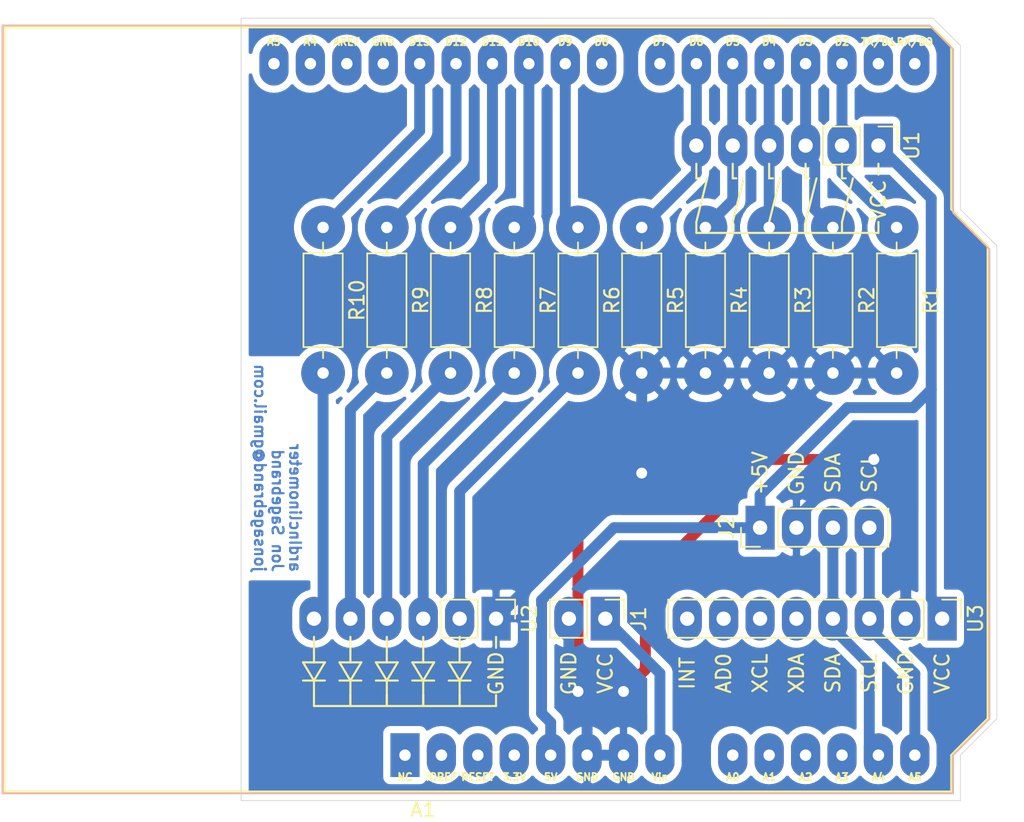
<source format=kicad_pcb>
(kicad_pcb (version 20171130) (host pcbnew 5.1.6-c6e7f7d~86~ubuntu18.04.1)

  (general
    (thickness 1.6)
    (drawings 10)
    (tracks 93)
    (zones 0)
    (modules 16)
    (nets 41)
  )

  (page A4)
  (layers
    (0 F.Cu signal)
    (31 B.Cu signal)
    (32 B.Adhes user)
    (33 F.Adhes user)
    (34 B.Paste user)
    (35 F.Paste user)
    (36 B.SilkS user)
    (37 F.SilkS user)
    (38 B.Mask user)
    (39 F.Mask user)
    (40 Dwgs.User user)
    (41 Cmts.User user)
    (42 Eco1.User user)
    (43 Eco2.User user)
    (44 Edge.Cuts user)
    (45 Margin user)
    (46 B.CrtYd user)
    (47 F.CrtYd user)
    (48 B.Fab user)
    (49 F.Fab user)
  )

  (setup
    (last_trace_width 0.762)
    (trace_clearance 0.508)
    (zone_clearance 0.508)
    (zone_45_only no)
    (trace_min 0.2)
    (via_size 3.048)
    (via_drill 0.762)
    (via_min_size 0.4)
    (via_min_drill 0.3)
    (uvia_size 0.3)
    (uvia_drill 0.1)
    (uvias_allowed no)
    (uvia_min_size 0.2)
    (uvia_min_drill 0.1)
    (edge_width 0.05)
    (segment_width 0.2)
    (pcb_text_width 0.3)
    (pcb_text_size 1.5 1.5)
    (mod_edge_width 0.12)
    (mod_text_size 1 1)
    (mod_text_width 0.15)
    (pad_size 1.524 1.524)
    (pad_drill 0.762)
    (pad_to_mask_clearance 0.05)
    (aux_axis_origin 0 0)
    (visible_elements FFFFFF7F)
    (pcbplotparams
      (layerselection 0x010fc_ffffffff)
      (usegerberextensions false)
      (usegerberattributes true)
      (usegerberadvancedattributes true)
      (creategerberjobfile true)
      (excludeedgelayer true)
      (linewidth 0.100000)
      (plotframeref false)
      (viasonmask false)
      (mode 1)
      (useauxorigin false)
      (hpglpennumber 1)
      (hpglpenspeed 20)
      (hpglpendiameter 15.000000)
      (psnegative false)
      (psa4output false)
      (plotreference true)
      (plotvalue true)
      (plotinvisibletext false)
      (padsonsilk false)
      (subtractmaskfromsilk false)
      (outputformat 1)
      (mirror false)
      (drillshape 1)
      (scaleselection 1)
      (outputdirectory ""))
  )

  (net 0 "")
  (net 1 "Net-(A1-Pad16)")
  (net 2 "Net-(A1-Pad15)")
  (net 3 "Net-(A1-Pad30)")
  (net 4 "Net-(A1-Pad14)")
  (net 5 "Net-(A1-Pad29)")
  (net 6 "Net-(A1-Pad13)")
  (net 7 "Net-(A1-Pad28)")
  (net 8 "Net-(A1-Pad12)")
  (net 9 "Net-(A1-Pad27)")
  (net 10 "Net-(A1-Pad11)")
  (net 11 "Net-(A1-Pad26)")
  (net 12 "Net-(A1-Pad10)")
  (net 13 "Net-(A1-Pad25)")
  (net 14 "Net-(A1-Pad9)")
  (net 15 "Net-(A1-Pad24)")
  (net 16 +9V)
  (net 17 "Net-(A1-Pad23)")
  (net 18 GND)
  (net 19 "Net-(A1-Pad22)")
  (net 20 "Net-(A1-Pad21)")
  (net 21 +5V)
  (net 22 "Net-(A1-Pad20)")
  (net 23 "Net-(A1-Pad4)")
  (net 24 "Net-(A1-Pad19)")
  (net 25 "Net-(A1-Pad3)")
  (net 26 "Net-(A1-Pad18)")
  (net 27 "Net-(A1-Pad2)")
  (net 28 "Net-(A1-Pad17)")
  (net 29 "Net-(A1-Pad1)")
  (net 30 "Net-(A1-Pad31)")
  (net 31 "Net-(A1-Pad32)")
  (net 32 "Net-(R6-Pad2)")
  (net 33 "Net-(R7-Pad2)")
  (net 34 "Net-(R8-Pad2)")
  (net 35 "Net-(R9-Pad2)")
  (net 36 "Net-(R10-Pad2)")
  (net 37 "Net-(U3-Pad8)")
  (net 38 "Net-(U3-Pad7)")
  (net 39 "Net-(U3-Pad6)")
  (net 40 "Net-(U3-Pad5)")

  (net_class Default "This is the default net class."
    (clearance 0.508)
    (trace_width 0.762)
    (via_dia 3.048)
    (via_drill 0.762)
    (uvia_dia 0.3)
    (uvia_drill 0.1)
    (add_net +5V)
    (add_net +9V)
    (add_net GND)
    (add_net "Net-(A1-Pad1)")
    (add_net "Net-(A1-Pad10)")
    (add_net "Net-(A1-Pad11)")
    (add_net "Net-(A1-Pad12)")
    (add_net "Net-(A1-Pad13)")
    (add_net "Net-(A1-Pad14)")
    (add_net "Net-(A1-Pad15)")
    (add_net "Net-(A1-Pad16)")
    (add_net "Net-(A1-Pad17)")
    (add_net "Net-(A1-Pad18)")
    (add_net "Net-(A1-Pad19)")
    (add_net "Net-(A1-Pad2)")
    (add_net "Net-(A1-Pad20)")
    (add_net "Net-(A1-Pad21)")
    (add_net "Net-(A1-Pad22)")
    (add_net "Net-(A1-Pad23)")
    (add_net "Net-(A1-Pad24)")
    (add_net "Net-(A1-Pad25)")
    (add_net "Net-(A1-Pad26)")
    (add_net "Net-(A1-Pad27)")
    (add_net "Net-(A1-Pad28)")
    (add_net "Net-(A1-Pad29)")
    (add_net "Net-(A1-Pad3)")
    (add_net "Net-(A1-Pad30)")
    (add_net "Net-(A1-Pad31)")
    (add_net "Net-(A1-Pad32)")
    (add_net "Net-(A1-Pad4)")
    (add_net "Net-(A1-Pad9)")
    (add_net "Net-(R10-Pad2)")
    (add_net "Net-(R6-Pad2)")
    (add_net "Net-(R7-Pad2)")
    (add_net "Net-(R8-Pad2)")
    (add_net "Net-(R9-Pad2)")
    (add_net "Net-(U3-Pad5)")
    (add_net "Net-(U3-Pad6)")
    (add_net "Net-(U3-Pad7)")
    (add_net "Net-(U3-Pad8)")
  )

  (module My_Headers:8-pin_GY-521,_MPU-6050_header_larger_pads (layer F.Cu) (tedit 5E6C28A6) (tstamp 5EF55CBF)
    (at 177.8 110.49 270)
    (descr "Through hole straight pin header, 1x08, 2.54mm pitch, single row")
    (tags "Through hole pin header THT 1x08 2.54mm single row")
    (path /5E6C47C3)
    (fp_text reference U3 (at 0 -2.33 90) (layer F.SilkS)
      (effects (font (size 1 1) (thickness 0.15)))
    )
    (fp_text value MPU-6050 (at 0 20.11 90) (layer F.Fab) hide
      (effects (font (size 1 1) (thickness 0.15)))
    )
    (fp_text user INT (at 3.81 17.78 90) (layer F.SilkS)
      (effects (font (size 1 1) (thickness 0.15)))
    )
    (fp_text user AD0 (at 3.81 15.24 90) (layer F.SilkS)
      (effects (font (size 1 1) (thickness 0.15)))
    )
    (fp_text user XCL (at 3.81 12.7 90) (layer F.SilkS)
      (effects (font (size 1 1) (thickness 0.15)))
    )
    (fp_text user XDA (at 3.81 10.16 90) (layer F.SilkS)
      (effects (font (size 1 1) (thickness 0.15)))
    )
    (fp_text user SDA (at 3.81 7.62 90) (layer F.SilkS)
      (effects (font (size 1 1) (thickness 0.15)))
    )
    (fp_text user SCL (at 3.81 5.08 90) (layer F.SilkS)
      (effects (font (size 1 1) (thickness 0.15)))
    )
    (fp_text user GND (at 3.81 2.54 90) (layer F.SilkS)
      (effects (font (size 1 1) (thickness 0.15)))
    )
    (fp_text user VCC (at 3.81 0 90) (layer F.SilkS)
      (effects (font (size 1 1) (thickness 0.15)))
    )
    (fp_text user %R (at 0 8.89) (layer F.Fab)
      (effects (font (size 1 1) (thickness 0.15)))
    )
    (fp_line (start -0.635 -1.27) (end 1.27 -1.27) (layer F.Fab) (width 0.1))
    (fp_line (start 1.27 -1.27) (end 1.27 19.05) (layer F.Fab) (width 0.1))
    (fp_line (start 1.27 19.05) (end -1.27 19.05) (layer F.Fab) (width 0.1))
    (fp_line (start -1.27 19.05) (end -1.27 -0.635) (layer F.Fab) (width 0.1))
    (fp_line (start -1.27 -0.635) (end -0.635 -1.27) (layer F.Fab) (width 0.1))
    (fp_line (start -1.33 19.11) (end 1.33 19.11) (layer F.SilkS) (width 0.12))
    (fp_line (start -1.33 1.27) (end -1.33 19.11) (layer F.SilkS) (width 0.12))
    (fp_line (start 1.33 1.27) (end 1.33 19.11) (layer F.SilkS) (width 0.12))
    (fp_line (start -1.33 1.27) (end 1.33 1.27) (layer F.SilkS) (width 0.12))
    (fp_line (start -1.33 0) (end -1.33 -1.33) (layer F.SilkS) (width 0.12))
    (fp_line (start -1.33 -1.33) (end 0 -1.33) (layer F.SilkS) (width 0.12))
    (fp_line (start -1.8 -1.8) (end -1.8 19.55) (layer F.CrtYd) (width 0.05))
    (fp_line (start -1.8 19.55) (end 1.8 19.55) (layer F.CrtYd) (width 0.05))
    (fp_line (start 1.8 19.55) (end 1.8 -1.8) (layer F.CrtYd) (width 0.05))
    (fp_line (start 1.8 -1.8) (end -1.8 -1.8) (layer F.CrtYd) (width 0.05))
    (pad 8 thru_hole oval (at 0 17.78 270) (size 3.048 2.032) (drill 1) (layers *.Cu *.Mask)
      (net 37 "Net-(U3-Pad8)"))
    (pad 7 thru_hole oval (at 0 15.24 270) (size 3.048 2.032) (drill 1) (layers *.Cu *.Mask)
      (net 38 "Net-(U3-Pad7)"))
    (pad 6 thru_hole oval (at 0 12.7 270) (size 3.048 2.032) (drill 1) (layers *.Cu *.Mask)
      (net 39 "Net-(U3-Pad6)"))
    (pad 5 thru_hole oval (at 0 10.16 270) (size 3.048 2.032) (drill 1) (layers *.Cu *.Mask)
      (net 40 "Net-(U3-Pad5)"))
    (pad 4 thru_hole oval (at 0 7.62 270) (size 3.048 2.032) (drill 1) (layers *.Cu *.Mask)
      (net 6 "Net-(A1-Pad13)"))
    (pad 3 thru_hole oval (at 0 5.08 270) (size 3.048 2.032) (drill 1) (layers *.Cu *.Mask)
      (net 4 "Net-(A1-Pad14)"))
    (pad 2 thru_hole oval (at 0 2.54 270) (size 3.048 2.032) (drill 1) (layers *.Cu *.Mask)
      (net 18 GND))
    (pad 1 thru_hole rect (at 0 0 270) (size 3.048 2.032) (drill 1) (layers *.Cu *.Mask)
      (net 21 +5V))
    (model ${KISYS3DMOD}/Connector_PinHeader_2.54mm.3dshapes/PinHeader_1x08_P2.54mm_Vertical.wrl
      (at (xyz 0 0 0))
      (scale (xyz 1 1 1))
      (rotate (xyz 0 0 0))
    )
  )

  (module My_Headers:6-pin_5_LED_header_large (layer F.Cu) (tedit 5EEE7AE5) (tstamp 5EF55C9B)
    (at 146.685 110.49 270)
    (descr "Through hole straight pin header, 1x02, 2.54mm pitch, single row")
    (tags "Through hole pin header THT 1x02 2.54mm single row")
    (path /5EF2BC55)
    (fp_text reference U2 (at 0 -2.33 90) (layer F.SilkS)
      (effects (font (size 1 1) (thickness 0.15)))
    )
    (fp_text value 6-pin_5_LED_header (at 2.286 16.002 90) (layer F.Fab) hide
      (effects (font (size 1 1) (thickness 0.15)))
    )
    (fp_text user GND (at 3.81 0 90) (layer F.SilkS)
      (effects (font (size 1 1) (thickness 0.15)))
    )
    (fp_line (start 1.8 -1.8) (end -1.8 -1.8) (layer F.CrtYd) (width 0.05))
    (fp_line (start 1.8 4.35) (end 1.8 -1.8) (layer F.CrtYd) (width 0.05))
    (fp_line (start -1.8 -1.8) (end -1.8 4.35) (layer F.CrtYd) (width 0.05))
    (fp_line (start -1.33 -1.33) (end 0 -1.33) (layer F.SilkS) (width 0.12))
    (fp_line (start -1.33 0) (end -1.33 -1.33) (layer F.SilkS) (width 0.12))
    (fp_line (start -1.33 1.27) (end 1.33 1.27) (layer F.SilkS) (width 0.12))
    (fp_line (start 1.33 1.27) (end 1.33 3.87) (layer F.SilkS) (width 0.12))
    (fp_line (start -1.33 1.27) (end -1.33 3.87) (layer F.SilkS) (width 0.12))
    (fp_line (start -1.33 3.87) (end 1.33 3.87) (layer F.SilkS) (width 0.12))
    (fp_line (start -1.27 -0.635) (end -0.635 -1.27) (layer F.Fab) (width 0.1))
    (fp_line (start -1.27 3.81) (end -1.27 -0.635) (layer F.Fab) (width 0.1))
    (fp_line (start 1.27 3.81) (end -1.27 3.81) (layer F.Fab) (width 0.1))
    (fp_line (start 1.27 -1.27) (end 1.27 3.81) (layer F.Fab) (width 0.1))
    (fp_line (start -0.635 -1.27) (end 1.27 -1.27) (layer F.Fab) (width 0.1))
    (fp_line (start -1.8 14.51) (end 1.8 14.51) (layer F.CrtYd) (width 0.05))
    (fp_line (start -1.8 4.35) (end -1.8 14.51) (layer F.CrtYd) (width 0.12))
    (fp_line (start 1.8 14.51) (end 1.8 4.35) (layer F.CrtYd) (width 0.12))
    (fp_line (start 1.27 0) (end 2.032 0) (layer F.SilkS) (width 0.15))
    (fp_line (start 5.334 0) (end 6.096 0) (layer F.SilkS) (width 0.15))
    (fp_line (start 6.096 0) (end 6.096 12.7) (layer F.SilkS) (width 0.15))
    (fp_line (start 6.096 12.7) (end 5.334 12.7) (layer F.SilkS) (width 0.15))
    (fp_line (start 2.286 12.7) (end 1.27 12.7) (layer F.SilkS) (width 0.15))
    (fp_line (start 1.27 10.16) (end 2.286 10.16) (layer F.SilkS) (width 0.15))
    (fp_line (start 1.27 7.62) (end 2.286 7.62) (layer F.SilkS) (width 0.15))
    (fp_line (start 1.27 5.08) (end 2.286 5.08) (layer F.SilkS) (width 0.15))
    (fp_line (start 1.27 2.54) (end 2.286 2.54) (layer F.SilkS) (width 0.15))
    (fp_line (start 6.096 2.54) (end 5.334 2.54) (layer F.SilkS) (width 0.15))
    (fp_line (start 6.096 5.08) (end 5.334 5.08) (layer F.SilkS) (width 0.15))
    (fp_line (start 6.096 7.62) (end 5.334 7.62) (layer F.SilkS) (width 0.15))
    (fp_line (start 6.096 10.16) (end 5.334 10.16) (layer F.SilkS) (width 0.15))
    (fp_line (start 3.048 12.7) (end 3.048 11.938) (layer F.SilkS) (width 0.15))
    (fp_line (start 3.048 11.938) (end 4.318 12.7) (layer F.SilkS) (width 0.15))
    (fp_line (start 4.318 12.7) (end 3.048 13.462) (layer F.SilkS) (width 0.15))
    (fp_line (start 3.048 13.462) (end 3.048 12.7) (layer F.SilkS) (width 0.15))
    (fp_line (start 3.048 12.7) (end 2.286 12.7) (layer F.SilkS) (width 0.15))
    (fp_line (start 4.318 12.7) (end 5.334 12.7) (layer F.SilkS) (width 0.15))
    (fp_line (start 4.318 11.938) (end 4.318 13.462) (layer F.SilkS) (width 0.15))
    (fp_line (start 3.048 10.16) (end 2.286 10.16) (layer F.SilkS) (width 0.15))
    (fp_line (start 3.048 9.398) (end 4.318 10.16) (layer F.SilkS) (width 0.15))
    (fp_line (start 6.096 10.16) (end 5.334 10.16) (layer F.SilkS) (width 0.15))
    (fp_line (start 4.318 9.398) (end 4.318 10.922) (layer F.SilkS) (width 0.15))
    (fp_line (start 4.318 10.16) (end 5.334 10.16) (layer F.SilkS) (width 0.15))
    (fp_line (start 3.048 10.922) (end 3.048 10.16) (layer F.SilkS) (width 0.15))
    (fp_line (start 4.318 10.16) (end 3.048 10.922) (layer F.SilkS) (width 0.15))
    (fp_line (start 3.048 10.16) (end 3.048 9.398) (layer F.SilkS) (width 0.15))
    (fp_line (start 3.048 7.62) (end 2.286 7.62) (layer F.SilkS) (width 0.15))
    (fp_line (start 3.048 6.858) (end 4.318 7.62) (layer F.SilkS) (width 0.15))
    (fp_line (start 6.096 7.62) (end 5.334 7.62) (layer F.SilkS) (width 0.15))
    (fp_line (start 4.318 6.858) (end 4.318 8.382) (layer F.SilkS) (width 0.15))
    (fp_line (start 4.318 7.62) (end 5.334 7.62) (layer F.SilkS) (width 0.15))
    (fp_line (start 3.048 8.382) (end 3.048 7.62) (layer F.SilkS) (width 0.15))
    (fp_line (start 4.318 7.62) (end 3.048 8.382) (layer F.SilkS) (width 0.15))
    (fp_line (start 3.048 7.62) (end 3.048 6.858) (layer F.SilkS) (width 0.15))
    (fp_line (start 3.048 5.08) (end 2.286 5.08) (layer F.SilkS) (width 0.15))
    (fp_line (start 3.048 4.318) (end 4.318 5.08) (layer F.SilkS) (width 0.15))
    (fp_line (start 6.096 5.08) (end 5.334 5.08) (layer F.SilkS) (width 0.15))
    (fp_line (start 4.318 4.318) (end 4.318 5.842) (layer F.SilkS) (width 0.15))
    (fp_line (start 4.318 5.08) (end 5.334 5.08) (layer F.SilkS) (width 0.15))
    (fp_line (start 3.048 5.842) (end 3.048 5.08) (layer F.SilkS) (width 0.15))
    (fp_line (start 4.318 5.08) (end 3.048 5.842) (layer F.SilkS) (width 0.15))
    (fp_line (start 3.048 5.08) (end 3.048 4.318) (layer F.SilkS) (width 0.15))
    (fp_line (start 3.048 2.54) (end 2.286 2.54) (layer F.SilkS) (width 0.15))
    (fp_line (start 3.048 1.778) (end 4.318 2.54) (layer F.SilkS) (width 0.15))
    (fp_line (start 6.096 2.54) (end 5.334 2.54) (layer F.SilkS) (width 0.15))
    (fp_line (start 4.318 1.778) (end 4.318 3.302) (layer F.SilkS) (width 0.15))
    (fp_line (start 4.318 2.54) (end 5.334 2.54) (layer F.SilkS) (width 0.15))
    (fp_line (start 3.048 3.302) (end 3.048 2.54) (layer F.SilkS) (width 0.15))
    (fp_line (start 4.318 2.54) (end 3.048 3.302) (layer F.SilkS) (width 0.15))
    (fp_line (start 3.048 2.54) (end 3.048 1.778) (layer F.SilkS) (width 0.15))
    (pad 6 thru_hole oval (at 0 12.7 270) (size 3.048 2.032) (drill 1) (layers *.Cu *.Mask)
      (net 36 "Net-(R10-Pad2)"))
    (pad 5 thru_hole oval (at 0 10.16 270) (size 3.048 2.032) (drill 1) (layers *.Cu *.Mask)
      (net 35 "Net-(R9-Pad2)"))
    (pad 4 thru_hole oval (at 0 7.62 270) (size 3.048 2.032) (drill 1) (layers *.Cu *.Mask)
      (net 34 "Net-(R8-Pad2)"))
    (pad 3 thru_hole oval (at 0 5.08 270) (size 3.048 2.032) (drill 1) (layers *.Cu *.Mask)
      (net 33 "Net-(R7-Pad2)"))
    (pad 2 thru_hole oval (at 0 2.54 270) (size 3.048 2.032) (drill 1) (layers *.Cu *.Mask)
      (net 32 "Net-(R6-Pad2)"))
    (pad 1 thru_hole rect (at 0 0 270) (size 3.048 2.032) (drill 1) (layers *.Cu *.Mask)
      (net 18 GND))
    (model ${KISYS3DMOD}/Connector_PinHeader_2.54mm.3dshapes/PinHeader_1x02_P2.54mm_Vertical.wrl
      (at (xyz 0 0 0))
      (scale (xyz 1 1 1))
      (rotate (xyz 0 0 0))
    )
  )

  (module My_Headers:6-pin_5_switch_header_large (layer F.Cu) (tedit 5EEE7A6D) (tstamp 5EF55C4B)
    (at 173.355 77.47 270)
    (descr "Through hole straight pin header, 1x02, 2.54mm pitch, single row")
    (tags "Through hole pin header THT 1x02 2.54mm single row")
    (path /5EEFE39C)
    (fp_text reference U1 (at 0 -2.33 90) (layer F.SilkS)
      (effects (font (size 1 1) (thickness 0.15)))
    )
    (fp_text value 6-pin_5_button_header (at 2.794 15.748 90) (layer F.Fab) hide
      (effects (font (size 1 1) (thickness 0.15)))
    )
    (fp_text user VCC (at 3.81 0 90) (layer F.SilkS)
      (effects (font (size 1 1) (thickness 0.15)))
    )
    (fp_line (start 5.334 10.16) (end 2.286 9.398) (layer F.SilkS) (width 0.15))
    (fp_line (start 6.096 10.16) (end 5.334 10.16) (layer F.SilkS) (width 0.15))
    (fp_line (start 5.334 7.62) (end 2.286 6.858) (layer F.SilkS) (width 0.15))
    (fp_line (start 6.096 7.62) (end 5.334 7.62) (layer F.SilkS) (width 0.15))
    (fp_line (start 5.334 5.08) (end 2.286 4.318) (layer F.SilkS) (width 0.15))
    (fp_line (start 6.096 5.08) (end 5.334 5.08) (layer F.SilkS) (width 0.15))
    (fp_line (start 5.334 2.54) (end 2.286 1.778) (layer F.SilkS) (width 0.15))
    (fp_line (start 6.096 2.54) (end 5.334 2.54) (layer F.SilkS) (width 0.15))
    (fp_line (start 2.286 2.54) (end 2.286 2.286) (layer F.SilkS) (width 0.15))
    (fp_line (start 1.27 2.54) (end 2.286 2.54) (layer F.SilkS) (width 0.15))
    (fp_line (start 2.286 5.08) (end 2.286 4.826) (layer F.SilkS) (width 0.15))
    (fp_line (start 1.27 5.08) (end 2.286 5.08) (layer F.SilkS) (width 0.15))
    (fp_line (start 2.286 7.62) (end 2.286 7.366) (layer F.SilkS) (width 0.15))
    (fp_line (start 1.27 7.62) (end 2.286 7.62) (layer F.SilkS) (width 0.15))
    (fp_line (start 2.286 10.16) (end 2.286 9.906) (layer F.SilkS) (width 0.15))
    (fp_line (start 1.27 10.16) (end 2.286 10.16) (layer F.SilkS) (width 0.15))
    (fp_line (start 2.286 12.7) (end 1.27 12.7) (layer F.SilkS) (width 0.15))
    (fp_line (start 2.286 12.446) (end 2.286 12.7) (layer F.SilkS) (width 0.15))
    (fp_line (start 5.334 12.7) (end 2.286 11.938) (layer F.SilkS) (width 0.15))
    (fp_line (start 6.096 12.7) (end 5.334 12.7) (layer F.SilkS) (width 0.15))
    (fp_line (start 6.096 0) (end 6.096 12.7) (layer F.SilkS) (width 0.15))
    (fp_line (start 5.334 0) (end 6.096 0) (layer F.SilkS) (width 0.15))
    (fp_line (start 1.27 0) (end 2.032 0) (layer F.SilkS) (width 0.15))
    (fp_line (start 1.8 14.51) (end 1.8 4.35) (layer F.CrtYd) (width 0.12))
    (fp_line (start -1.8 4.35) (end -1.8 14.51) (layer F.CrtYd) (width 0.12))
    (fp_line (start -1.8 14.51) (end 1.8 14.51) (layer F.CrtYd) (width 0.05))
    (fp_line (start -0.635 -1.27) (end 1.27 -1.27) (layer F.Fab) (width 0.1))
    (fp_line (start 1.27 -1.27) (end 1.27 3.81) (layer F.Fab) (width 0.1))
    (fp_line (start 1.27 3.81) (end -1.27 3.81) (layer F.Fab) (width 0.1))
    (fp_line (start -1.27 3.81) (end -1.27 -0.635) (layer F.Fab) (width 0.1))
    (fp_line (start -1.27 -0.635) (end -0.635 -1.27) (layer F.Fab) (width 0.1))
    (fp_line (start -1.33 3.87) (end 1.33 3.87) (layer F.SilkS) (width 0.12))
    (fp_line (start -1.33 1.27) (end -1.33 3.87) (layer F.SilkS) (width 0.12))
    (fp_line (start 1.33 1.27) (end 1.33 3.87) (layer F.SilkS) (width 0.12))
    (fp_line (start -1.33 1.27) (end 1.33 1.27) (layer F.SilkS) (width 0.12))
    (fp_line (start -1.33 0) (end -1.33 -1.33) (layer F.SilkS) (width 0.12))
    (fp_line (start -1.33 -1.33) (end 0 -1.33) (layer F.SilkS) (width 0.12))
    (fp_line (start -1.8 -1.8) (end -1.8 4.35) (layer F.CrtYd) (width 0.05))
    (fp_line (start 1.8 4.35) (end 1.8 -1.8) (layer F.CrtYd) (width 0.05))
    (fp_line (start 1.8 -1.8) (end -1.8 -1.8) (layer F.CrtYd) (width 0.05))
    (pad 6 thru_hole oval (at 0 12.7 270) (size 3.048 2.032) (drill 1) (layers *.Cu *.Mask)
      (net 20 "Net-(A1-Pad21)"))
    (pad 5 thru_hole oval (at 0 10.16 270) (size 3.048 2.032) (drill 1) (layers *.Cu *.Mask)
      (net 22 "Net-(A1-Pad20)"))
    (pad 4 thru_hole oval (at 0 7.62 270) (size 3.048 2.032) (drill 1) (layers *.Cu *.Mask)
      (net 24 "Net-(A1-Pad19)"))
    (pad 3 thru_hole oval (at 0 5.08 270) (size 3.048 2.032) (drill 1) (layers *.Cu *.Mask)
      (net 26 "Net-(A1-Pad18)"))
    (pad 2 thru_hole oval (at 0 2.54 270) (size 3.048 2.032) (drill 1) (layers *.Cu *.Mask)
      (net 28 "Net-(A1-Pad17)"))
    (pad 1 thru_hole rect (at 0 0 270) (size 3.048 2.032) (drill 1) (layers *.Cu *.Mask)
      (net 21 +5V))
    (model ${KISYS3DMOD}/Connector_PinHeader_2.54mm.3dshapes/PinHeader_1x02_P2.54mm_Vertical.wrl
      (at (xyz 0 0 0))
      (scale (xyz 1 1 1))
      (rotate (xyz 0 0 0))
    )
  )

  (module My_Misc:R_Axial_DIN0207_L6.3mm_D2.5mm_P10.16mm_Horizontal_larger_pads (layer F.Cu) (tedit 5E4D8416) (tstamp 5EF55C18)
    (at 134.62 83.185 270)
    (descr "Resistor, Axial_DIN0207 series, Axial, Horizontal, pin pitch=10.16mm, 0.25W = 1/4W, length*diameter=6.3*2.5mm^2, http://cdn-reichelt.de/documents/datenblatt/B400/1_4W%23YAG.pdf")
    (tags "Resistor Axial_DIN0207 series Axial Horizontal pin pitch 10.16mm 0.25W = 1/4W length 6.3mm diameter 2.5mm")
    (path /5EF364C3)
    (fp_text reference R10 (at 5.08 -2.37 90) (layer F.SilkS)
      (effects (font (size 1 1) (thickness 0.15)))
    )
    (fp_text value 220R (at 5.08 2.37 90) (layer F.Fab) hide
      (effects (font (size 1 1) (thickness 0.15)))
    )
    (fp_text user %R (at 5.08 0 90) (layer F.Fab)
      (effects (font (size 1 1) (thickness 0.15)))
    )
    (fp_line (start 1.93 -1.25) (end 1.93 1.25) (layer F.Fab) (width 0.1))
    (fp_line (start 1.93 1.25) (end 8.23 1.25) (layer F.Fab) (width 0.1))
    (fp_line (start 8.23 1.25) (end 8.23 -1.25) (layer F.Fab) (width 0.1))
    (fp_line (start 8.23 -1.25) (end 1.93 -1.25) (layer F.Fab) (width 0.1))
    (fp_line (start 0 0) (end 1.93 0) (layer F.Fab) (width 0.1))
    (fp_line (start 10.16 0) (end 8.23 0) (layer F.Fab) (width 0.1))
    (fp_line (start 1.81 -1.37) (end 1.81 1.37) (layer F.SilkS) (width 0.12))
    (fp_line (start 1.81 1.37) (end 8.35 1.37) (layer F.SilkS) (width 0.12))
    (fp_line (start 8.35 1.37) (end 8.35 -1.37) (layer F.SilkS) (width 0.12))
    (fp_line (start 8.35 -1.37) (end 1.81 -1.37) (layer F.SilkS) (width 0.12))
    (fp_line (start 1.04 0) (end 1.81 0) (layer F.SilkS) (width 0.12))
    (fp_line (start 9.12 0) (end 8.35 0) (layer F.SilkS) (width 0.12))
    (fp_line (start -1.05 -1.5) (end -1.05 1.5) (layer F.CrtYd) (width 0.05))
    (fp_line (start -1.05 1.5) (end 11.21 1.5) (layer F.CrtYd) (width 0.05))
    (fp_line (start 11.21 1.5) (end 11.21 -1.5) (layer F.CrtYd) (width 0.05))
    (fp_line (start 11.21 -1.5) (end -1.05 -1.5) (layer F.CrtYd) (width 0.05))
    (pad 2 thru_hole circle (at 10.16 0 270) (size 3.048 3.048) (drill 0.8) (layers *.Cu *.Mask)
      (net 36 "Net-(R10-Pad2)"))
    (pad 1 thru_hole circle (at 0 0 270) (size 3.048 3.048) (drill 0.8) (layers *.Cu *.Mask)
      (net 7 "Net-(A1-Pad28)"))
    (model ${KISYS3DMOD}/Resistor_THT.3dshapes/R_Axial_DIN0207_L6.3mm_D2.5mm_P10.16mm_Horizontal.wrl
      (at (xyz 0 0 0))
      (scale (xyz 1 1 1))
      (rotate (xyz 0 0 0))
    )
  )

  (module My_Misc:R_Axial_DIN0207_L6.3mm_D2.5mm_P10.16mm_Horizontal_larger_pads (layer F.Cu) (tedit 5E4D8416) (tstamp 5EF55C01)
    (at 139.065 83.185 270)
    (descr "Resistor, Axial_DIN0207 series, Axial, Horizontal, pin pitch=10.16mm, 0.25W = 1/4W, length*diameter=6.3*2.5mm^2, http://cdn-reichelt.de/documents/datenblatt/B400/1_4W%23YAG.pdf")
    (tags "Resistor Axial_DIN0207 series Axial Horizontal pin pitch 10.16mm 0.25W = 1/4W length 6.3mm diameter 2.5mm")
    (path /5EF3549E)
    (fp_text reference R9 (at 5.08 -2.37 90) (layer F.SilkS)
      (effects (font (size 1 1) (thickness 0.15)))
    )
    (fp_text value 220R (at 5.08 2.37 90) (layer F.Fab) hide
      (effects (font (size 1 1) (thickness 0.15)))
    )
    (fp_text user %R (at 5.08 0 90) (layer F.Fab)
      (effects (font (size 1 1) (thickness 0.15)))
    )
    (fp_line (start 1.93 -1.25) (end 1.93 1.25) (layer F.Fab) (width 0.1))
    (fp_line (start 1.93 1.25) (end 8.23 1.25) (layer F.Fab) (width 0.1))
    (fp_line (start 8.23 1.25) (end 8.23 -1.25) (layer F.Fab) (width 0.1))
    (fp_line (start 8.23 -1.25) (end 1.93 -1.25) (layer F.Fab) (width 0.1))
    (fp_line (start 0 0) (end 1.93 0) (layer F.Fab) (width 0.1))
    (fp_line (start 10.16 0) (end 8.23 0) (layer F.Fab) (width 0.1))
    (fp_line (start 1.81 -1.37) (end 1.81 1.37) (layer F.SilkS) (width 0.12))
    (fp_line (start 1.81 1.37) (end 8.35 1.37) (layer F.SilkS) (width 0.12))
    (fp_line (start 8.35 1.37) (end 8.35 -1.37) (layer F.SilkS) (width 0.12))
    (fp_line (start 8.35 -1.37) (end 1.81 -1.37) (layer F.SilkS) (width 0.12))
    (fp_line (start 1.04 0) (end 1.81 0) (layer F.SilkS) (width 0.12))
    (fp_line (start 9.12 0) (end 8.35 0) (layer F.SilkS) (width 0.12))
    (fp_line (start -1.05 -1.5) (end -1.05 1.5) (layer F.CrtYd) (width 0.05))
    (fp_line (start -1.05 1.5) (end 11.21 1.5) (layer F.CrtYd) (width 0.05))
    (fp_line (start 11.21 1.5) (end 11.21 -1.5) (layer F.CrtYd) (width 0.05))
    (fp_line (start 11.21 -1.5) (end -1.05 -1.5) (layer F.CrtYd) (width 0.05))
    (pad 2 thru_hole circle (at 10.16 0 270) (size 3.048 3.048) (drill 0.8) (layers *.Cu *.Mask)
      (net 35 "Net-(R9-Pad2)"))
    (pad 1 thru_hole circle (at 0 0 270) (size 3.048 3.048) (drill 0.8) (layers *.Cu *.Mask)
      (net 9 "Net-(A1-Pad27)"))
    (model ${KISYS3DMOD}/Resistor_THT.3dshapes/R_Axial_DIN0207_L6.3mm_D2.5mm_P10.16mm_Horizontal.wrl
      (at (xyz 0 0 0))
      (scale (xyz 1 1 1))
      (rotate (xyz 0 0 0))
    )
  )

  (module My_Misc:R_Axial_DIN0207_L6.3mm_D2.5mm_P10.16mm_Horizontal_larger_pads (layer F.Cu) (tedit 5E4D8416) (tstamp 5EF55BEA)
    (at 143.51 83.185 270)
    (descr "Resistor, Axial_DIN0207 series, Axial, Horizontal, pin pitch=10.16mm, 0.25W = 1/4W, length*diameter=6.3*2.5mm^2, http://cdn-reichelt.de/documents/datenblatt/B400/1_4W%23YAG.pdf")
    (tags "Resistor Axial_DIN0207 series Axial Horizontal pin pitch 10.16mm 0.25W = 1/4W length 6.3mm diameter 2.5mm")
    (path /5EF3435E)
    (fp_text reference R8 (at 5.08 -2.37 90) (layer F.SilkS)
      (effects (font (size 1 1) (thickness 0.15)))
    )
    (fp_text value 220R (at 5.08 2.37 90) (layer F.Fab) hide
      (effects (font (size 1 1) (thickness 0.15)))
    )
    (fp_text user %R (at 5.08 0 90) (layer F.Fab)
      (effects (font (size 1 1) (thickness 0.15)))
    )
    (fp_line (start 1.93 -1.25) (end 1.93 1.25) (layer F.Fab) (width 0.1))
    (fp_line (start 1.93 1.25) (end 8.23 1.25) (layer F.Fab) (width 0.1))
    (fp_line (start 8.23 1.25) (end 8.23 -1.25) (layer F.Fab) (width 0.1))
    (fp_line (start 8.23 -1.25) (end 1.93 -1.25) (layer F.Fab) (width 0.1))
    (fp_line (start 0 0) (end 1.93 0) (layer F.Fab) (width 0.1))
    (fp_line (start 10.16 0) (end 8.23 0) (layer F.Fab) (width 0.1))
    (fp_line (start 1.81 -1.37) (end 1.81 1.37) (layer F.SilkS) (width 0.12))
    (fp_line (start 1.81 1.37) (end 8.35 1.37) (layer F.SilkS) (width 0.12))
    (fp_line (start 8.35 1.37) (end 8.35 -1.37) (layer F.SilkS) (width 0.12))
    (fp_line (start 8.35 -1.37) (end 1.81 -1.37) (layer F.SilkS) (width 0.12))
    (fp_line (start 1.04 0) (end 1.81 0) (layer F.SilkS) (width 0.12))
    (fp_line (start 9.12 0) (end 8.35 0) (layer F.SilkS) (width 0.12))
    (fp_line (start -1.05 -1.5) (end -1.05 1.5) (layer F.CrtYd) (width 0.05))
    (fp_line (start -1.05 1.5) (end 11.21 1.5) (layer F.CrtYd) (width 0.05))
    (fp_line (start 11.21 1.5) (end 11.21 -1.5) (layer F.CrtYd) (width 0.05))
    (fp_line (start 11.21 -1.5) (end -1.05 -1.5) (layer F.CrtYd) (width 0.05))
    (pad 2 thru_hole circle (at 10.16 0 270) (size 3.048 3.048) (drill 0.8) (layers *.Cu *.Mask)
      (net 34 "Net-(R8-Pad2)"))
    (pad 1 thru_hole circle (at 0 0 270) (size 3.048 3.048) (drill 0.8) (layers *.Cu *.Mask)
      (net 11 "Net-(A1-Pad26)"))
    (model ${KISYS3DMOD}/Resistor_THT.3dshapes/R_Axial_DIN0207_L6.3mm_D2.5mm_P10.16mm_Horizontal.wrl
      (at (xyz 0 0 0))
      (scale (xyz 1 1 1))
      (rotate (xyz 0 0 0))
    )
  )

  (module My_Misc:R_Axial_DIN0207_L6.3mm_D2.5mm_P10.16mm_Horizontal_larger_pads (layer F.Cu) (tedit 5E4D8416) (tstamp 5EF55BD3)
    (at 147.955 83.185 270)
    (descr "Resistor, Axial_DIN0207 series, Axial, Horizontal, pin pitch=10.16mm, 0.25W = 1/4W, length*diameter=6.3*2.5mm^2, http://cdn-reichelt.de/documents/datenblatt/B400/1_4W%23YAG.pdf")
    (tags "Resistor Axial_DIN0207 series Axial Horizontal pin pitch 10.16mm 0.25W = 1/4W length 6.3mm diameter 2.5mm")
    (path /5EF332EE)
    (fp_text reference R7 (at 5.08 -2.37 90) (layer F.SilkS)
      (effects (font (size 1 1) (thickness 0.15)))
    )
    (fp_text value 220R (at 5.08 2.37 90) (layer F.Fab) hide
      (effects (font (size 1 1) (thickness 0.15)))
    )
    (fp_text user %R (at 5.08 0 90) (layer F.Fab)
      (effects (font (size 1 1) (thickness 0.15)))
    )
    (fp_line (start 1.93 -1.25) (end 1.93 1.25) (layer F.Fab) (width 0.1))
    (fp_line (start 1.93 1.25) (end 8.23 1.25) (layer F.Fab) (width 0.1))
    (fp_line (start 8.23 1.25) (end 8.23 -1.25) (layer F.Fab) (width 0.1))
    (fp_line (start 8.23 -1.25) (end 1.93 -1.25) (layer F.Fab) (width 0.1))
    (fp_line (start 0 0) (end 1.93 0) (layer F.Fab) (width 0.1))
    (fp_line (start 10.16 0) (end 8.23 0) (layer F.Fab) (width 0.1))
    (fp_line (start 1.81 -1.37) (end 1.81 1.37) (layer F.SilkS) (width 0.12))
    (fp_line (start 1.81 1.37) (end 8.35 1.37) (layer F.SilkS) (width 0.12))
    (fp_line (start 8.35 1.37) (end 8.35 -1.37) (layer F.SilkS) (width 0.12))
    (fp_line (start 8.35 -1.37) (end 1.81 -1.37) (layer F.SilkS) (width 0.12))
    (fp_line (start 1.04 0) (end 1.81 0) (layer F.SilkS) (width 0.12))
    (fp_line (start 9.12 0) (end 8.35 0) (layer F.SilkS) (width 0.12))
    (fp_line (start -1.05 -1.5) (end -1.05 1.5) (layer F.CrtYd) (width 0.05))
    (fp_line (start -1.05 1.5) (end 11.21 1.5) (layer F.CrtYd) (width 0.05))
    (fp_line (start 11.21 1.5) (end 11.21 -1.5) (layer F.CrtYd) (width 0.05))
    (fp_line (start 11.21 -1.5) (end -1.05 -1.5) (layer F.CrtYd) (width 0.05))
    (pad 2 thru_hole circle (at 10.16 0 270) (size 3.048 3.048) (drill 0.8) (layers *.Cu *.Mask)
      (net 33 "Net-(R7-Pad2)"))
    (pad 1 thru_hole circle (at 0 0 270) (size 3.048 3.048) (drill 0.8) (layers *.Cu *.Mask)
      (net 13 "Net-(A1-Pad25)"))
    (model ${KISYS3DMOD}/Resistor_THT.3dshapes/R_Axial_DIN0207_L6.3mm_D2.5mm_P10.16mm_Horizontal.wrl
      (at (xyz 0 0 0))
      (scale (xyz 1 1 1))
      (rotate (xyz 0 0 0))
    )
  )

  (module My_Misc:R_Axial_DIN0207_L6.3mm_D2.5mm_P10.16mm_Horizontal_larger_pads (layer F.Cu) (tedit 5E4D8416) (tstamp 5EF55BBC)
    (at 152.4 83.185 270)
    (descr "Resistor, Axial_DIN0207 series, Axial, Horizontal, pin pitch=10.16mm, 0.25W = 1/4W, length*diameter=6.3*2.5mm^2, http://cdn-reichelt.de/documents/datenblatt/B400/1_4W%23YAG.pdf")
    (tags "Resistor Axial_DIN0207 series Axial Horizontal pin pitch 10.16mm 0.25W = 1/4W length 6.3mm diameter 2.5mm")
    (path /5EF31830)
    (fp_text reference R6 (at 5.08 -2.37 90) (layer F.SilkS)
      (effects (font (size 1 1) (thickness 0.15)))
    )
    (fp_text value 220R (at 5.08 2.37 90) (layer F.Fab) hide
      (effects (font (size 1 1) (thickness 0.15)))
    )
    (fp_text user %R (at 5.08 0 90) (layer F.Fab)
      (effects (font (size 1 1) (thickness 0.15)))
    )
    (fp_line (start 1.93 -1.25) (end 1.93 1.25) (layer F.Fab) (width 0.1))
    (fp_line (start 1.93 1.25) (end 8.23 1.25) (layer F.Fab) (width 0.1))
    (fp_line (start 8.23 1.25) (end 8.23 -1.25) (layer F.Fab) (width 0.1))
    (fp_line (start 8.23 -1.25) (end 1.93 -1.25) (layer F.Fab) (width 0.1))
    (fp_line (start 0 0) (end 1.93 0) (layer F.Fab) (width 0.1))
    (fp_line (start 10.16 0) (end 8.23 0) (layer F.Fab) (width 0.1))
    (fp_line (start 1.81 -1.37) (end 1.81 1.37) (layer F.SilkS) (width 0.12))
    (fp_line (start 1.81 1.37) (end 8.35 1.37) (layer F.SilkS) (width 0.12))
    (fp_line (start 8.35 1.37) (end 8.35 -1.37) (layer F.SilkS) (width 0.12))
    (fp_line (start 8.35 -1.37) (end 1.81 -1.37) (layer F.SilkS) (width 0.12))
    (fp_line (start 1.04 0) (end 1.81 0) (layer F.SilkS) (width 0.12))
    (fp_line (start 9.12 0) (end 8.35 0) (layer F.SilkS) (width 0.12))
    (fp_line (start -1.05 -1.5) (end -1.05 1.5) (layer F.CrtYd) (width 0.05))
    (fp_line (start -1.05 1.5) (end 11.21 1.5) (layer F.CrtYd) (width 0.05))
    (fp_line (start 11.21 1.5) (end 11.21 -1.5) (layer F.CrtYd) (width 0.05))
    (fp_line (start 11.21 -1.5) (end -1.05 -1.5) (layer F.CrtYd) (width 0.05))
    (pad 2 thru_hole circle (at 10.16 0 270) (size 3.048 3.048) (drill 0.8) (layers *.Cu *.Mask)
      (net 32 "Net-(R6-Pad2)"))
    (pad 1 thru_hole circle (at 0 0 270) (size 3.048 3.048) (drill 0.8) (layers *.Cu *.Mask)
      (net 15 "Net-(A1-Pad24)"))
    (model ${KISYS3DMOD}/Resistor_THT.3dshapes/R_Axial_DIN0207_L6.3mm_D2.5mm_P10.16mm_Horizontal.wrl
      (at (xyz 0 0 0))
      (scale (xyz 1 1 1))
      (rotate (xyz 0 0 0))
    )
  )

  (module My_Misc:R_Axial_DIN0207_L6.3mm_D2.5mm_P10.16mm_Horizontal_larger_pads (layer F.Cu) (tedit 5E4D8416) (tstamp 5EF55BA5)
    (at 156.845 83.185 270)
    (descr "Resistor, Axial_DIN0207 series, Axial, Horizontal, pin pitch=10.16mm, 0.25W = 1/4W, length*diameter=6.3*2.5mm^2, http://cdn-reichelt.de/documents/datenblatt/B400/1_4W%23YAG.pdf")
    (tags "Resistor Axial_DIN0207 series Axial Horizontal pin pitch 10.16mm 0.25W = 1/4W length 6.3mm diameter 2.5mm")
    (path /5EF138D6)
    (fp_text reference R5 (at 5.08 -2.37 90) (layer F.SilkS)
      (effects (font (size 1 1) (thickness 0.15)))
    )
    (fp_text value 10k (at 5.08 2.37 90) (layer F.Fab) hide
      (effects (font (size 1 1) (thickness 0.15)))
    )
    (fp_text user %R (at 5.08 0 90) (layer F.Fab)
      (effects (font (size 1 1) (thickness 0.15)))
    )
    (fp_line (start 1.93 -1.25) (end 1.93 1.25) (layer F.Fab) (width 0.1))
    (fp_line (start 1.93 1.25) (end 8.23 1.25) (layer F.Fab) (width 0.1))
    (fp_line (start 8.23 1.25) (end 8.23 -1.25) (layer F.Fab) (width 0.1))
    (fp_line (start 8.23 -1.25) (end 1.93 -1.25) (layer F.Fab) (width 0.1))
    (fp_line (start 0 0) (end 1.93 0) (layer F.Fab) (width 0.1))
    (fp_line (start 10.16 0) (end 8.23 0) (layer F.Fab) (width 0.1))
    (fp_line (start 1.81 -1.37) (end 1.81 1.37) (layer F.SilkS) (width 0.12))
    (fp_line (start 1.81 1.37) (end 8.35 1.37) (layer F.SilkS) (width 0.12))
    (fp_line (start 8.35 1.37) (end 8.35 -1.37) (layer F.SilkS) (width 0.12))
    (fp_line (start 8.35 -1.37) (end 1.81 -1.37) (layer F.SilkS) (width 0.12))
    (fp_line (start 1.04 0) (end 1.81 0) (layer F.SilkS) (width 0.12))
    (fp_line (start 9.12 0) (end 8.35 0) (layer F.SilkS) (width 0.12))
    (fp_line (start -1.05 -1.5) (end -1.05 1.5) (layer F.CrtYd) (width 0.05))
    (fp_line (start -1.05 1.5) (end 11.21 1.5) (layer F.CrtYd) (width 0.05))
    (fp_line (start 11.21 1.5) (end 11.21 -1.5) (layer F.CrtYd) (width 0.05))
    (fp_line (start 11.21 -1.5) (end -1.05 -1.5) (layer F.CrtYd) (width 0.05))
    (pad 2 thru_hole circle (at 10.16 0 270) (size 3.048 3.048) (drill 0.8) (layers *.Cu *.Mask)
      (net 18 GND))
    (pad 1 thru_hole circle (at 0 0 270) (size 3.048 3.048) (drill 0.8) (layers *.Cu *.Mask)
      (net 20 "Net-(A1-Pad21)"))
    (model ${KISYS3DMOD}/Resistor_THT.3dshapes/R_Axial_DIN0207_L6.3mm_D2.5mm_P10.16mm_Horizontal.wrl
      (at (xyz 0 0 0))
      (scale (xyz 1 1 1))
      (rotate (xyz 0 0 0))
    )
  )

  (module My_Misc:R_Axial_DIN0207_L6.3mm_D2.5mm_P10.16mm_Horizontal_larger_pads (layer F.Cu) (tedit 5E4D8416) (tstamp 5EF55B8E)
    (at 161.29 83.185 270)
    (descr "Resistor, Axial_DIN0207 series, Axial, Horizontal, pin pitch=10.16mm, 0.25W = 1/4W, length*diameter=6.3*2.5mm^2, http://cdn-reichelt.de/documents/datenblatt/B400/1_4W%23YAG.pdf")
    (tags "Resistor Axial_DIN0207 series Axial Horizontal pin pitch 10.16mm 0.25W = 1/4W length 6.3mm diameter 2.5mm")
    (path /5EF12DF3)
    (fp_text reference R4 (at 5.08 -2.37 90) (layer F.SilkS)
      (effects (font (size 1 1) (thickness 0.15)))
    )
    (fp_text value 10k (at 5.08 2.37 90) (layer F.Fab) hide
      (effects (font (size 1 1) (thickness 0.15)))
    )
    (fp_text user %R (at 5.08 0 90) (layer F.Fab)
      (effects (font (size 1 1) (thickness 0.15)))
    )
    (fp_line (start 1.93 -1.25) (end 1.93 1.25) (layer F.Fab) (width 0.1))
    (fp_line (start 1.93 1.25) (end 8.23 1.25) (layer F.Fab) (width 0.1))
    (fp_line (start 8.23 1.25) (end 8.23 -1.25) (layer F.Fab) (width 0.1))
    (fp_line (start 8.23 -1.25) (end 1.93 -1.25) (layer F.Fab) (width 0.1))
    (fp_line (start 0 0) (end 1.93 0) (layer F.Fab) (width 0.1))
    (fp_line (start 10.16 0) (end 8.23 0) (layer F.Fab) (width 0.1))
    (fp_line (start 1.81 -1.37) (end 1.81 1.37) (layer F.SilkS) (width 0.12))
    (fp_line (start 1.81 1.37) (end 8.35 1.37) (layer F.SilkS) (width 0.12))
    (fp_line (start 8.35 1.37) (end 8.35 -1.37) (layer F.SilkS) (width 0.12))
    (fp_line (start 8.35 -1.37) (end 1.81 -1.37) (layer F.SilkS) (width 0.12))
    (fp_line (start 1.04 0) (end 1.81 0) (layer F.SilkS) (width 0.12))
    (fp_line (start 9.12 0) (end 8.35 0) (layer F.SilkS) (width 0.12))
    (fp_line (start -1.05 -1.5) (end -1.05 1.5) (layer F.CrtYd) (width 0.05))
    (fp_line (start -1.05 1.5) (end 11.21 1.5) (layer F.CrtYd) (width 0.05))
    (fp_line (start 11.21 1.5) (end 11.21 -1.5) (layer F.CrtYd) (width 0.05))
    (fp_line (start 11.21 -1.5) (end -1.05 -1.5) (layer F.CrtYd) (width 0.05))
    (pad 2 thru_hole circle (at 10.16 0 270) (size 3.048 3.048) (drill 0.8) (layers *.Cu *.Mask)
      (net 18 GND))
    (pad 1 thru_hole circle (at 0 0 270) (size 3.048 3.048) (drill 0.8) (layers *.Cu *.Mask)
      (net 22 "Net-(A1-Pad20)"))
    (model ${KISYS3DMOD}/Resistor_THT.3dshapes/R_Axial_DIN0207_L6.3mm_D2.5mm_P10.16mm_Horizontal.wrl
      (at (xyz 0 0 0))
      (scale (xyz 1 1 1))
      (rotate (xyz 0 0 0))
    )
  )

  (module My_Misc:R_Axial_DIN0207_L6.3mm_D2.5mm_P10.16mm_Horizontal_larger_pads (layer F.Cu) (tedit 5E4D8416) (tstamp 5EF55B77)
    (at 165.735 83.185 270)
    (descr "Resistor, Axial_DIN0207 series, Axial, Horizontal, pin pitch=10.16mm, 0.25W = 1/4W, length*diameter=6.3*2.5mm^2, http://cdn-reichelt.de/documents/datenblatt/B400/1_4W%23YAG.pdf")
    (tags "Resistor Axial_DIN0207 series Axial Horizontal pin pitch 10.16mm 0.25W = 1/4W length 6.3mm diameter 2.5mm")
    (path /5EF1236C)
    (fp_text reference R3 (at 5.08 -2.37 90) (layer F.SilkS)
      (effects (font (size 1 1) (thickness 0.15)))
    )
    (fp_text value 10k (at 5.08 2.37 90) (layer F.Fab) hide
      (effects (font (size 1 1) (thickness 0.15)))
    )
    (fp_text user %R (at 5.08 0 90) (layer F.Fab)
      (effects (font (size 1 1) (thickness 0.15)))
    )
    (fp_line (start 1.93 -1.25) (end 1.93 1.25) (layer F.Fab) (width 0.1))
    (fp_line (start 1.93 1.25) (end 8.23 1.25) (layer F.Fab) (width 0.1))
    (fp_line (start 8.23 1.25) (end 8.23 -1.25) (layer F.Fab) (width 0.1))
    (fp_line (start 8.23 -1.25) (end 1.93 -1.25) (layer F.Fab) (width 0.1))
    (fp_line (start 0 0) (end 1.93 0) (layer F.Fab) (width 0.1))
    (fp_line (start 10.16 0) (end 8.23 0) (layer F.Fab) (width 0.1))
    (fp_line (start 1.81 -1.37) (end 1.81 1.37) (layer F.SilkS) (width 0.12))
    (fp_line (start 1.81 1.37) (end 8.35 1.37) (layer F.SilkS) (width 0.12))
    (fp_line (start 8.35 1.37) (end 8.35 -1.37) (layer F.SilkS) (width 0.12))
    (fp_line (start 8.35 -1.37) (end 1.81 -1.37) (layer F.SilkS) (width 0.12))
    (fp_line (start 1.04 0) (end 1.81 0) (layer F.SilkS) (width 0.12))
    (fp_line (start 9.12 0) (end 8.35 0) (layer F.SilkS) (width 0.12))
    (fp_line (start -1.05 -1.5) (end -1.05 1.5) (layer F.CrtYd) (width 0.05))
    (fp_line (start -1.05 1.5) (end 11.21 1.5) (layer F.CrtYd) (width 0.05))
    (fp_line (start 11.21 1.5) (end 11.21 -1.5) (layer F.CrtYd) (width 0.05))
    (fp_line (start 11.21 -1.5) (end -1.05 -1.5) (layer F.CrtYd) (width 0.05))
    (pad 2 thru_hole circle (at 10.16 0 270) (size 3.048 3.048) (drill 0.8) (layers *.Cu *.Mask)
      (net 18 GND))
    (pad 1 thru_hole circle (at 0 0 270) (size 3.048 3.048) (drill 0.8) (layers *.Cu *.Mask)
      (net 24 "Net-(A1-Pad19)"))
    (model ${KISYS3DMOD}/Resistor_THT.3dshapes/R_Axial_DIN0207_L6.3mm_D2.5mm_P10.16mm_Horizontal.wrl
      (at (xyz 0 0 0))
      (scale (xyz 1 1 1))
      (rotate (xyz 0 0 0))
    )
  )

  (module My_Misc:R_Axial_DIN0207_L6.3mm_D2.5mm_P10.16mm_Horizontal_larger_pads (layer F.Cu) (tedit 5E4D8416) (tstamp 5EF55B60)
    (at 170.18 83.185 270)
    (descr "Resistor, Axial_DIN0207 series, Axial, Horizontal, pin pitch=10.16mm, 0.25W = 1/4W, length*diameter=6.3*2.5mm^2, http://cdn-reichelt.de/documents/datenblatt/B400/1_4W%23YAG.pdf")
    (tags "Resistor Axial_DIN0207 series Axial Horizontal pin pitch 10.16mm 0.25W = 1/4W length 6.3mm diameter 2.5mm")
    (path /5EF11A1E)
    (fp_text reference R2 (at 5.08 -2.37 90) (layer F.SilkS)
      (effects (font (size 1 1) (thickness 0.15)))
    )
    (fp_text value 10k (at 5.08 2.37 90) (layer F.Fab) hide
      (effects (font (size 1 1) (thickness 0.15)))
    )
    (fp_text user %R (at 5.08 0 90) (layer F.Fab)
      (effects (font (size 1 1) (thickness 0.15)))
    )
    (fp_line (start 1.93 -1.25) (end 1.93 1.25) (layer F.Fab) (width 0.1))
    (fp_line (start 1.93 1.25) (end 8.23 1.25) (layer F.Fab) (width 0.1))
    (fp_line (start 8.23 1.25) (end 8.23 -1.25) (layer F.Fab) (width 0.1))
    (fp_line (start 8.23 -1.25) (end 1.93 -1.25) (layer F.Fab) (width 0.1))
    (fp_line (start 0 0) (end 1.93 0) (layer F.Fab) (width 0.1))
    (fp_line (start 10.16 0) (end 8.23 0) (layer F.Fab) (width 0.1))
    (fp_line (start 1.81 -1.37) (end 1.81 1.37) (layer F.SilkS) (width 0.12))
    (fp_line (start 1.81 1.37) (end 8.35 1.37) (layer F.SilkS) (width 0.12))
    (fp_line (start 8.35 1.37) (end 8.35 -1.37) (layer F.SilkS) (width 0.12))
    (fp_line (start 8.35 -1.37) (end 1.81 -1.37) (layer F.SilkS) (width 0.12))
    (fp_line (start 1.04 0) (end 1.81 0) (layer F.SilkS) (width 0.12))
    (fp_line (start 9.12 0) (end 8.35 0) (layer F.SilkS) (width 0.12))
    (fp_line (start -1.05 -1.5) (end -1.05 1.5) (layer F.CrtYd) (width 0.05))
    (fp_line (start -1.05 1.5) (end 11.21 1.5) (layer F.CrtYd) (width 0.05))
    (fp_line (start 11.21 1.5) (end 11.21 -1.5) (layer F.CrtYd) (width 0.05))
    (fp_line (start 11.21 -1.5) (end -1.05 -1.5) (layer F.CrtYd) (width 0.05))
    (pad 2 thru_hole circle (at 10.16 0 270) (size 3.048 3.048) (drill 0.8) (layers *.Cu *.Mask)
      (net 18 GND))
    (pad 1 thru_hole circle (at 0 0 270) (size 3.048 3.048) (drill 0.8) (layers *.Cu *.Mask)
      (net 26 "Net-(A1-Pad18)"))
    (model ${KISYS3DMOD}/Resistor_THT.3dshapes/R_Axial_DIN0207_L6.3mm_D2.5mm_P10.16mm_Horizontal.wrl
      (at (xyz 0 0 0))
      (scale (xyz 1 1 1))
      (rotate (xyz 0 0 0))
    )
  )

  (module My_Misc:R_Axial_DIN0207_L6.3mm_D2.5mm_P10.16mm_Horizontal_larger_pads (layer F.Cu) (tedit 5E4D8416) (tstamp 5EF55B49)
    (at 174.625 83.185 270)
    (descr "Resistor, Axial_DIN0207 series, Axial, Horizontal, pin pitch=10.16mm, 0.25W = 1/4W, length*diameter=6.3*2.5mm^2, http://cdn-reichelt.de/documents/datenblatt/B400/1_4W%23YAG.pdf")
    (tags "Resistor Axial_DIN0207 series Axial Horizontal pin pitch 10.16mm 0.25W = 1/4W length 6.3mm diameter 2.5mm")
    (path /5EF082BA)
    (fp_text reference R1 (at 5.08 -2.37 90) (layer F.SilkS)
      (effects (font (size 1 1) (thickness 0.15)))
    )
    (fp_text value 10k (at 5.08 2.37 90) (layer F.Fab) hide
      (effects (font (size 1 1) (thickness 0.15)))
    )
    (fp_text user %R (at 5.08 0 90) (layer F.Fab)
      (effects (font (size 1 1) (thickness 0.15)))
    )
    (fp_line (start 1.93 -1.25) (end 1.93 1.25) (layer F.Fab) (width 0.1))
    (fp_line (start 1.93 1.25) (end 8.23 1.25) (layer F.Fab) (width 0.1))
    (fp_line (start 8.23 1.25) (end 8.23 -1.25) (layer F.Fab) (width 0.1))
    (fp_line (start 8.23 -1.25) (end 1.93 -1.25) (layer F.Fab) (width 0.1))
    (fp_line (start 0 0) (end 1.93 0) (layer F.Fab) (width 0.1))
    (fp_line (start 10.16 0) (end 8.23 0) (layer F.Fab) (width 0.1))
    (fp_line (start 1.81 -1.37) (end 1.81 1.37) (layer F.SilkS) (width 0.12))
    (fp_line (start 1.81 1.37) (end 8.35 1.37) (layer F.SilkS) (width 0.12))
    (fp_line (start 8.35 1.37) (end 8.35 -1.37) (layer F.SilkS) (width 0.12))
    (fp_line (start 8.35 -1.37) (end 1.81 -1.37) (layer F.SilkS) (width 0.12))
    (fp_line (start 1.04 0) (end 1.81 0) (layer F.SilkS) (width 0.12))
    (fp_line (start 9.12 0) (end 8.35 0) (layer F.SilkS) (width 0.12))
    (fp_line (start -1.05 -1.5) (end -1.05 1.5) (layer F.CrtYd) (width 0.05))
    (fp_line (start -1.05 1.5) (end 11.21 1.5) (layer F.CrtYd) (width 0.05))
    (fp_line (start 11.21 1.5) (end 11.21 -1.5) (layer F.CrtYd) (width 0.05))
    (fp_line (start 11.21 -1.5) (end -1.05 -1.5) (layer F.CrtYd) (width 0.05))
    (pad 2 thru_hole circle (at 10.16 0 270) (size 3.048 3.048) (drill 0.8) (layers *.Cu *.Mask)
      (net 18 GND))
    (pad 1 thru_hole circle (at 0 0 270) (size 3.048 3.048) (drill 0.8) (layers *.Cu *.Mask)
      (net 28 "Net-(A1-Pad17)"))
    (model ${KISYS3DMOD}/Resistor_THT.3dshapes/R_Axial_DIN0207_L6.3mm_D2.5mm_P10.16mm_Horizontal.wrl
      (at (xyz 0 0 0))
      (scale (xyz 1 1 1))
      (rotate (xyz 0 0 0))
    )
  )

  (module My_Headers:4-pin_I2C_LCD_header_larger (layer F.Cu) (tedit 5EAC459E) (tstamp 5EF55B32)
    (at 165.1 104.14 90)
    (descr "Through hole straight pin header, 1x04, 2.54mm pitch, single row")
    (tags "Through hole pin header THT 1x04 2.54mm single row")
    (path /5EEEC988)
    (fp_text reference J2 (at 0 -2.33 90) (layer F.SilkS)
      (effects (font (size 1 1) (thickness 0.15)))
    )
    (fp_text value 4-pin_I2C_LCD_header (at 0 9.95 90) (layer F.Fab) hide
      (effects (font (size 1 1) (thickness 0.15)))
    )
    (fp_text user SCL (at 3.81 7.62 90) (layer F.SilkS)
      (effects (font (size 1 1) (thickness 0.15)))
    )
    (fp_text user SDA (at 3.81 5.08 90) (layer F.SilkS)
      (effects (font (size 1 1) (thickness 0.15)))
    )
    (fp_text user GND (at 3.81 2.54 90) (layer F.SilkS)
      (effects (font (size 1 1) (thickness 0.15)))
    )
    (fp_text user +5V (at 3.81 0 90) (layer F.SilkS)
      (effects (font (size 1 1) (thickness 0.15)))
    )
    (fp_line (start -0.635 -1.27) (end 1.27 -1.27) (layer F.Fab) (width 0.1))
    (fp_line (start 1.27 -1.27) (end 1.27 8.89) (layer F.Fab) (width 0.1))
    (fp_line (start 1.27 8.89) (end -1.27 8.89) (layer F.Fab) (width 0.1))
    (fp_line (start -1.27 8.89) (end -1.27 -0.635) (layer F.Fab) (width 0.1))
    (fp_line (start -1.27 -0.635) (end -0.635 -1.27) (layer F.Fab) (width 0.1))
    (fp_line (start -1.33 8.95) (end 1.33 8.95) (layer F.SilkS) (width 0.12))
    (fp_line (start -1.33 1.27) (end -1.33 8.95) (layer F.SilkS) (width 0.12))
    (fp_line (start 1.33 1.27) (end 1.33 8.95) (layer F.SilkS) (width 0.12))
    (fp_line (start -1.33 1.27) (end 1.33 1.27) (layer F.SilkS) (width 0.12))
    (fp_line (start -1.33 0) (end -1.33 -1.33) (layer F.SilkS) (width 0.12))
    (fp_line (start -1.33 -1.33) (end 0 -1.33) (layer F.SilkS) (width 0.12))
    (fp_line (start -1.8 -1.8) (end -1.8 9.4) (layer F.CrtYd) (width 0.05))
    (fp_line (start -1.8 9.4) (end 1.8 9.4) (layer F.CrtYd) (width 0.05))
    (fp_line (start 1.8 9.4) (end 1.8 -1.8) (layer F.CrtYd) (width 0.05))
    (fp_line (start 1.8 -1.8) (end -1.8 -1.8) (layer F.CrtYd) (width 0.05))
    (pad 7 thru_hole oval (at 0 7.62 90) (size 3.048 2.032) (drill 1) (layers *.Cu *.Mask)
      (net 4 "Net-(A1-Pad14)"))
    (pad 5 thru_hole oval (at 0 5.08 90) (size 3.048 2.032) (drill 1) (layers *.Cu *.Mask)
      (net 6 "Net-(A1-Pad13)"))
    (pad 3 thru_hole oval (at 0 2.54 90) (size 3.048 2.032) (drill 1) (layers *.Cu *.Mask)
      (net 18 GND))
    (pad 1 thru_hole rect (at 0 0 90) (size 3.048 2.032) (drill 1) (layers *.Cu *.Mask)
      (net 21 +5V))
    (model ${KISYS3DMOD}/Connector_PinHeader_2.54mm.3dshapes/PinHeader_1x04_P2.54mm_Vertical.wrl
      (at (xyz 0 0 0))
      (scale (xyz 1 1 1))
      (rotate (xyz 0 0 0))
    )
  )

  (module My_Headers:2-pin_power_input_header_larger_pads (layer F.Cu) (tedit 5E56A05C) (tstamp 5EF55B17)
    (at 154.305 110.49 270)
    (descr "Through hole straight pin header, 1x02, 2.54mm pitch, single row")
    (tags "Through hole pin header THT 1x02 2.54mm single row")
    (path /5EEEAF00)
    (fp_text reference J1 (at 0 -2.33 90) (layer F.SilkS)
      (effects (font (size 1 1) (thickness 0.15)))
    )
    (fp_text value 2-pin_power_input_header (at 0 4.87 90) (layer F.Fab) hide
      (effects (font (size 1 1) (thickness 0.15)))
    )
    (fp_text user GND (at 3.81 2.54 90) (layer F.SilkS)
      (effects (font (size 1 1) (thickness 0.15)))
    )
    (fp_text user VCC (at 3.81 0 90) (layer F.SilkS)
      (effects (font (size 1 1) (thickness 0.15)))
    )
    (fp_line (start -0.635 -1.27) (end 1.27 -1.27) (layer F.Fab) (width 0.1))
    (fp_line (start 1.27 -1.27) (end 1.27 3.81) (layer F.Fab) (width 0.1))
    (fp_line (start 1.27 3.81) (end -1.27 3.81) (layer F.Fab) (width 0.1))
    (fp_line (start -1.27 3.81) (end -1.27 -0.635) (layer F.Fab) (width 0.1))
    (fp_line (start -1.27 -0.635) (end -0.635 -1.27) (layer F.Fab) (width 0.1))
    (fp_line (start -1.33 3.87) (end 1.33 3.87) (layer F.SilkS) (width 0.12))
    (fp_line (start -1.33 1.27) (end -1.33 3.87) (layer F.SilkS) (width 0.12))
    (fp_line (start 1.33 1.27) (end 1.33 3.87) (layer F.SilkS) (width 0.12))
    (fp_line (start -1.33 1.27) (end 1.33 1.27) (layer F.SilkS) (width 0.12))
    (fp_line (start -1.33 0) (end -1.33 -1.33) (layer F.SilkS) (width 0.12))
    (fp_line (start -1.33 -1.33) (end 0 -1.33) (layer F.SilkS) (width 0.12))
    (fp_line (start -1.8 -1.8) (end -1.8 4.35) (layer F.CrtYd) (width 0.05))
    (fp_line (start -1.8 4.35) (end 1.8 4.35) (layer F.CrtYd) (width 0.05))
    (fp_line (start 1.8 4.35) (end 1.8 -1.8) (layer F.CrtYd) (width 0.05))
    (fp_line (start 1.8 -1.8) (end -1.8 -1.8) (layer F.CrtYd) (width 0.05))
    (pad 2 thru_hole oval (at 0 2.54 270) (size 3.048 2.032) (drill 1) (layers *.Cu *.Mask)
      (net 18 GND))
    (pad 1 thru_hole rect (at 0 0 270) (size 3.048 2.032) (drill 1) (layers *.Cu *.Mask)
      (net 16 +9V))
    (model ${KISYS3DMOD}/Connector_PinHeader_2.54mm.3dshapes/PinHeader_1x02_P2.54mm_Vertical.wrl
      (at (xyz 0 0 0))
      (scale (xyz 1 1 1))
      (rotate (xyz 0 0 0))
    )
  )

  (module My_Arduino:Arduino_UNO_R3_shield_larger_pads (layer F.Cu) (tedit 5E4D7859) (tstamp 5EF55B00)
    (at 140.335 120.015)
    (descr "Arduino UNO R3, http://www.mouser.com/pdfdocs/Gravitech_Arduino_Nano3_0.pdf")
    (tags "Arduino UNO R3")
    (path /5EF52634)
    (fp_text reference A1 (at 1.27 3.81 180) (layer F.SilkS)
      (effects (font (size 1 1) (thickness 0.15)))
    )
    (fp_text value Arduino_UNO_R3 (at 0 -22.86) (layer F.Fab)
      (effects (font (size 1 1) (thickness 0.15)))
    )
    (fp_text user A5 (at -9.144 -49.784) (layer F.SilkS)
      (effects (font (size 0.508 0.508) (thickness 0.127)))
    )
    (fp_text user A4 (at -6.604 -49.784) (layer F.SilkS)
      (effects (font (size 0.508 0.508) (thickness 0.127)))
    )
    (fp_text user AREF (at -4.064 -49.784) (layer F.SilkS)
      (effects (font (size 0.508 0.508) (thickness 0.127)))
    )
    (fp_text user GND (at -1.524 -49.784) (layer F.SilkS)
      (effects (font (size 0.508 0.508) (thickness 0.127)))
    )
    (fp_text user D13 (at 1.016 -49.784) (layer F.SilkS)
      (effects (font (size 0.508 0.508) (thickness 0.127)))
    )
    (fp_text user D12 (at 3.556 -49.784) (layer F.SilkS)
      (effects (font (size 0.508 0.508) (thickness 0.127)))
    )
    (fp_text user D11 (at 6.096 -49.784) (layer F.SilkS)
      (effects (font (size 0.508 0.508) (thickness 0.127)))
    )
    (fp_text user D10 (at 8.636 -49.784) (layer F.SilkS)
      (effects (font (size 0.508 0.508) (thickness 0.127)))
    )
    (fp_text user D9 (at 11.176 -49.784) (layer F.SilkS)
      (effects (font (size 0.508 0.508) (thickness 0.127)))
    )
    (fp_text user D8 (at 13.716 -49.784) (layer F.SilkS)
      (effects (font (size 0.508 0.508) (thickness 0.127)))
    )
    (fp_text user D7 (at 17.78 -49.784) (layer F.SilkS)
      (effects (font (size 0.508 0.508) (thickness 0.127)))
    )
    (fp_text user D6 (at 20.32 -49.784) (layer F.SilkS)
      (effects (font (size 0.508 0.508) (thickness 0.127)))
    )
    (fp_text user D5 (at 22.86 -49.784) (layer F.SilkS)
      (effects (font (size 0.508 0.508) (thickness 0.127)))
    )
    (fp_text user D4 (at 25.4 -49.784) (layer F.SilkS)
      (effects (font (size 0.508 0.508) (thickness 0.127)))
    )
    (fp_text user D3 (at 27.94 -49.784) (layer F.SilkS)
      (effects (font (size 0.508 0.508) (thickness 0.127)))
    )
    (fp_text user D2 (at 30.48 -49.784) (layer F.SilkS)
      (effects (font (size 0.508 0.508) (thickness 0.127)))
    )
    (fp_text user TX/D1 (at 33.02 -49.784) (layer F.SilkS)
      (effects (font (size 0.508 0.508) (thickness 0.127)))
    )
    (fp_text user RX/D0 (at 35.56 -49.784) (layer F.SilkS)
      (effects (font (size 0.508 0.508) (thickness 0.127)))
    )
    (fp_text user A5 (at 35.56 1.524) (layer F.SilkS)
      (effects (font (size 0.508 0.508) (thickness 0.127)))
    )
    (fp_text user A4 (at 33.02 1.524) (layer F.SilkS)
      (effects (font (size 0.508 0.508) (thickness 0.127)))
    )
    (fp_text user A3 (at 30.48 1.524) (layer F.SilkS)
      (effects (font (size 0.508 0.508) (thickness 0.127)))
    )
    (fp_text user A2 (at 27.94 1.524) (layer F.SilkS)
      (effects (font (size 0.508 0.508) (thickness 0.127)))
    )
    (fp_text user A1 (at 25.4 1.524) (layer F.SilkS)
      (effects (font (size 0.508 0.508) (thickness 0.127)))
    )
    (fp_text user A0 (at 22.86 1.524) (layer F.SilkS)
      (effects (font (size 0.508 0.508) (thickness 0.127)))
    )
    (fp_text user Vin (at 17.78 1.524) (layer F.SilkS)
      (effects (font (size 0.508 0.508) (thickness 0.127)))
    )
    (fp_text user GND (at 15.24 1.524) (layer F.SilkS)
      (effects (font (size 0.508 0.508) (thickness 0.127)))
    )
    (fp_text user GND (at 12.7 1.524) (layer F.SilkS)
      (effects (font (size 0.508 0.508) (thickness 0.127)))
    )
    (fp_text user RESET (at 5.08 1.524) (layer F.SilkS)
      (effects (font (size 0.508 0.508) (thickness 0.127)))
    )
    (fp_text user 5V (at 10.16 1.524) (layer F.SilkS)
      (effects (font (size 0.508 0.508) (thickness 0.127)))
    )
    (fp_text user 3.3V (at 7.62 1.524) (layer F.SilkS)
      (effects (font (size 0.508 0.508) (thickness 0.127)))
    )
    (fp_text user IOREF (at 2.54 1.524) (layer F.SilkS)
      (effects (font (size 0.508 0.508) (thickness 0.127)))
    )
    (fp_text user NC (at 0 1.524) (layer F.SilkS)
      (effects (font (size 0.508 0.508) (thickness 0.127)))
    )
    (fp_text user %R (at 0 -25.4 180) (layer F.Fab)
      (effects (font (size 1 1) (thickness 0.15)))
    )
    (fp_line (start 38.35 2.79) (end 38.35 0) (layer B.CrtYd) (width 0.05))
    (fp_line (start 38.35 0) (end 40.89 -2.54) (layer B.CrtYd) (width 0.05))
    (fp_line (start 40.89 -2.54) (end 40.89 -35.31) (layer B.CrtYd) (width 0.05))
    (fp_line (start 40.89 -35.31) (end 38.35 -37.85) (layer B.CrtYd) (width 0.05))
    (fp_line (start 38.35 -37.85) (end 38.35 -49.28) (layer B.CrtYd) (width 0.05))
    (fp_line (start 38.35 -49.28) (end 36.58 -51.05) (layer B.CrtYd) (width 0.05))
    (fp_line (start 36.58 -51.05) (end -28.19 -51.05) (layer B.CrtYd) (width 0.05))
    (fp_line (start -28.19 2.79) (end 38.35 2.79) (layer B.CrtYd) (width 0.05))
    (fp_line (start 40.77 -35.31) (end 40.77 -2.54) (layer B.SilkS) (width 0.12))
    (fp_line (start 40.77 -2.54) (end 38.23 0) (layer B.SilkS) (width 0.12))
    (fp_line (start 38.23 0) (end 38.23 2.67) (layer B.SilkS) (width 0.12))
    (fp_line (start 38.23 2.67) (end -28.07 2.67) (layer B.SilkS) (width 0.12))
    (fp_line (start -28.07 -50.93) (end 36.58 -50.93) (layer B.SilkS) (width 0.12))
    (fp_line (start 36.58 -50.93) (end 38.23 -49.28) (layer B.SilkS) (width 0.12))
    (fp_line (start 38.23 -49.28) (end 38.23 -37.85) (layer B.SilkS) (width 0.12))
    (fp_line (start 38.23 -37.85) (end 40.77 -35.31) (layer B.SilkS) (width 0.12))
    (fp_line (start -28.19 -51.05) (end -28.19 2.79) (layer B.CrtYd) (width 0.12))
    (fp_line (start -28.07 2.67) (end -28.07 -50.93) (layer B.SilkS) (width 0.15))
    (fp_line (start 38.1 2.54) (end 38.1 0) (layer F.SilkS) (width 0.15))
    (fp_line (start 38.1 0) (end 40.64 -2.54) (layer F.SilkS) (width 0.15))
    (fp_line (start 40.64 -2.54) (end 40.64 -35.56) (layer F.SilkS) (width 0.15))
    (fp_line (start 40.64 -35.56) (end 38.1 -38.1) (layer F.SilkS) (width 0.15))
    (fp_line (start 38.1 -38.1) (end 38.1 -49.53) (layer F.SilkS) (width 0.15))
    (fp_line (start 38.1 -49.53) (end 36.83 -50.8) (layer F.SilkS) (width 0.15))
    (fp_line (start 36.83 -50.8) (end -27.94 -50.8) (layer F.SilkS) (width 0.15))
    (fp_line (start -27.94 -50.8) (end -27.94 2.54) (layer F.SilkS) (width 0.15))
    (fp_line (start -27.94 2.54) (end 38.1 2.54) (layer F.SilkS) (width 0.15))
    (fp_line (start 38.1 2.54) (end 38.1 0) (layer F.CrtYd) (width 0.12))
    (fp_line (start 38.1 0) (end 40.64 -2.54) (layer F.CrtYd) (width 0.12))
    (fp_line (start 40.64 -2.54) (end 40.64 -35.56) (layer F.CrtYd) (width 0.12))
    (fp_line (start 40.64 -35.56) (end 38.1 -38.1) (layer F.CrtYd) (width 0.12))
    (fp_line (start 38.1 -38.1) (end 38.1 -49.53) (layer F.CrtYd) (width 0.12))
    (fp_line (start 38.1 -49.53) (end 36.83 -50.8) (layer F.CrtYd) (width 0.12))
    (fp_line (start 36.83 -50.8) (end -27.94 -50.8) (layer F.CrtYd) (width 0.12))
    (fp_line (start -27.94 -50.8) (end -27.94 2.54) (layer F.CrtYd) (width 0.12))
    (fp_line (start -27.94 2.54) (end 38.1 2.54) (layer F.CrtYd) (width 0.12))
    (pad 16 thru_hole oval (at 33.02 -48.26 270) (size 3.048 2.032) (drill 0.8) (layers *.Cu *.Mask)
      (net 1 "Net-(A1-Pad16)"))
    (pad 15 thru_hole oval (at 35.56 -48.26 270) (size 3.048 2.032) (drill 0.8) (layers *.Cu *.Mask)
      (net 2 "Net-(A1-Pad15)"))
    (pad 30 thru_hole oval (at -4.06 -48.26 270) (size 3.048 2.032) (drill 0.8) (layers *.Cu *.Mask)
      (net 3 "Net-(A1-Pad30)"))
    (pad 14 thru_hole oval (at 35.56 0 270) (size 3.048 2.032) (drill 0.8) (layers *.Cu *.Mask)
      (net 4 "Net-(A1-Pad14)"))
    (pad 29 thru_hole oval (at -1.52 -48.26 270) (size 3.048 2.032) (drill 0.8) (layers *.Cu *.Mask)
      (net 5 "Net-(A1-Pad29)"))
    (pad 13 thru_hole oval (at 33.02 0 270) (size 3.048 2.032) (drill 0.8) (layers *.Cu *.Mask)
      (net 6 "Net-(A1-Pad13)"))
    (pad 28 thru_hole oval (at 1.02 -48.26 270) (size 3.048 2.032) (drill 0.8) (layers *.Cu *.Mask)
      (net 7 "Net-(A1-Pad28)"))
    (pad 12 thru_hole oval (at 30.48 0 270) (size 3.048 2.032) (drill 0.8) (layers *.Cu *.Mask)
      (net 8 "Net-(A1-Pad12)"))
    (pad 27 thru_hole oval (at 3.56 -48.26 270) (size 3.048 2.032) (drill 0.8) (layers *.Cu *.Mask)
      (net 9 "Net-(A1-Pad27)"))
    (pad 11 thru_hole oval (at 27.94 0 270) (size 3.048 2.032) (drill 0.8) (layers *.Cu *.Mask)
      (net 10 "Net-(A1-Pad11)"))
    (pad 26 thru_hole oval (at 6.1 -48.26 270) (size 3.048 2.032) (drill 0.8) (layers *.Cu *.Mask)
      (net 11 "Net-(A1-Pad26)"))
    (pad 10 thru_hole oval (at 25.4 0 270) (size 3.048 2.032) (drill 0.8) (layers *.Cu *.Mask)
      (net 12 "Net-(A1-Pad10)"))
    (pad 25 thru_hole oval (at 8.64 -48.26 270) (size 3.048 2.032) (drill 0.8) (layers *.Cu *.Mask)
      (net 13 "Net-(A1-Pad25)"))
    (pad 9 thru_hole oval (at 22.86 0 270) (size 3.048 2.032) (drill 0.8) (layers *.Cu *.Mask)
      (net 14 "Net-(A1-Pad9)"))
    (pad 24 thru_hole oval (at 11.18 -48.26 270) (size 3.048 2.032) (drill 0.8) (layers *.Cu *.Mask)
      (net 15 "Net-(A1-Pad24)"))
    (pad 8 thru_hole oval (at 17.78 0 270) (size 3.048 2.032) (drill 0.8) (layers *.Cu *.Mask)
      (net 16 +9V))
    (pad 23 thru_hole oval (at 13.72 -48.26 270) (size 3.048 2.032) (drill 0.8) (layers *.Cu *.Mask)
      (net 17 "Net-(A1-Pad23)"))
    (pad 7 thru_hole oval (at 15.24 0 270) (size 3.048 2.032) (drill 0.8) (layers *.Cu *.Mask)
      (net 18 GND))
    (pad 22 thru_hole oval (at 17.78 -48.26 270) (size 3.048 2.032) (drill 0.8) (layers *.Cu *.Mask)
      (net 19 "Net-(A1-Pad22)"))
    (pad 6 thru_hole oval (at 12.7 0 270) (size 3.048 2.032) (drill 0.8) (layers *.Cu *.Mask)
      (net 18 GND))
    (pad 21 thru_hole oval (at 20.32 -48.26 270) (size 3.048 2.032) (drill 0.8) (layers *.Cu *.Mask)
      (net 20 "Net-(A1-Pad21)"))
    (pad 5 thru_hole oval (at 10.16 0 270) (size 3.048 2.032) (drill 0.8) (layers *.Cu *.Mask)
      (net 21 +5V))
    (pad 20 thru_hole oval (at 22.86 -48.26 270) (size 3.048 2.032) (drill 0.8) (layers *.Cu *.Mask)
      (net 22 "Net-(A1-Pad20)"))
    (pad 4 thru_hole oval (at 7.62 0 270) (size 3.048 2.032) (drill 0.8) (layers *.Cu *.Mask)
      (net 23 "Net-(A1-Pad4)"))
    (pad 19 thru_hole oval (at 25.4 -48.26 270) (size 3.048 2.032) (drill 0.8) (layers *.Cu *.Mask)
      (net 24 "Net-(A1-Pad19)"))
    (pad 3 thru_hole oval (at 5.08 0 270) (size 3.048 2.032) (drill 0.8) (layers *.Cu *.Mask)
      (net 25 "Net-(A1-Pad3)"))
    (pad 18 thru_hole oval (at 27.94 -48.26 270) (size 3.048 2.032) (drill 0.8) (layers *.Cu *.Mask)
      (net 26 "Net-(A1-Pad18)"))
    (pad 2 thru_hole oval (at 2.54 0 270) (size 3.048 2.032) (drill 0.8) (layers *.Cu *.Mask)
      (net 27 "Net-(A1-Pad2)"))
    (pad 17 thru_hole oval (at 30.48 -48.26 270) (size 3.048 2.032) (drill 0.8) (layers *.Cu *.Mask)
      (net 28 "Net-(A1-Pad17)"))
    (pad 1 thru_hole rect (at 0 0 270) (size 3.048 2.032) (drill 0.8) (layers *.Cu *.Mask)
      (net 29 "Net-(A1-Pad1)"))
    (pad 31 thru_hole oval (at -6.6 -48.26 270) (size 3.048 2.032) (drill 0.8) (layers *.Cu *.Mask)
      (net 30 "Net-(A1-Pad31)"))
    (pad 32 thru_hole oval (at -9.14 -48.26 270) (size 3.048 2.032) (drill 0.8) (layers *.Cu *.Mask)
      (net 31 "Net-(A1-Pad32)"))
    (model ${KISYS3DMOD}/Module.3dshapes/Arduino_UNO_R3.wrl
      (at (xyz 0 0 0))
      (scale (xyz 1 1 1))
      (rotate (xyz 0 0 0))
    )
  )

  (gr_line (start 181.61 117.475) (end 181.61 84.455) (layer Edge.Cuts) (width 0.05) (tstamp 5EF574B2))
  (gr_line (start 179.07 120.015) (end 181.61 117.475) (layer Edge.Cuts) (width 0.05))
  (gr_text "ardInclinometer\nJon Sagebrand\njonsagebrand@gmail.com" (at 131.445 107.315 -90) (layer B.Cu)
    (effects (font (size 0.762 0.762) (thickness 0.1524)) (justify left mirror))
  )
  (gr_line (start 128.905 123.19) (end 128.905 68.58) (layer Edge.Cuts) (width 0.05) (tstamp 5EF574A4))
  (gr_line (start 179.07 123.19) (end 128.905 123.19) (layer Edge.Cuts) (width 0.05))
  (gr_line (start 179.07 120.015) (end 179.07 123.19) (layer Edge.Cuts) (width 0.05))
  (gr_line (start 179.07 81.915) (end 181.61 84.455) (layer Edge.Cuts) (width 0.05))
  (gr_line (start 179.07 70.485) (end 179.07 81.915) (layer Edge.Cuts) (width 0.05))
  (gr_line (start 177.165 68.58) (end 179.07 70.485) (layer Edge.Cuts) (width 0.05))
  (gr_line (start 128.905 68.58) (end 177.165 68.58) (layer Edge.Cuts) (width 0.05))

  (segment (start 175.895 114.32709) (end 172.72 111.15209) (width 0.762) (layer B.Cu) (net 4))
  (segment (start 175.895 120.015) (end 175.895 114.32709) (width 0.762) (layer B.Cu) (net 4))
  (segment (start 172.72 111.15209) (end 172.72 109.855) (width 0.762) (layer B.Cu) (net 4))
  (segment (start 172.72 109.855) (end 172.72 104.14) (width 0.762) (layer B.Cu) (net 4))
  (segment (start 172.72001 113.6921) (end 170.18 111.15209) (width 0.762) (layer B.Cu) (net 6))
  (segment (start 173.355 120.015) (end 172.72001 119.38001) (width 0.762) (layer B.Cu) (net 6))
  (segment (start 172.72001 119.38001) (end 172.72001 113.6921) (width 0.762) (layer B.Cu) (net 6))
  (segment (start 170.18 111.15209) (end 170.18 104.14) (width 0.762) (layer B.Cu) (net 6))
  (segment (start 141.355 71.755) (end 141.355 76.45) (width 0.762) (layer B.Cu) (net 7))
  (segment (start 141.355 76.45) (end 134.62 83.185) (width 0.762) (layer B.Cu) (net 7))
  (segment (start 143.895 71.755) (end 143.895 78.355) (width 0.762) (layer B.Cu) (net 9))
  (segment (start 143.895 78.355) (end 139.065 83.185) (width 0.762) (layer B.Cu) (net 9))
  (segment (start 146.435 71.755) (end 146.435 80.26) (width 0.762) (layer B.Cu) (net 11))
  (segment (start 146.435 80.26) (end 143.51 83.185) (width 0.762) (layer B.Cu) (net 11))
  (segment (start 148.975 71.755) (end 148.975 82.165) (width 0.762) (layer B.Cu) (net 13))
  (segment (start 148.975 82.165) (end 147.955 83.185) (width 0.762) (layer B.Cu) (net 13))
  (segment (start 151.515 71.755) (end 151.515 82.3) (width 0.762) (layer B.Cu) (net 15))
  (segment (start 151.515 82.3) (end 152.4 83.185) (width 0.762) (layer B.Cu) (net 15))
  (segment (start 158.115 120.015) (end 158.115 114.3) (width 0.762) (layer B.Cu) (net 16))
  (segment (start 158.115 114.3) (end 154.305 110.49) (width 0.762) (layer B.Cu) (net 16))
  (segment (start 156.845 93.345) (end 161.29 93.345) (width 0.762) (layer B.Cu) (net 18))
  (segment (start 161.29 93.345) (end 165.735 93.345) (width 0.762) (layer B.Cu) (net 18))
  (segment (start 165.735 93.345) (end 170.18 93.345) (width 0.762) (layer B.Cu) (net 18))
  (segment (start 170.18 93.345) (end 174.625 93.345) (width 0.762) (layer B.Cu) (net 18))
  (segment (start 156.845 93.345) (end 156.845 100.33) (width 0.762) (layer B.Cu) (net 18))
  (segment (start 156.845 100.33) (end 146.685 110.49) (width 0.762) (layer B.Cu) (net 18))
  (segment (start 153.035 120.015) (end 155.575 120.015) (width 0.762) (layer B.Cu) (net 18))
  (segment (start 173.50908 101.72699) (end 175.26 103.47791) (width 0.762) (layer B.Cu) (net 18))
  (segment (start 169.39092 101.72699) (end 173.50908 101.72699) (width 0.762) (layer B.Cu) (net 18))
  (segment (start 168.27499 102.84292) (end 169.39092 101.72699) (width 0.762) (layer B.Cu) (net 18))
  (segment (start 167.64 104.14) (end 168.27499 103.50501) (width 0.762) (layer B.Cu) (net 18))
  (segment (start 168.27499 103.50501) (end 168.27499 102.84292) (width 0.762) (layer B.Cu) (net 18))
  (segment (start 175.26 103.47791) (end 175.26 110.49) (width 0.762) (layer B.Cu) (net 18))
  (segment (start 153.035 117.729) (end 151.765 116.459) (width 0.762) (layer B.Cu) (net 18))
  (segment (start 153.035 120.015) (end 153.035 117.729) (width 0.762) (layer B.Cu) (net 18))
  (segment (start 151.765 115.57) (end 152.4 115.57) (width 0.762) (layer B.Cu) (net 18))
  (segment (start 151.765 115.57) (end 151.765 110.49) (width 0.762) (layer B.Cu) (net 18))
  (segment (start 151.765 116.459) (end 151.765 115.57) (width 0.762) (layer B.Cu) (net 18))
  (segment (start 152.4 115.57) (end 155.575 115.57) (width 0.762) (layer B.Cu) (net 18) (tstamp 5EF5749D))
  (via (at 152.4 115.57) (size 3.048) (drill 0.762) (layers F.Cu B.Cu) (net 18))
  (segment (start 155.575 115.57) (end 155.575 115.57) (width 0.762) (layer B.Cu) (net 18) (tstamp 5EF5749F))
  (via (at 155.575 115.57) (size 3.048) (drill 0.762) (layers F.Cu B.Cu) (net 18))
  (segment (start 156.845 100.33) (end 156.845 100.33) (width 0.762) (layer B.Cu) (net 18) (tstamp 5EF574A1))
  (via (at 156.845 100.33) (size 3.048) (drill 0.762) (layers F.Cu B.Cu) (net 18))
  (segment (start 173.50908 101.72699) (end 173.50908 99.84908) (width 0.762) (layer B.Cu) (net 18))
  (segment (start 173.50908 99.84908) (end 173.0375 99.3775) (width 0.762) (layer B.Cu) (net 18))
  (segment (start 173.0375 99.3775) (end 172.72 99.06) (width 0.762) (layer B.Cu) (net 18) (tstamp 5EF574A3))
  (via (at 173.0375 99.3775) (size 3.048) (drill 0.762) (layers F.Cu B.Cu) (net 18))
  (segment (start 152.4 104.775) (end 156.845 100.33) (width 0.762) (layer F.Cu) (net 18))
  (segment (start 152.4 115.57) (end 152.4 104.775) (width 0.762) (layer F.Cu) (net 18))
  (segment (start 165.722298 99.3775) (end 173.0375 99.3775) (width 0.762) (layer F.Cu) (net 18))
  (segment (start 157.098999 108.000799) (end 165.722298 99.3775) (width 0.762) (layer F.Cu) (net 18))
  (segment (start 157.098999 114.046001) (end 157.098999 108.000799) (width 0.762) (layer F.Cu) (net 18))
  (segment (start 155.575 115.57) (end 157.098999 114.046001) (width 0.762) (layer F.Cu) (net 18))
  (segment (start 160.655 71.755) (end 160.655 77.47) (width 0.762) (layer B.Cu) (net 20))
  (segment (start 160.655 77.47) (end 160.655 79.375) (width 0.762) (layer B.Cu) (net 20))
  (segment (start 160.655 79.375) (end 156.845 83.185) (width 0.762) (layer B.Cu) (net 20))
  (segment (start 149.85999 109.19292) (end 154.91291 104.14) (width 0.762) (layer B.Cu) (net 21))
  (segment (start 149.85999 117.09399) (end 149.85999 109.19292) (width 0.762) (layer B.Cu) (net 21))
  (segment (start 150.495 120.015) (end 150.495 117.729) (width 0.762) (layer B.Cu) (net 21))
  (segment (start 150.495 117.729) (end 149.85999 117.09399) (width 0.762) (layer B.Cu) (net 21))
  (segment (start 154.91291 104.14) (end 165.1 104.14) (width 0.762) (layer B.Cu) (net 21))
  (segment (start 177.038001 94.503241) (end 177.038001 81.153001) (width 0.762) (layer B.Cu) (net 21))
  (segment (start 175.783241 95.758001) (end 177.038001 94.503241) (width 0.762) (layer B.Cu) (net 21))
  (segment (start 171.195999 95.758001) (end 175.783241 95.758001) (width 0.762) (layer B.Cu) (net 21))
  (segment (start 165.1 104.14) (end 165.1 101.854) (width 0.762) (layer B.Cu) (net 21))
  (segment (start 165.1 101.854) (end 171.195999 95.758001) (width 0.762) (layer B.Cu) (net 21))
  (segment (start 177.038001 81.153001) (end 173.355 77.47) (width 0.762) (layer B.Cu) (net 21))
  (segment (start 177.038001 109.065911) (end 177.8 109.82791) (width 0.762) (layer B.Cu) (net 21))
  (segment (start 177.038001 94.503241) (end 177.038001 109.065911) (width 0.762) (layer B.Cu) (net 21))
  (segment (start 177.8 109.82791) (end 177.8 110.49) (width 0.762) (layer B.Cu) (net 21))
  (segment (start 163.195 71.755) (end 163.195 77.47) (width 0.762) (layer B.Cu) (net 22))
  (segment (start 163.195 77.47) (end 163.195 81.28) (width 0.762) (layer B.Cu) (net 22))
  (segment (start 163.195 81.28) (end 161.29 83.185) (width 0.762) (layer B.Cu) (net 22))
  (segment (start 165.735 71.755) (end 165.735 77.47) (width 0.762) (layer B.Cu) (net 24))
  (segment (start 165.735 77.47) (end 165.735 83.185) (width 0.762) (layer B.Cu) (net 24))
  (segment (start 168.275 71.755) (end 168.275 78.105) (width 0.762) (layer B.Cu) (net 26))
  (segment (start 168.90999 78.73999) (end 168.90999 81.91499) (width 0.762) (layer B.Cu) (net 26))
  (segment (start 168.275 78.105) (end 168.90999 78.73999) (width 0.762) (layer B.Cu) (net 26))
  (segment (start 168.90999 81.91499) (end 170.18 83.185) (width 0.762) (layer B.Cu) (net 26))
  (segment (start 170.815 71.755) (end 170.815 77.47) (width 0.762) (layer B.Cu) (net 28))
  (segment (start 170.815 77.47) (end 170.815 79.375) (width 0.762) (layer B.Cu) (net 28))
  (segment (start 170.815 79.375) (end 174.625 83.185) (width 0.762) (layer B.Cu) (net 28))
  (segment (start 152.4 93.345) (end 144.145 101.6) (width 0.762) (layer B.Cu) (net 32))
  (segment (start 144.145 101.6) (end 144.145 110.49) (width 0.762) (layer B.Cu) (net 32))
  (segment (start 147.955 93.345) (end 141.605 99.695) (width 0.762) (layer B.Cu) (net 33))
  (segment (start 141.605 99.695) (end 141.605 110.49) (width 0.762) (layer B.Cu) (net 33))
  (segment (start 143.51 93.345) (end 139.065 97.79) (width 0.762) (layer B.Cu) (net 34))
  (segment (start 139.065 97.79) (end 139.065 110.49) (width 0.762) (layer B.Cu) (net 34))
  (segment (start 139.065 93.345) (end 136.525 95.885) (width 0.762) (layer B.Cu) (net 35))
  (segment (start 136.525 95.885) (end 136.525 110.49) (width 0.762) (layer B.Cu) (net 35))
  (segment (start 134.62 93.345) (end 134.62 109.855) (width 0.762) (layer B.Cu) (net 36))
  (segment (start 134.62 109.855) (end 133.985 110.49) (width 0.762) (layer B.Cu) (net 36))

  (zone (net 18) (net_name GND) (layer B.Cu) (tstamp 0) (hatch edge 0.508)
    (connect_pads (clearance 0.508))
    (min_thickness 0.254)
    (fill yes (arc_segments 32) (thermal_gap 0.508) (thermal_bridge_width 0.508))
    (polygon
      (pts
        (xy 182.88 123.825) (xy 128.27 123.825) (xy 128.27 67.945) (xy 182.88 67.945)
      )
    )
    (filled_polygon
      (pts
        (xy 178.41 70.758381) (xy 178.410001 81.882581) (xy 178.406808 81.915) (xy 178.419551 82.044382) (xy 178.45729 82.168792)
        (xy 178.518575 82.28345) (xy 178.580386 82.358766) (xy 178.580389 82.358769) (xy 178.601053 82.383948) (xy 178.626232 82.404612)
        (xy 180.950001 84.728382) (xy 180.95 117.201619) (xy 178.626236 119.525384) (xy 178.601052 119.546052) (xy 178.580386 119.571234)
        (xy 178.518575 119.64655) (xy 178.457291 119.761207) (xy 178.45729 119.761208) (xy 178.41955 119.885618) (xy 178.41 119.982582)
        (xy 178.41 119.982591) (xy 178.406808 120.015) (xy 178.41 120.047409) (xy 178.410001 122.53) (xy 129.565 122.53)
        (xy 129.565 118.491) (xy 138.680928 118.491) (xy 138.680928 121.539) (xy 138.693188 121.663482) (xy 138.729498 121.78318)
        (xy 138.788463 121.893494) (xy 138.867815 121.990185) (xy 138.964506 122.069537) (xy 139.07482 122.128502) (xy 139.194518 122.164812)
        (xy 139.319 122.177072) (xy 141.351 122.177072) (xy 141.475482 122.164812) (xy 141.59518 122.128502) (xy 141.705494 122.069537)
        (xy 141.802185 121.990185) (xy 141.881537 121.893494) (xy 141.900115 121.858737) (xy 141.953316 121.902398) (xy 142.240133 122.055705)
        (xy 142.551347 122.150111) (xy 142.875 122.181988) (xy 143.198652 122.150111) (xy 143.509866 122.055705) (xy 143.796683 121.902398)
        (xy 144.048082 121.696082) (xy 144.145 121.577986) (xy 144.241918 121.696082) (xy 144.493316 121.902398) (xy 144.780133 122.055705)
        (xy 145.091347 122.150111) (xy 145.415 122.181988) (xy 145.738652 122.150111) (xy 146.049866 122.055705) (xy 146.336683 121.902398)
        (xy 146.588082 121.696082) (xy 146.685 121.577986) (xy 146.781918 121.696082) (xy 147.033316 121.902398) (xy 147.320133 122.055705)
        (xy 147.631347 122.150111) (xy 147.955 122.181988) (xy 148.278652 122.150111) (xy 148.589866 122.055705) (xy 148.876683 121.902398)
        (xy 149.128082 121.696082) (xy 149.225 121.577986) (xy 149.321918 121.696082) (xy 149.573316 121.902398) (xy 149.860133 122.055705)
        (xy 150.171347 122.150111) (xy 150.495 122.181988) (xy 150.818652 122.150111) (xy 151.129866 122.055705) (xy 151.416683 121.902398)
        (xy 151.668082 121.696082) (xy 151.764353 121.578775) (xy 151.957369 121.780236) (xy 152.22335 121.966314) (xy 152.520522 122.096926)
        (xy 152.652056 122.128975) (xy 152.908 122.009836) (xy 152.908 120.142) (xy 153.162 120.142) (xy 153.162 122.009836)
        (xy 153.417944 122.128975) (xy 153.549478 122.096926) (xy 153.84665 121.966314) (xy 154.112631 121.780236) (xy 154.305 121.579451)
        (xy 154.497369 121.780236) (xy 154.76335 121.966314) (xy 155.060522 122.096926) (xy 155.192056 122.128975) (xy 155.448 122.009836)
        (xy 155.448 120.142) (xy 153.162 120.142) (xy 152.908 120.142) (xy 152.888 120.142) (xy 152.888 119.888)
        (xy 152.908 119.888) (xy 152.908 118.020164) (xy 153.162 118.020164) (xy 153.162 119.888) (xy 155.448 119.888)
        (xy 155.448 118.020164) (xy 155.192056 117.901025) (xy 155.060522 117.933074) (xy 154.76335 118.063686) (xy 154.497369 118.249764)
        (xy 154.305 118.450549) (xy 154.112631 118.249764) (xy 153.84665 118.063686) (xy 153.549478 117.933074) (xy 153.417944 117.901025)
        (xy 153.162 118.020164) (xy 152.908 118.020164) (xy 152.652056 117.901025) (xy 152.520522 117.933074) (xy 152.22335 118.063686)
        (xy 151.957369 118.249764) (xy 151.764353 118.451225) (xy 151.668082 118.333918) (xy 151.511 118.205005) (xy 151.511 117.778902)
        (xy 151.515915 117.729) (xy 151.496298 117.529829) (xy 151.438202 117.338313) (xy 151.414067 117.29316) (xy 151.34386 117.16181)
        (xy 151.216896 117.007104) (xy 151.178127 116.975287) (xy 150.87599 116.67315) (xy 150.87599 112.387194) (xy 150.95335 112.441314)
        (xy 151.250522 112.571926) (xy 151.382056 112.603975) (xy 151.638 112.484836) (xy 151.638 110.617) (xy 151.618 110.617)
        (xy 151.618 110.363) (xy 151.638 110.363) (xy 151.638 110.343) (xy 151.892 110.343) (xy 151.892 110.363)
        (xy 151.912 110.363) (xy 151.912 110.617) (xy 151.892 110.617) (xy 151.892 112.484836) (xy 152.147944 112.603975)
        (xy 152.279478 112.571926) (xy 152.57665 112.441314) (xy 152.737309 112.328918) (xy 152.758463 112.368494) (xy 152.837815 112.465185)
        (xy 152.934506 112.544537) (xy 153.04482 112.603502) (xy 153.164518 112.639812) (xy 153.289 112.652072) (xy 155.030232 112.652072)
        (xy 157.099001 114.720842) (xy 157.099 118.205005) (xy 156.941919 118.333918) (xy 156.845648 118.451225) (xy 156.652631 118.249764)
        (xy 156.38665 118.063686) (xy 156.089478 117.933074) (xy 155.957944 117.901025) (xy 155.702 118.020164) (xy 155.702 119.888)
        (xy 155.722 119.888) (xy 155.722 120.142) (xy 155.702 120.142) (xy 155.702 122.009836) (xy 155.957944 122.128975)
        (xy 156.089478 122.096926) (xy 156.38665 121.966314) (xy 156.652631 121.780236) (xy 156.845647 121.578775) (xy 156.941918 121.696082)
        (xy 157.193316 121.902398) (xy 157.480133 122.055705) (xy 157.791347 122.150111) (xy 158.115 122.181988) (xy 158.438652 122.150111)
        (xy 158.749866 122.055705) (xy 159.036683 121.902398) (xy 159.288082 121.696082) (xy 159.494398 121.444684) (xy 159.647705 121.157867)
        (xy 159.742111 120.846653) (xy 159.766 120.604104) (xy 159.766 119.425896) (xy 159.742111 119.183347) (xy 159.647705 118.872133)
        (xy 159.494398 118.585316) (xy 159.288082 118.333918) (xy 159.131 118.205005) (xy 159.131 114.349902) (xy 159.135915 114.3)
        (xy 159.116298 114.100829) (xy 159.058202 113.909313) (xy 158.96386 113.73281) (xy 158.93045 113.6921) (xy 158.836896 113.578104)
        (xy 158.798133 113.546292) (xy 155.959072 110.707232) (xy 155.959072 108.966) (xy 155.946812 108.841518) (xy 155.910502 108.72182)
        (xy 155.851537 108.611506) (xy 155.772185 108.514815) (xy 155.675494 108.435463) (xy 155.56518 108.376498) (xy 155.445482 108.340188)
        (xy 155.321 108.327928) (xy 153.289 108.327928) (xy 153.164518 108.340188) (xy 153.04482 108.376498) (xy 152.934506 108.435463)
        (xy 152.837815 108.514815) (xy 152.758463 108.611506) (xy 152.737309 108.651082) (xy 152.57665 108.538686) (xy 152.279478 108.408074)
        (xy 152.147944 108.376025) (xy 152.083925 108.405825) (xy 155.333751 105.156) (xy 163.445928 105.156) (xy 163.445928 105.664)
        (xy 163.458188 105.788482) (xy 163.494498 105.90818) (xy 163.553463 106.018494) (xy 163.632815 106.115185) (xy 163.729506 106.194537)
        (xy 163.83982 106.253502) (xy 163.959518 106.289812) (xy 164.084 106.302072) (xy 166.116 106.302072) (xy 166.240482 106.289812)
        (xy 166.36018 106.253502) (xy 166.470494 106.194537) (xy 166.567185 106.115185) (xy 166.646537 106.018494) (xy 166.667691 105.978918)
        (xy 166.82835 106.091314) (xy 167.125522 106.221926) (xy 167.257056 106.253975) (xy 167.513 106.134836) (xy 167.513 104.267)
        (xy 167.493 104.267) (xy 167.493 104.013) (xy 167.513 104.013) (xy 167.513 102.145164) (xy 167.257056 102.026025)
        (xy 167.125522 102.058074) (xy 166.82835 102.188686) (xy 166.667691 102.301082) (xy 166.646537 102.261506) (xy 166.567185 102.164815)
        (xy 166.470494 102.085463) (xy 166.362892 102.027948) (xy 171.61684 96.774001) (xy 175.733339 96.774001) (xy 175.783241 96.778916)
        (xy 175.833143 96.774001) (xy 175.982412 96.759299) (xy 176.022001 96.74729) (xy 176.022002 108.516865) (xy 175.774478 108.408074)
        (xy 175.642944 108.376025) (xy 175.387 108.495164) (xy 175.387 110.363) (xy 175.407 110.363) (xy 175.407 110.617)
        (xy 175.387 110.617) (xy 175.387 110.637) (xy 175.133 110.637) (xy 175.133 110.617) (xy 175.113 110.617)
        (xy 175.113 110.363) (xy 175.133 110.363) (xy 175.133 108.495164) (xy 174.877056 108.376025) (xy 174.745522 108.408074)
        (xy 174.44835 108.538686) (xy 174.182369 108.724764) (xy 173.989353 108.926225) (xy 173.893082 108.808918) (xy 173.736 108.680005)
        (xy 173.736 105.949995) (xy 173.893082 105.821082) (xy 174.099398 105.569684) (xy 174.252705 105.282867) (xy 174.347111 104.971653)
        (xy 174.371 104.729104) (xy 174.371 103.550896) (xy 174.347111 103.308347) (xy 174.252705 102.997133) (xy 174.099398 102.710316)
        (xy 173.893082 102.458918) (xy 173.641683 102.252602) (xy 173.354866 102.099295) (xy 173.043652 102.004889) (xy 172.72 101.973012)
        (xy 172.396347 102.004889) (xy 172.085133 102.099295) (xy 171.798316 102.252602) (xy 171.546918 102.458918) (xy 171.45 102.577014)
        (xy 171.353082 102.458918) (xy 171.101683 102.252602) (xy 170.814866 102.099295) (xy 170.503652 102.004889) (xy 170.18 101.973012)
        (xy 169.856347 102.004889) (xy 169.545133 102.099295) (xy 169.258316 102.252602) (xy 169.006918 102.458918) (xy 168.910647 102.576225)
        (xy 168.717631 102.374764) (xy 168.45165 102.188686) (xy 168.154478 102.058074) (xy 168.022944 102.026025) (xy 167.767 102.145164)
        (xy 167.767 104.013) (xy 167.787 104.013) (xy 167.787 104.267) (xy 167.767 104.267) (xy 167.767 106.134836)
        (xy 168.022944 106.253975) (xy 168.154478 106.221926) (xy 168.45165 106.091314) (xy 168.717631 105.905236) (xy 168.910648 105.703775)
        (xy 169.006919 105.821082) (xy 169.164001 105.949995) (xy 169.164 108.680005) (xy 169.006919 108.808918) (xy 168.910001 108.927014)
        (xy 168.813082 108.808918) (xy 168.561684 108.602602) (xy 168.274867 108.449295) (xy 167.963653 108.354889) (xy 167.64 108.323012)
        (xy 167.316348 108.354889) (xy 167.005134 108.449295) (xy 166.718317 108.602602) (xy 166.466919 108.808918) (xy 166.370001 108.927014)
        (xy 166.273082 108.808918) (xy 166.021684 108.602602) (xy 165.734867 108.449295) (xy 165.423653 108.354889) (xy 165.1 108.323012)
        (xy 164.776348 108.354889) (xy 164.465134 108.449295) (xy 164.178317 108.602602) (xy 163.926919 108.808918) (xy 163.830001 108.927014)
        (xy 163.733082 108.808918) (xy 163.481684 108.602602) (xy 163.194867 108.449295) (xy 162.883653 108.354889) (xy 162.56 108.323012)
        (xy 162.236348 108.354889) (xy 161.925134 108.449295) (xy 161.638317 108.602602) (xy 161.386919 108.808918) (xy 161.290001 108.927014)
        (xy 161.193082 108.808918) (xy 160.941684 108.602602) (xy 160.654867 108.449295) (xy 160.343653 108.354889) (xy 160.02 108.323012)
        (xy 159.696348 108.354889) (xy 159.385134 108.449295) (xy 159.098317 108.602602) (xy 158.846919 108.808918) (xy 158.640603 109.060316)
        (xy 158.487295 109.347133) (xy 158.392889 109.658347) (xy 158.369 109.900896) (xy 158.369 111.079103) (xy 158.392889 111.321652)
        (xy 158.487295 111.632866) (xy 158.640602 111.919683) (xy 158.846918 112.171082) (xy 159.098316 112.377398) (xy 159.385133 112.530705)
        (xy 159.696347 112.625111) (xy 160.02 112.656988) (xy 160.343652 112.625111) (xy 160.654866 112.530705) (xy 160.941683 112.377398)
        (xy 161.193082 112.171082) (xy 161.29 112.052986) (xy 161.386918 112.171082) (xy 161.638316 112.377398) (xy 161.925133 112.530705)
        (xy 162.236347 112.625111) (xy 162.56 112.656988) (xy 162.883652 112.625111) (xy 163.194866 112.530705) (xy 163.481683 112.377398)
        (xy 163.733082 112.171082) (xy 163.83 112.052986) (xy 163.926918 112.171082) (xy 164.178316 112.377398) (xy 164.465133 112.530705)
        (xy 164.776347 112.625111) (xy 165.1 112.656988) (xy 165.423652 112.625111) (xy 165.734866 112.530705) (xy 166.021683 112.377398)
        (xy 166.273082 112.171082) (xy 166.37 112.052986) (xy 166.466918 112.171082) (xy 166.718316 112.377398) (xy 167.005133 112.530705)
        (xy 167.316347 112.625111) (xy 167.64 112.656988) (xy 167.963652 112.625111) (xy 168.274866 112.530705) (xy 168.561683 112.377398)
        (xy 168.813082 112.171082) (xy 168.91 112.052986) (xy 169.006918 112.171082) (xy 169.258316 112.377398) (xy 169.545133 112.530705)
        (xy 169.856347 112.625111) (xy 170.18 112.656988) (xy 170.241956 112.650886) (xy 171.704011 114.112942) (xy 171.70401 118.110137)
        (xy 171.449867 117.974295) (xy 171.138653 117.879889) (xy 170.815 117.848012) (xy 170.491348 117.879889) (xy 170.180134 117.974295)
        (xy 169.893317 118.127602) (xy 169.641919 118.333918) (xy 169.545001 118.452014) (xy 169.448082 118.333918) (xy 169.196684 118.127602)
        (xy 168.909867 117.974295) (xy 168.598653 117.879889) (xy 168.275 117.848012) (xy 167.951348 117.879889) (xy 167.640134 117.974295)
        (xy 167.353317 118.127602) (xy 167.101919 118.333918) (xy 167.005001 118.452014) (xy 166.908082 118.333918) (xy 166.656684 118.127602)
        (xy 166.369867 117.974295) (xy 166.058653 117.879889) (xy 165.735 117.848012) (xy 165.411348 117.879889) (xy 165.100134 117.974295)
        (xy 164.813317 118.127602) (xy 164.561919 118.333918) (xy 164.465001 118.452014) (xy 164.368082 118.333918) (xy 164.116684 118.127602)
        (xy 163.829867 117.974295) (xy 163.518653 117.879889) (xy 163.195 117.848012) (xy 162.871348 117.879889) (xy 162.560134 117.974295)
        (xy 162.273317 118.127602) (xy 162.021919 118.333918) (xy 161.815603 118.585316) (xy 161.662295 118.872133) (xy 161.567889 119.183347)
        (xy 161.544 119.425896) (xy 161.544 120.604103) (xy 161.567889 120.846652) (xy 161.662295 121.157866) (xy 161.815602 121.444683)
        (xy 162.021918 121.696082) (xy 162.273316 121.902398) (xy 162.560133 122.055705) (xy 162.871347 122.150111) (xy 163.195 122.181988)
        (xy 163.518652 122.150111) (xy 163.829866 122.055705) (xy 164.116683 121.902398) (xy 164.368082 121.696082) (xy 164.465 121.577986)
        (xy 164.561918 121.696082) (xy 164.813316 121.902398) (xy 165.100133 122.055705) (xy 165.411347 122.150111) (xy 165.735 122.181988)
        (xy 166.058652 122.150111) (xy 166.369866 122.055705) (xy 166.656683 121.902398) (xy 166.908082 121.696082) (xy 167.005 121.577986)
        (xy 167.101918 121.696082) (xy 167.353316 121.902398) (xy 167.640133 122.055705) (xy 167.951347 122.150111) (xy 168.275 122.181988)
        (xy 168.598652 122.150111) (xy 168.909866 122.055705) (xy 169.196683 121.902398) (xy 169.448082 121.696082) (xy 169.545 121.577986)
        (xy 169.641918 121.696082) (xy 169.893316 121.902398) (xy 170.180133 122.055705) (xy 170.491347 122.150111) (xy 170.815 122.181988)
        (xy 171.138652 122.150111) (xy 171.449866 122.055705) (xy 171.736683 121.902398) (xy 171.988082 121.696082) (xy 172.085 121.577986)
        (xy 172.181918 121.696082) (xy 172.433316 121.902398) (xy 172.720133 122.055705) (xy 173.031347 122.150111) (xy 173.355 122.181988)
        (xy 173.678652 122.150111) (xy 173.989866 122.055705) (xy 174.276683 121.902398) (xy 174.528082 121.696082) (xy 174.625 121.577986)
        (xy 174.721918 121.696082) (xy 174.973316 121.902398) (xy 175.260133 122.055705) (xy 175.571347 122.150111) (xy 175.895 122.181988)
        (xy 176.218652 122.150111) (xy 176.529866 122.055705) (xy 176.816683 121.902398) (xy 177.068082 121.696082) (xy 177.274398 121.444684)
        (xy 177.427705 121.157867) (xy 177.522111 120.846653) (xy 177.546 120.604104) (xy 177.546 119.425896) (xy 177.522111 119.183347)
        (xy 177.427705 118.872133) (xy 177.274398 118.585316) (xy 177.068082 118.333918) (xy 176.911 118.205005) (xy 176.911 114.376991)
        (xy 176.915915 114.327089) (xy 176.896298 114.127919) (xy 176.882607 114.082787) (xy 176.838202 113.936403) (xy 176.74386 113.7599)
        (xy 176.616896 113.605194) (xy 176.578133 113.573382) (xy 175.578926 112.574175) (xy 175.642944 112.603975) (xy 175.774478 112.571926)
        (xy 176.07165 112.441314) (xy 176.232309 112.328918) (xy 176.253463 112.368494) (xy 176.332815 112.465185) (xy 176.429506 112.544537)
        (xy 176.53982 112.603502) (xy 176.659518 112.639812) (xy 176.784 112.652072) (xy 178.816 112.652072) (xy 178.940482 112.639812)
        (xy 179.06018 112.603502) (xy 179.170494 112.544537) (xy 179.267185 112.465185) (xy 179.346537 112.368494) (xy 179.405502 112.25818)
        (xy 179.441812 112.138482) (xy 179.454072 112.014) (xy 179.454072 108.966) (xy 179.441812 108.841518) (xy 179.405502 108.72182)
        (xy 179.346537 108.611506) (xy 179.267185 108.514815) (xy 179.170494 108.435463) (xy 179.06018 108.376498) (xy 178.940482 108.340188)
        (xy 178.816 108.327928) (xy 178.054001 108.327928) (xy 178.054001 94.553142) (xy 178.058916 94.503241) (xy 178.054001 94.453339)
        (xy 178.054001 81.202903) (xy 178.058916 81.153001) (xy 178.039299 80.95383) (xy 178.000883 80.82719) (xy 177.981203 80.762314)
        (xy 177.886861 80.585811) (xy 177.759897 80.431105) (xy 177.721134 80.399293) (xy 175.009072 77.687232) (xy 175.009072 75.946)
        (xy 174.996812 75.821518) (xy 174.960502 75.70182) (xy 174.901537 75.591506) (xy 174.822185 75.494815) (xy 174.725494 75.415463)
        (xy 174.61518 75.356498) (xy 174.495482 75.320188) (xy 174.371 75.307928) (xy 172.339 75.307928) (xy 172.214518 75.320188)
        (xy 172.09482 75.356498) (xy 171.984506 75.415463) (xy 171.887815 75.494815) (xy 171.831 75.564044) (xy 171.831 73.564995)
        (xy 171.988082 73.436082) (xy 172.085 73.317986) (xy 172.181918 73.436082) (xy 172.433316 73.642398) (xy 172.720133 73.795705)
        (xy 173.031347 73.890111) (xy 173.355 73.921988) (xy 173.678652 73.890111) (xy 173.989866 73.795705) (xy 174.276683 73.642398)
        (xy 174.528082 73.436082) (xy 174.625 73.317986) (xy 174.721918 73.436082) (xy 174.973316 73.642398) (xy 175.260133 73.795705)
        (xy 175.571347 73.890111) (xy 175.895 73.921988) (xy 176.218652 73.890111) (xy 176.529866 73.795705) (xy 176.816683 73.642398)
        (xy 177.068082 73.436082) (xy 177.274398 73.184684) (xy 177.427705 72.897867) (xy 177.522111 72.586653) (xy 177.546 72.344104)
        (xy 177.546 71.165896) (xy 177.522111 70.923347) (xy 177.427705 70.612133) (xy 177.274398 70.325316) (xy 177.068082 70.073918)
        (xy 176.816684 69.867602) (xy 176.529867 69.714295) (xy 176.218653 69.619889) (xy 175.895 69.588012) (xy 175.571348 69.619889)
        (xy 175.260134 69.714295) (xy 174.973317 69.867602) (xy 174.721919 70.073918) (xy 174.625001 70.192014) (xy 174.528082 70.073918)
        (xy 174.276684 69.867602) (xy 173.989867 69.714295) (xy 173.678653 69.619889) (xy 173.355 69.588012) (xy 173.031348 69.619889)
        (xy 172.720134 69.714295) (xy 172.433317 69.867602) (xy 172.181919 70.073918) (xy 172.085001 70.192014) (xy 171.988082 70.073918)
        (xy 171.736684 69.867602) (xy 171.449867 69.714295) (xy 171.138653 69.619889) (xy 170.815 69.588012) (xy 170.491348 69.619889)
        (xy 170.180134 69.714295) (xy 169.893317 69.867602) (xy 169.641919 70.073918) (xy 169.545001 70.192014) (xy 169.448082 70.073918)
        (xy 169.196684 69.867602) (xy 168.909867 69.714295) (xy 168.598653 69.619889) (xy 168.275 69.588012) (xy 167.951348 69.619889)
        (xy 167.640134 69.714295) (xy 167.353317 69.867602) (xy 167.101919 70.073918) (xy 167.005001 70.192014) (xy 166.908082 70.073918)
        (xy 166.656684 69.867602) (xy 166.369867 69.714295) (xy 166.058653 69.619889) (xy 165.735 69.588012) (xy 165.411348 69.619889)
        (xy 165.100134 69.714295) (xy 164.813317 69.867602) (xy 164.561919 70.073918) (xy 164.465001 70.192014) (xy 164.368082 70.073918)
        (xy 164.116684 69.867602) (xy 163.829867 69.714295) (xy 163.518653 69.619889) (xy 163.195 69.588012) (xy 162.871348 69.619889)
        (xy 162.560134 69.714295) (xy 162.273317 69.867602) (xy 162.021919 70.073918) (xy 161.925001 70.192014) (xy 161.828082 70.073918)
        (xy 161.576684 69.867602) (xy 161.289867 69.714295) (xy 160.978653 69.619889) (xy 160.655 69.588012) (xy 160.331348 69.619889)
        (xy 160.020134 69.714295) (xy 159.733317 69.867602) (xy 159.481919 70.073918) (xy 159.385001 70.192014) (xy 159.288082 70.073918)
        (xy 159.036684 69.867602) (xy 158.749867 69.714295) (xy 158.438653 69.619889) (xy 158.115 69.588012) (xy 157.791348 69.619889)
        (xy 157.480134 69.714295) (xy 157.193317 69.867602) (xy 156.941919 70.073918) (xy 156.735603 70.325316) (xy 156.582295 70.612133)
        (xy 156.487889 70.923347) (xy 156.464 71.165896) (xy 156.464 72.344103) (xy 156.487889 72.586652) (xy 156.582295 72.897866)
        (xy 156.735602 73.184683) (xy 156.941918 73.436082) (xy 157.193316 73.642398) (xy 157.480133 73.795705) (xy 157.791347 73.890111)
        (xy 158.115 73.921988) (xy 158.438652 73.890111) (xy 158.749866 73.795705) (xy 159.036683 73.642398) (xy 159.288082 73.436082)
        (xy 159.385 73.317986) (xy 159.481918 73.436082) (xy 159.639 73.564995) (xy 159.639001 75.660005) (xy 159.481919 75.788918)
        (xy 159.275603 76.040316) (xy 159.122295 76.327133) (xy 159.027889 76.638347) (xy 159.004 76.880896) (xy 159.004 78.059103)
        (xy 159.027889 78.301652) (xy 159.122295 78.612866) (xy 159.275602 78.899683) (xy 159.46396 79.129199) (xy 157.481427 81.111733)
        (xy 157.474757 81.10897) (xy 157.057643 81.026) (xy 156.632357 81.026) (xy 156.215243 81.10897) (xy 155.82233 81.271719)
        (xy 155.468718 81.507996) (xy 155.167996 81.808718) (xy 154.931719 82.16233) (xy 154.76897 82.555243) (xy 154.686 82.972357)
        (xy 154.686 83.397643) (xy 154.76897 83.814757) (xy 154.931719 84.20767) (xy 155.167996 84.561282) (xy 155.468718 84.862004)
        (xy 155.82233 85.098281) (xy 156.215243 85.26103) (xy 156.632357 85.344) (xy 157.057643 85.344) (xy 157.474757 85.26103)
        (xy 157.86767 85.098281) (xy 158.221282 84.862004) (xy 158.522004 84.561282) (xy 158.758281 84.20767) (xy 158.92103 83.814757)
        (xy 159.004 83.397643) (xy 159.004 82.972357) (xy 158.92103 82.555243) (xy 158.918267 82.548573) (xy 159.522125 81.944716)
        (xy 159.376719 82.16233) (xy 159.21397 82.555243) (xy 159.131 82.972357) (xy 159.131 83.397643) (xy 159.21397 83.814757)
        (xy 159.376719 84.20767) (xy 159.612996 84.561282) (xy 159.913718 84.862004) (xy 160.26733 85.098281) (xy 160.660243 85.26103)
        (xy 161.077357 85.344) (xy 161.502643 85.344) (xy 161.919757 85.26103) (xy 162.31267 85.098281) (xy 162.666282 84.862004)
        (xy 162.967004 84.561282) (xy 163.203281 84.20767) (xy 163.36603 83.814757) (xy 163.449 83.397643) (xy 163.449 82.972357)
        (xy 163.36603 82.555243) (xy 163.363267 82.548573) (xy 163.878133 82.033708) (xy 163.916896 82.001896) (xy 163.981594 81.923062)
        (xy 163.821719 82.16233) (xy 163.65897 82.555243) (xy 163.576 82.972357) (xy 163.576 83.397643) (xy 163.65897 83.814757)
        (xy 163.821719 84.20767) (xy 164.057996 84.561282) (xy 164.358718 84.862004) (xy 164.71233 85.098281) (xy 165.105243 85.26103)
        (xy 165.522357 85.344) (xy 165.947643 85.344) (xy 166.364757 85.26103) (xy 166.75767 85.098281) (xy 167.111282 84.862004)
        (xy 167.412004 84.561282) (xy 167.648281 84.20767) (xy 167.81103 83.814757) (xy 167.894 83.397643) (xy 167.894 82.972357)
        (xy 167.81103 82.555243) (xy 167.648281 82.16233) (xy 167.412004 81.808718) (xy 167.111282 81.507996) (xy 166.75767 81.271719)
        (xy 166.751 81.268956) (xy 166.751 79.279995) (xy 166.908082 79.151082) (xy 167.005 79.032986) (xy 167.101918 79.151082)
        (xy 167.353316 79.357398) (xy 167.640133 79.510705) (xy 167.89399 79.587712) (xy 167.893991 81.865079) (xy 167.889075 81.91499)
        (xy 167.908692 82.11416) (xy 167.94177 82.223202) (xy 167.966789 82.305677) (xy 168.061131 82.48218) (xy 168.109713 82.541378)
        (xy 168.10397 82.555243) (xy 168.021 82.972357) (xy 168.021 83.397643) (xy 168.10397 83.814757) (xy 168.266719 84.20767)
        (xy 168.502996 84.561282) (xy 168.803718 84.862004) (xy 169.15733 85.098281) (xy 169.550243 85.26103) (xy 169.967357 85.344)
        (xy 170.392643 85.344) (xy 170.809757 85.26103) (xy 171.20267 85.098281) (xy 171.556282 84.862004) (xy 171.857004 84.561282)
        (xy 172.093281 84.20767) (xy 172.25603 83.814757) (xy 172.339 83.397643) (xy 172.339 82.972357) (xy 172.25603 82.555243)
        (xy 172.093281 82.16233) (xy 171.947875 81.944716) (xy 172.551733 82.548573) (xy 172.54897 82.555243) (xy 172.466 82.972357)
        (xy 172.466 83.397643) (xy 172.54897 83.814757) (xy 172.711719 84.20767) (xy 172.947996 84.561282) (xy 173.248718 84.862004)
        (xy 173.60233 85.098281) (xy 173.995243 85.26103) (xy 174.412357 85.344) (xy 174.837643 85.344) (xy 175.254757 85.26103)
        (xy 175.64767 85.098281) (xy 176.001282 84.862004) (xy 176.022002 84.841284) (xy 176.022001 91.768391) (xy 175.954134 91.836258)
        (xy 175.795236 91.518242) (xy 175.416368 91.325041) (xy 175.007087 91.209466) (xy 174.583124 91.175958) (xy 174.16077 91.225806)
        (xy 173.756256 91.357092) (xy 173.454764 91.518242) (xy 173.295865 91.83626) (xy 174.625 93.165395) (xy 174.639143 93.151253)
        (xy 174.818748 93.330858) (xy 174.804605 93.345) (xy 174.818748 93.359143) (xy 174.639143 93.538748) (xy 174.625 93.524605)
        (xy 174.610858 93.538748) (xy 174.431253 93.359143) (xy 174.445395 93.345) (xy 173.11626 92.015865) (xy 172.798242 92.174764)
        (xy 172.605041 92.553632) (xy 172.489466 92.962913) (xy 172.455958 93.386876) (xy 172.505806 93.80923) (xy 172.637092 94.213744)
        (xy 172.798242 94.515236) (xy 173.116258 94.674134) (xy 173.048391 94.742001) (xy 171.756609 94.742001) (xy 171.688742 94.674134)
        (xy 172.006758 94.515236) (xy 172.199959 94.136368) (xy 172.315534 93.727087) (xy 172.349042 93.303124) (xy 172.299194 92.88077)
        (xy 172.167908 92.476256) (xy 172.006758 92.174764) (xy 171.68874 92.015865) (xy 170.359605 93.345) (xy 170.373748 93.359143)
        (xy 170.194143 93.538748) (xy 170.18 93.524605) (xy 168.850865 94.85374) (xy 169.009764 95.171758) (xy 169.388632 95.364959)
        (xy 169.797913 95.480534) (xy 170.01914 95.498019) (xy 164.416868 101.100292) (xy 164.378105 101.132104) (xy 164.251141 101.28681)
        (xy 164.190197 101.400829) (xy 164.156799 101.463313) (xy 164.098702 101.65483) (xy 164.079085 101.854) (xy 164.084001 101.903911)
        (xy 164.084001 101.977928) (xy 164.084 101.977928) (xy 163.959518 101.990188) (xy 163.83982 102.026498) (xy 163.729506 102.085463)
        (xy 163.632815 102.164815) (xy 163.553463 102.261506) (xy 163.494498 102.37182) (xy 163.458188 102.491518) (xy 163.445928 102.616)
        (xy 163.445928 103.124) (xy 154.962812 103.124) (xy 154.91291 103.119085) (xy 154.863008 103.124) (xy 154.713739 103.138702)
        (xy 154.522223 103.196798) (xy 154.34572 103.29114) (xy 154.191014 103.418104) (xy 154.159202 103.456867) (xy 149.176858 108.439212)
        (xy 149.138095 108.471024) (xy 149.011131 108.62573) (xy 148.958197 108.724764) (xy 148.916789 108.802233) (xy 148.858692 108.99375)
        (xy 148.839075 109.19292) (xy 148.843991 109.242832) (xy 148.84399 117.044088) (xy 148.839075 117.09399) (xy 148.84399 117.143891)
        (xy 148.858692 117.29316) (xy 148.916788 117.484676) (xy 149.01113 117.66118) (xy 149.138094 117.815886) (xy 149.176863 117.847703)
        (xy 149.479001 118.149841) (xy 149.479001 118.205005) (xy 149.321919 118.333918) (xy 149.225001 118.452014) (xy 149.128082 118.333918)
        (xy 148.876684 118.127602) (xy 148.589867 117.974295) (xy 148.278653 117.879889) (xy 147.955 117.848012) (xy 147.631348 117.879889)
        (xy 147.320134 117.974295) (xy 147.033317 118.127602) (xy 146.781919 118.333918) (xy 146.685001 118.452014) (xy 146.588082 118.333918)
        (xy 146.336684 118.127602) (xy 146.049867 117.974295) (xy 145.738653 117.879889) (xy 145.415 117.848012) (xy 145.091348 117.879889)
        (xy 144.780134 117.974295) (xy 144.493317 118.127602) (xy 144.241919 118.333918) (xy 144.145001 118.452014) (xy 144.048082 118.333918)
        (xy 143.796684 118.127602) (xy 143.509867 117.974295) (xy 143.198653 117.879889) (xy 142.875 117.848012) (xy 142.551348 117.879889)
        (xy 142.240134 117.974295) (xy 141.953317 118.127602) (xy 141.900115 118.171263) (xy 141.881537 118.136506) (xy 141.802185 118.039815)
        (xy 141.705494 117.960463) (xy 141.59518 117.901498) (xy 141.475482 117.865188) (xy 141.351 117.852928) (xy 139.319 117.852928)
        (xy 139.194518 117.865188) (xy 139.07482 117.901498) (xy 138.964506 117.960463) (xy 138.867815 118.039815) (xy 138.788463 118.136506)
        (xy 138.729498 118.24682) (xy 138.693188 118.366518) (xy 138.680928 118.491) (xy 129.565 118.491) (xy 129.565 107.95)
        (xy 133.604001 107.95) (xy 133.604001 108.372285) (xy 133.350134 108.449295) (xy 133.063317 108.602602) (xy 132.811919 108.808918)
        (xy 132.605603 109.060316) (xy 132.452295 109.347133) (xy 132.357889 109.658347) (xy 132.334 109.900896) (xy 132.334 111.079103)
        (xy 132.357889 111.321652) (xy 132.452295 111.632866) (xy 132.605602 111.919683) (xy 132.811918 112.171082) (xy 133.063316 112.377398)
        (xy 133.350133 112.530705) (xy 133.661347 112.625111) (xy 133.985 112.656988) (xy 134.308652 112.625111) (xy 134.619866 112.530705)
        (xy 134.906683 112.377398) (xy 135.158082 112.171082) (xy 135.255 112.052986) (xy 135.351918 112.171082) (xy 135.603316 112.377398)
        (xy 135.890133 112.530705) (xy 136.201347 112.625111) (xy 136.525 112.656988) (xy 136.848652 112.625111) (xy 137.159866 112.530705)
        (xy 137.446683 112.377398) (xy 137.698082 112.171082) (xy 137.795 112.052986) (xy 137.891918 112.171082) (xy 138.143316 112.377398)
        (xy 138.430133 112.530705) (xy 138.741347 112.625111) (xy 139.065 112.656988) (xy 139.388652 112.625111) (xy 139.699866 112.530705)
        (xy 139.986683 112.377398) (xy 140.238082 112.171082) (xy 140.335 112.052986) (xy 140.431918 112.171082) (xy 140.683316 112.377398)
        (xy 140.970133 112.530705) (xy 141.281347 112.625111) (xy 141.605 112.656988) (xy 141.928652 112.625111) (xy 142.239866 112.530705)
        (xy 142.526683 112.377398) (xy 142.778082 112.171082) (xy 142.875 112.052986) (xy 142.971918 112.171082) (xy 143.223316 112.377398)
        (xy 143.510133 112.530705) (xy 143.821347 112.625111) (xy 144.145 112.656988) (xy 144.468652 112.625111) (xy 144.779866 112.530705)
        (xy 145.066683 112.377398) (xy 145.119885 112.333737) (xy 145.138463 112.368494) (xy 145.217815 112.465185) (xy 145.314506 112.544537)
        (xy 145.42482 112.603502) (xy 145.544518 112.639812) (xy 145.669 112.652072) (xy 146.39925 112.649) (xy 146.558 112.49025)
        (xy 146.558 110.617) (xy 146.812 110.617) (xy 146.812 112.49025) (xy 146.97075 112.649) (xy 147.701 112.652072)
        (xy 147.825482 112.639812) (xy 147.94518 112.603502) (xy 148.055494 112.544537) (xy 148.152185 112.465185) (xy 148.231537 112.368494)
        (xy 148.290502 112.25818) (xy 148.326812 112.138482) (xy 148.339072 112.014) (xy 148.336 110.77575) (xy 148.17725 110.617)
        (xy 146.812 110.617) (xy 146.558 110.617) (xy 146.538 110.617) (xy 146.538 110.363) (xy 146.558 110.363)
        (xy 146.558 108.48975) (xy 146.812 108.48975) (xy 146.812 110.363) (xy 148.17725 110.363) (xy 148.336 110.20425)
        (xy 148.339072 108.966) (xy 148.326812 108.841518) (xy 148.290502 108.72182) (xy 148.231537 108.611506) (xy 148.152185 108.514815)
        (xy 148.055494 108.435463) (xy 147.94518 108.376498) (xy 147.825482 108.340188) (xy 147.701 108.327928) (xy 146.97075 108.331)
        (xy 146.812 108.48975) (xy 146.558 108.48975) (xy 146.39925 108.331) (xy 145.669 108.327928) (xy 145.544518 108.340188)
        (xy 145.42482 108.376498) (xy 145.314506 108.435463) (xy 145.217815 108.514815) (xy 145.161 108.584044) (xy 145.161 102.02084)
        (xy 151.763573 95.418267) (xy 151.770243 95.42103) (xy 152.187357 95.504) (xy 152.612643 95.504) (xy 153.029757 95.42103)
        (xy 153.42267 95.258281) (xy 153.776282 95.022004) (xy 153.944546 94.85374) (xy 155.515865 94.85374) (xy 155.674764 95.171758)
        (xy 156.053632 95.364959) (xy 156.462913 95.480534) (xy 156.886876 95.514042) (xy 157.30923 95.464194) (xy 157.713744 95.332908)
        (xy 158.015236 95.171758) (xy 158.174135 94.85374) (xy 159.960865 94.85374) (xy 160.119764 95.171758) (xy 160.498632 95.364959)
        (xy 160.907913 95.480534) (xy 161.331876 95.514042) (xy 161.75423 95.464194) (xy 162.158744 95.332908) (xy 162.460236 95.171758)
        (xy 162.619135 94.85374) (xy 164.405865 94.85374) (xy 164.564764 95.171758) (xy 164.943632 95.364959) (xy 165.352913 95.480534)
        (xy 165.776876 95.514042) (xy 166.19923 95.464194) (xy 166.603744 95.332908) (xy 166.905236 95.171758) (xy 167.064135 94.85374)
        (xy 165.735 93.524605) (xy 164.405865 94.85374) (xy 162.619135 94.85374) (xy 161.29 93.524605) (xy 159.960865 94.85374)
        (xy 158.174135 94.85374) (xy 156.845 93.524605) (xy 155.515865 94.85374) (xy 153.944546 94.85374) (xy 154.077004 94.721282)
        (xy 154.313281 94.36767) (xy 154.47603 93.974757) (xy 154.559 93.557643) (xy 154.559 93.386876) (xy 154.675958 93.386876)
        (xy 154.725806 93.80923) (xy 154.857092 94.213744) (xy 155.018242 94.515236) (xy 155.33626 94.674135) (xy 156.665395 93.345)
        (xy 157.024605 93.345) (xy 158.35374 94.674135) (xy 158.671758 94.515236) (xy 158.864959 94.136368) (xy 158.980534 93.727087)
        (xy 159.007422 93.386876) (xy 159.120958 93.386876) (xy 159.170806 93.80923) (xy 159.302092 94.213744) (xy 159.463242 94.515236)
        (xy 159.78126 94.674135) (xy 161.110395 93.345) (xy 161.469605 93.345) (xy 162.79874 94.674135) (xy 163.116758 94.515236)
        (xy 163.309959 94.136368) (xy 163.425534 93.727087) (xy 163.452422 93.386876) (xy 163.565958 93.386876) (xy 163.615806 93.80923)
        (xy 163.747092 94.213744) (xy 163.908242 94.515236) (xy 164.22626 94.674135) (xy 165.555395 93.345) (xy 165.914605 93.345)
        (xy 167.24374 94.674135) (xy 167.561758 94.515236) (xy 167.754959 94.136368) (xy 167.870534 93.727087) (xy 167.897422 93.386876)
        (xy 168.010958 93.386876) (xy 168.060806 93.80923) (xy 168.192092 94.213744) (xy 168.353242 94.515236) (xy 168.67126 94.674135)
        (xy 170.000395 93.345) (xy 168.67126 92.015865) (xy 168.353242 92.174764) (xy 168.160041 92.553632) (xy 168.044466 92.962913)
        (xy 168.010958 93.386876) (xy 167.897422 93.386876) (xy 167.904042 93.303124) (xy 167.854194 92.88077) (xy 167.722908 92.476256)
        (xy 167.561758 92.174764) (xy 167.24374 92.015865) (xy 165.914605 93.345) (xy 165.555395 93.345) (xy 164.22626 92.015865)
        (xy 163.908242 92.174764) (xy 163.715041 92.553632) (xy 163.599466 92.962913) (xy 163.565958 93.386876) (xy 163.452422 93.386876)
        (xy 163.459042 93.303124) (xy 163.409194 92.88077) (xy 163.277908 92.476256) (xy 163.116758 92.174764) (xy 162.79874 92.015865)
        (xy 161.469605 93.345) (xy 161.110395 93.345) (xy 159.78126 92.015865) (xy 159.463242 92.174764) (xy 159.270041 92.553632)
        (xy 159.154466 92.962913) (xy 159.120958 93.386876) (xy 159.007422 93.386876) (xy 159.014042 93.303124) (xy 158.964194 92.88077)
        (xy 158.832908 92.476256) (xy 158.671758 92.174764) (xy 158.35374 92.015865) (xy 157.024605 93.345) (xy 156.665395 93.345)
        (xy 155.33626 92.015865) (xy 155.018242 92.174764) (xy 154.825041 92.553632) (xy 154.709466 92.962913) (xy 154.675958 93.386876)
        (xy 154.559 93.386876) (xy 154.559 93.132357) (xy 154.47603 92.715243) (xy 154.313281 92.32233) (xy 154.077004 91.968718)
        (xy 153.944546 91.83626) (xy 155.515865 91.83626) (xy 156.845 93.165395) (xy 158.174135 91.83626) (xy 159.960865 91.83626)
        (xy 161.29 93.165395) (xy 162.619135 91.83626) (xy 164.405865 91.83626) (xy 165.735 93.165395) (xy 167.064135 91.83626)
        (xy 168.850865 91.83626) (xy 170.18 93.165395) (xy 171.509135 91.83626) (xy 171.350236 91.518242) (xy 170.971368 91.325041)
        (xy 170.562087 91.209466) (xy 170.138124 91.175958) (xy 169.71577 91.225806) (xy 169.311256 91.357092) (xy 169.009764 91.518242)
        (xy 168.850865 91.83626) (xy 167.064135 91.83626) (xy 166.905236 91.518242) (xy 166.526368 91.325041) (xy 166.117087 91.209466)
        (xy 165.693124 91.175958) (xy 165.27077 91.225806) (xy 164.866256 91.357092) (xy 164.564764 91.518242) (xy 164.405865 91.83626)
        (xy 162.619135 91.83626) (xy 162.460236 91.518242) (xy 162.081368 91.325041) (xy 161.672087 91.209466) (xy 161.248124 91.175958)
        (xy 160.82577 91.225806) (xy 160.421256 91.357092) (xy 160.119764 91.518242) (xy 159.960865 91.83626) (xy 158.174135 91.83626)
        (xy 158.015236 91.518242) (xy 157.636368 91.325041) (xy 157.227087 91.209466) (xy 156.803124 91.175958) (xy 156.38077 91.225806)
        (xy 155.976256 91.357092) (xy 155.674764 91.518242) (xy 155.515865 91.83626) (xy 153.944546 91.83626) (xy 153.776282 91.667996)
        (xy 153.42267 91.431719) (xy 153.029757 91.26897) (xy 152.612643 91.186) (xy 152.187357 91.186) (xy 151.770243 91.26897)
        (xy 151.37733 91.431719) (xy 151.023718 91.667996) (xy 150.722996 91.968718) (xy 150.486719 92.32233) (xy 150.32397 92.715243)
        (xy 150.241 93.132357) (xy 150.241 93.557643) (xy 150.32397 93.974757) (xy 150.326733 93.981427) (xy 149.722876 94.585284)
        (xy 149.868281 94.36767) (xy 150.03103 93.974757) (xy 150.114 93.557643) (xy 150.114 93.132357) (xy 150.03103 92.715243)
        (xy 149.868281 92.32233) (xy 149.632004 91.968718) (xy 149.331282 91.667996) (xy 148.97767 91.431719) (xy 148.584757 91.26897)
        (xy 148.167643 91.186) (xy 147.742357 91.186) (xy 147.325243 91.26897) (xy 146.93233 91.431719) (xy 146.578718 91.667996)
        (xy 146.277996 91.968718) (xy 146.041719 92.32233) (xy 145.87897 92.715243) (xy 145.796 93.132357) (xy 145.796 93.557643)
        (xy 145.87897 93.974757) (xy 145.881733 93.981427) (xy 145.277875 94.585284) (xy 145.423281 94.36767) (xy 145.58603 93.974757)
        (xy 145.669 93.557643) (xy 145.669 93.132357) (xy 145.58603 92.715243) (xy 145.423281 92.32233) (xy 145.187004 91.968718)
        (xy 144.886282 91.667996) (xy 144.53267 91.431719) (xy 144.139757 91.26897) (xy 143.722643 91.186) (xy 143.297357 91.186)
        (xy 142.880243 91.26897) (xy 142.48733 91.431719) (xy 142.133718 91.667996) (xy 141.832996 91.968718) (xy 141.596719 92.32233)
        (xy 141.43397 92.715243) (xy 141.351 93.132357) (xy 141.351 93.557643) (xy 141.43397 93.974757) (xy 141.436733 93.981427)
        (xy 140.832875 94.585284) (xy 140.978281 94.36767) (xy 141.14103 93.974757) (xy 141.224 93.557643) (xy 141.224 93.132357)
        (xy 141.14103 92.715243) (xy 140.978281 92.32233) (xy 140.742004 91.968718) (xy 140.441282 91.667996) (xy 140.08767 91.431719)
        (xy 139.694757 91.26897) (xy 139.277643 91.186) (xy 138.852357 91.186) (xy 138.435243 91.26897) (xy 138.04233 91.431719)
        (xy 137.688718 91.667996) (xy 137.387996 91.968718) (xy 137.151719 92.32233) (xy 136.98897 92.715243) (xy 136.906 93.132357)
        (xy 136.906 93.557643) (xy 136.98897 93.974757) (xy 136.991733 93.981427) (xy 136.387876 94.585284) (xy 136.533281 94.36767)
        (xy 136.69603 93.974757) (xy 136.779 93.557643) (xy 136.779 93.132357) (xy 136.69603 92.715243) (xy 136.533281 92.32233)
        (xy 136.297004 91.968718) (xy 135.996282 91.667996) (xy 135.64267 91.431719) (xy 135.249757 91.26897) (xy 134.832643 91.186)
        (xy 134.407357 91.186) (xy 133.990243 91.26897) (xy 133.59733 91.431719) (xy 133.243718 91.667996) (xy 132.942996 91.968718)
        (xy 132.888952 92.0496) (xy 129.565 92.0496) (xy 129.565 72.55732) (xy 129.567889 72.586652) (xy 129.662295 72.897866)
        (xy 129.815602 73.184683) (xy 130.021918 73.436082) (xy 130.273316 73.642398) (xy 130.560133 73.795705) (xy 130.871347 73.890111)
        (xy 131.195 73.921988) (xy 131.518652 73.890111) (xy 131.829866 73.795705) (xy 132.116683 73.642398) (xy 132.368082 73.436082)
        (xy 132.465 73.317986) (xy 132.561918 73.436082) (xy 132.813316 73.642398) (xy 133.100133 73.795705) (xy 133.411347 73.890111)
        (xy 133.735 73.921988) (xy 134.058652 73.890111) (xy 134.369866 73.795705) (xy 134.656683 73.642398) (xy 134.908082 73.436082)
        (xy 135.005 73.317986) (xy 135.101918 73.436082) (xy 135.353316 73.642398) (xy 135.640133 73.795705) (xy 135.951347 73.890111)
        (xy 136.275 73.921988) (xy 136.598652 73.890111) (xy 136.909866 73.795705) (xy 137.196683 73.642398) (xy 137.448082 73.436082)
        (xy 137.545 73.317986) (xy 137.641918 73.436082) (xy 137.893316 73.642398) (xy 138.180133 73.795705) (xy 138.491347 73.890111)
        (xy 138.815 73.921988) (xy 139.138652 73.890111) (xy 139.449866 73.795705) (xy 139.736683 73.642398) (xy 139.988082 73.436082)
        (xy 140.085 73.317986) (xy 140.181918 73.436082) (xy 140.339 73.564996) (xy 140.339001 76.029158) (xy 135.256427 81.111733)
        (xy 135.249757 81.10897) (xy 134.832643 81.026) (xy 134.407357 81.026) (xy 133.990243 81.10897) (xy 133.59733 81.271719)
        (xy 133.243718 81.507996) (xy 132.942996 81.808718) (xy 132.706719 82.16233) (xy 132.54397 82.555243) (xy 132.461 82.972357)
        (xy 132.461 83.397643) (xy 132.54397 83.814757) (xy 132.706719 84.20767) (xy 132.942996 84.561282) (xy 133.243718 84.862004)
        (xy 133.59733 85.098281) (xy 133.990243 85.26103) (xy 134.407357 85.344) (xy 134.832643 85.344) (xy 135.249757 85.26103)
        (xy 135.64267 85.098281) (xy 135.996282 84.862004) (xy 136.297004 84.561282) (xy 136.533281 84.20767) (xy 136.69603 83.814757)
        (xy 136.779 83.397643) (xy 136.779 82.972357) (xy 136.69603 82.555243) (xy 136.693267 82.548573) (xy 137.297124 81.944716)
        (xy 137.151719 82.16233) (xy 136.98897 82.555243) (xy 136.906 82.972357) (xy 136.906 83.397643) (xy 136.98897 83.814757)
        (xy 137.151719 84.20767) (xy 137.387996 84.561282) (xy 137.688718 84.862004) (xy 138.04233 85.098281) (xy 138.435243 85.26103)
        (xy 138.852357 85.344) (xy 139.277643 85.344) (xy 139.694757 85.26103) (xy 140.08767 85.098281) (xy 140.441282 84.862004)
        (xy 140.742004 84.561282) (xy 140.978281 84.20767) (xy 141.14103 83.814757) (xy 141.224 83.397643) (xy 141.224 82.972357)
        (xy 141.14103 82.555243) (xy 141.138267 82.548573) (xy 141.742124 81.944716) (xy 141.596719 82.16233) (xy 141.43397 82.555243)
        (xy 141.351 82.972357) (xy 141.351 83.397643) (xy 141.43397 83.814757) (xy 141.596719 84.20767) (xy 141.832996 84.561282)
        (xy 142.133718 84.862004) (xy 142.48733 85.098281) (xy 142.880243 85.26103) (xy 143.297357 85.344) (xy 143.722643 85.344)
        (xy 144.139757 85.26103) (xy 144.53267 85.098281) (xy 144.886282 84.862004) (xy 145.187004 84.561282) (xy 145.423281 84.20767)
        (xy 145.58603 83.814757) (xy 145.669 83.397643) (xy 145.669 82.972357) (xy 145.58603 82.555243) (xy 145.583267 82.548573)
        (xy 146.187125 81.944716) (xy 146.041719 82.16233) (xy 145.87897 82.555243) (xy 145.796 82.972357) (xy 145.796 83.397643)
        (xy 145.87897 83.814757) (xy 146.041719 84.20767) (xy 146.277996 84.561282) (xy 146.578718 84.862004) (xy 146.93233 85.098281)
        (xy 147.325243 85.26103) (xy 147.742357 85.344) (xy 148.167643 85.344) (xy 148.584757 85.26103) (xy 148.97767 85.098281)
        (xy 149.331282 84.862004) (xy 149.632004 84.561282) (xy 149.868281 84.20767) (xy 150.03103 83.814757) (xy 150.114 83.397643)
        (xy 150.114 82.972357) (xy 150.03103 82.555243) (xy 149.965978 82.398192) (xy 149.976298 82.364171) (xy 149.991 82.214902)
        (xy 149.995915 82.165) (xy 149.991 82.115098) (xy 149.991 73.564995) (xy 150.148082 73.436082) (xy 150.245 73.317986)
        (xy 150.341918 73.436082) (xy 150.499 73.564995) (xy 150.499001 82.143949) (xy 150.486719 82.16233) (xy 150.32397 82.555243)
        (xy 150.241 82.972357) (xy 150.241 83.397643) (xy 150.32397 83.814757) (xy 150.486719 84.20767) (xy 150.722996 84.561282)
        (xy 151.023718 84.862004) (xy 151.37733 85.098281) (xy 151.770243 85.26103) (xy 152.187357 85.344) (xy 152.612643 85.344)
        (xy 153.029757 85.26103) (xy 153.42267 85.098281) (xy 153.776282 84.862004) (xy 154.077004 84.561282) (xy 154.313281 84.20767)
        (xy 154.47603 83.814757) (xy 154.559 83.397643) (xy 154.559 82.972357) (xy 154.47603 82.555243) (xy 154.313281 82.16233)
        (xy 154.077004 81.808718) (xy 153.776282 81.507996) (xy 153.42267 81.271719) (xy 153.029757 81.10897) (xy 152.612643 81.026)
        (xy 152.531 81.026) (xy 152.531 73.564995) (xy 152.688082 73.436082) (xy 152.785 73.317986) (xy 152.881918 73.436082)
        (xy 153.133316 73.642398) (xy 153.420133 73.795705) (xy 153.731347 73.890111) (xy 154.055 73.921988) (xy 154.378652 73.890111)
        (xy 154.689866 73.795705) (xy 154.976683 73.642398) (xy 155.228082 73.436082) (xy 155.434398 73.184684) (xy 155.587705 72.897867)
        (xy 155.682111 72.586653) (xy 155.706 72.344104) (xy 155.706 71.165896) (xy 155.682111 70.923347) (xy 155.587705 70.612133)
        (xy 155.434398 70.325316) (xy 155.228082 70.073918) (xy 154.976684 69.867602) (xy 154.689867 69.714295) (xy 154.378653 69.619889)
        (xy 154.055 69.588012) (xy 153.731348 69.619889) (xy 153.420134 69.714295) (xy 153.133317 69.867602) (xy 152.881919 70.073918)
        (xy 152.785001 70.192014) (xy 152.688082 70.073918) (xy 152.436684 69.867602) (xy 152.149867 69.714295) (xy 151.838653 69.619889)
        (xy 151.515 69.588012) (xy 151.191348 69.619889) (xy 150.880134 69.714295) (xy 150.593317 69.867602) (xy 150.341919 70.073918)
        (xy 150.245001 70.192014) (xy 150.148082 70.073918) (xy 149.896684 69.867602) (xy 149.609867 69.714295) (xy 149.298653 69.619889)
        (xy 148.975 69.588012) (xy 148.651348 69.619889) (xy 148.340134 69.714295) (xy 148.053317 69.867602) (xy 147.801919 70.073918)
        (xy 147.705001 70.192014) (xy 147.608082 70.073918) (xy 147.356684 69.867602) (xy 147.069867 69.714295) (xy 146.758653 69.619889)
        (xy 146.435 69.588012) (xy 146.111348 69.619889) (xy 145.800134 69.714295) (xy 145.513317 69.867602) (xy 145.261919 70.073918)
        (xy 145.165001 70.192014) (xy 145.068082 70.073918) (xy 144.816684 69.867602) (xy 144.529867 69.714295) (xy 144.218653 69.619889)
        (xy 143.895 69.588012) (xy 143.571348 69.619889) (xy 143.260134 69.714295) (xy 142.973317 69.867602) (xy 142.721919 70.073918)
        (xy 142.625001 70.192014) (xy 142.528082 70.073918) (xy 142.276684 69.867602) (xy 141.989867 69.714295) (xy 141.678653 69.619889)
        (xy 141.355 69.588012) (xy 141.031348 69.619889) (xy 140.720134 69.714295) (xy 140.433317 69.867602) (xy 140.181919 70.073918)
        (xy 140.085001 70.192014) (xy 139.988082 70.073918) (xy 139.736684 69.867602) (xy 139.449867 69.714295) (xy 139.138653 69.619889)
        (xy 138.815 69.588012) (xy 138.491348 69.619889) (xy 138.180134 69.714295) (xy 137.893317 69.867602) (xy 137.641919 70.073918)
        (xy 137.545001 70.192014) (xy 137.448082 70.073918) (xy 137.196684 69.867602) (xy 136.909867 69.714295) (xy 136.598653 69.619889)
        (xy 136.275 69.588012) (xy 135.951348 69.619889) (xy 135.640134 69.714295) (xy 135.353317 69.867602) (xy 135.101919 70.073918)
        (xy 135.005001 70.192014) (xy 134.908082 70.073918) (xy 134.656684 69.867602) (xy 134.369867 69.714295) (xy 134.058653 69.619889)
        (xy 133.735 69.588012) (xy 133.411348 69.619889) (xy 133.100134 69.714295) (xy 132.813317 69.867602) (xy 132.561919 70.073918)
        (xy 132.465001 70.192014) (xy 132.368082 70.073918) (xy 132.116684 69.867602) (xy 131.829867 69.714295) (xy 131.518653 69.619889)
        (xy 131.195 69.588012) (xy 130.871348 69.619889) (xy 130.560134 69.714295) (xy 130.273317 69.867602) (xy 130.021919 70.073918)
        (xy 129.815603 70.325316) (xy 129.662295 70.612133) (xy 129.567889 70.923347) (xy 129.565 70.952679) (xy 129.565 69.24)
        (xy 176.89162 69.24)
      )
    )
  )
  (zone (net 0) (net_name "") (layer B.Cu) (tstamp 0) (hatch edge 0.508)
    (connect_pads (clearance 0.508))
    (min_thickness 0.254)
    (fill yes (arc_segments 32) (thermal_gap 0.508) (thermal_bridge_width 0.508))
    (polygon
      (pts
        (xy 183.515 124.46) (xy 127.635 124.46) (xy 127.635 67.31) (xy 183.515 67.31)
      )
    )
    (filled_polygon
      (pts
        (xy 178.41 70.758381) (xy 178.410001 81.882581) (xy 178.406808 81.915) (xy 178.419551 82.044382) (xy 178.45729 82.168792)
        (xy 178.518575 82.28345) (xy 178.580386 82.358766) (xy 178.580389 82.358769) (xy 178.601053 82.383948) (xy 178.626232 82.404612)
        (xy 180.950001 84.728382) (xy 180.95 117.201619) (xy 178.626236 119.525384) (xy 178.601052 119.546052) (xy 178.580386 119.571234)
        (xy 178.518575 119.64655) (xy 178.457291 119.761207) (xy 178.45729 119.761208) (xy 178.41955 119.885618) (xy 178.41 119.982582)
        (xy 178.41 119.982591) (xy 178.406808 120.015) (xy 178.41 120.047409) (xy 178.410001 122.53) (xy 129.565 122.53)
        (xy 129.565 107.95) (xy 133.604001 107.95) (xy 133.604001 108.372285) (xy 133.350134 108.449295) (xy 133.063317 108.602602)
        (xy 132.811919 108.808918) (xy 132.605603 109.060316) (xy 132.452295 109.347133) (xy 132.357889 109.658347) (xy 132.334 109.900896)
        (xy 132.334 111.079103) (xy 132.357889 111.321652) (xy 132.452295 111.632866) (xy 132.605602 111.919683) (xy 132.811918 112.171082)
        (xy 133.063316 112.377398) (xy 133.350133 112.530705) (xy 133.661347 112.625111) (xy 133.985 112.656988) (xy 134.308652 112.625111)
        (xy 134.619866 112.530705) (xy 134.906683 112.377398) (xy 135.158082 112.171082) (xy 135.255 112.052986) (xy 135.351918 112.171082)
        (xy 135.603316 112.377398) (xy 135.890133 112.530705) (xy 136.201347 112.625111) (xy 136.525 112.656988) (xy 136.848652 112.625111)
        (xy 137.159866 112.530705) (xy 137.446683 112.377398) (xy 137.698082 112.171082) (xy 137.795 112.052986) (xy 137.891918 112.171082)
        (xy 138.143316 112.377398) (xy 138.430133 112.530705) (xy 138.741347 112.625111) (xy 139.065 112.656988) (xy 139.388652 112.625111)
        (xy 139.699866 112.530705) (xy 139.986683 112.377398) (xy 140.238082 112.171082) (xy 140.335 112.052986) (xy 140.431918 112.171082)
        (xy 140.683316 112.377398) (xy 140.970133 112.530705) (xy 141.281347 112.625111) (xy 141.605 112.656988) (xy 141.928652 112.625111)
        (xy 142.239866 112.530705) (xy 142.526683 112.377398) (xy 142.778082 112.171082) (xy 142.875 112.052986) (xy 142.971918 112.171082)
        (xy 143.223316 112.377398) (xy 143.510133 112.530705) (xy 143.821347 112.625111) (xy 144.145 112.656988) (xy 144.468652 112.625111)
        (xy 144.779866 112.530705) (xy 145.066683 112.377398) (xy 145.119885 112.333737) (xy 145.138463 112.368494) (xy 145.217815 112.465185)
        (xy 145.314506 112.544537) (xy 145.42482 112.603502) (xy 145.544518 112.639812) (xy 145.669 112.652072) (xy 147.701 112.652072)
        (xy 147.825482 112.639812) (xy 147.94518 112.603502) (xy 148.055494 112.544537) (xy 148.152185 112.465185) (xy 148.231537 112.368494)
        (xy 148.290502 112.25818) (xy 148.326812 112.138482) (xy 148.339072 112.014) (xy 148.339072 110.272768) (xy 148.843991 109.767849)
        (xy 148.84399 117.044088) (xy 148.839075 117.09399) (xy 148.84399 117.143891) (xy 148.858692 117.29316) (xy 148.916788 117.484676)
        (xy 149.01113 117.66118) (xy 149.138094 117.815886) (xy 149.176863 117.847703) (xy 149.479001 118.149841) (xy 149.479001 118.205005)
        (xy 149.321919 118.333918) (xy 149.225001 118.452014) (xy 149.128082 118.333918) (xy 148.876684 118.127602) (xy 148.589867 117.974295)
        (xy 148.278653 117.879889) (xy 147.955 117.848012) (xy 147.631348 117.879889) (xy 147.320134 117.974295) (xy 147.033317 118.127602)
        (xy 146.781919 118.333918) (xy 146.685001 118.452014) (xy 146.588082 118.333918) (xy 146.336684 118.127602) (xy 146.049867 117.974295)
        (xy 145.738653 117.879889) (xy 145.415 117.848012) (xy 145.091348 117.879889) (xy 144.780134 117.974295) (xy 144.493317 118.127602)
        (xy 144.241919 118.333918) (xy 144.145001 118.452014) (xy 144.048082 118.333918) (xy 143.796684 118.127602) (xy 143.509867 117.974295)
        (xy 143.198653 117.879889) (xy 142.875 117.848012) (xy 142.551348 117.879889) (xy 142.240134 117.974295) (xy 141.953317 118.127602)
        (xy 141.900115 118.171263) (xy 141.881537 118.136506) (xy 141.802185 118.039815) (xy 141.705494 117.960463) (xy 141.59518 117.901498)
        (xy 141.475482 117.865188) (xy 141.351 117.852928) (xy 139.319 117.852928) (xy 139.194518 117.865188) (xy 139.07482 117.901498)
        (xy 138.964506 117.960463) (xy 138.867815 118.039815) (xy 138.788463 118.136506) (xy 138.729498 118.24682) (xy 138.693188 118.366518)
        (xy 138.680928 118.491) (xy 138.680928 121.539) (xy 138.693188 121.663482) (xy 138.729498 121.78318) (xy 138.788463 121.893494)
        (xy 138.867815 121.990185) (xy 138.964506 122.069537) (xy 139.07482 122.128502) (xy 139.194518 122.164812) (xy 139.319 122.177072)
        (xy 141.351 122.177072) (xy 141.475482 122.164812) (xy 141.59518 122.128502) (xy 141.705494 122.069537) (xy 141.802185 121.990185)
        (xy 141.881537 121.893494) (xy 141.900115 121.858737) (xy 141.953316 121.902398) (xy 142.240133 122.055705) (xy 142.551347 122.150111)
        (xy 142.875 122.181988) (xy 143.198652 122.150111) (xy 143.509866 122.055705) (xy 143.796683 121.902398) (xy 144.048082 121.696082)
        (xy 144.145 121.577986) (xy 144.241918 121.696082) (xy 144.493316 121.902398) (xy 144.780133 122.055705) (xy 145.091347 122.150111)
        (xy 145.415 122.181988) (xy 145.738652 122.150111) (xy 146.049866 122.055705) (xy 146.336683 121.902398) (xy 146.588082 121.696082)
        (xy 146.685 121.577986) (xy 146.781918 121.696082) (xy 147.033316 121.902398) (xy 147.320133 122.055705) (xy 147.631347 122.150111)
        (xy 147.955 122.181988) (xy 148.278652 122.150111) (xy 148.589866 122.055705) (xy 148.876683 121.902398) (xy 149.128082 121.696082)
        (xy 149.225 121.577986) (xy 149.321918 121.696082) (xy 149.573316 121.902398) (xy 149.860133 122.055705) (xy 150.171347 122.150111)
        (xy 150.495 122.181988) (xy 150.818652 122.150111) (xy 151.129866 122.055705) (xy 151.416683 121.902398) (xy 151.668082 121.696082)
        (xy 151.765 121.577986) (xy 151.861918 121.696082) (xy 152.113316 121.902398) (xy 152.400133 122.055705) (xy 152.711347 122.150111)
        (xy 153.035 122.181988) (xy 153.358652 122.150111) (xy 153.669866 122.055705) (xy 153.956683 121.902398) (xy 154.208082 121.696082)
        (xy 154.305 121.577986) (xy 154.401918 121.696082) (xy 154.653316 121.902398) (xy 154.940133 122.055705) (xy 155.251347 122.150111)
        (xy 155.575 122.181988) (xy 155.898652 122.150111) (xy 156.209866 122.055705) (xy 156.496683 121.902398) (xy 156.748082 121.696082)
        (xy 156.845 121.577986) (xy 156.941918 121.696082) (xy 157.193316 121.902398) (xy 157.480133 122.055705) (xy 157.791347 122.150111)
        (xy 158.115 122.181988) (xy 158.438652 122.150111) (xy 158.749866 122.055705) (xy 159.036683 121.902398) (xy 159.288082 121.696082)
        (xy 159.494398 121.444684) (xy 159.647705 121.157867) (xy 159.742111 120.846653) (xy 159.766 120.604104) (xy 159.766 119.425896)
        (xy 159.742111 119.183347) (xy 159.647705 118.872133) (xy 159.494398 118.585316) (xy 159.288082 118.333918) (xy 159.131 118.205005)
        (xy 159.131 114.349902) (xy 159.135915 114.3) (xy 159.116298 114.100829) (xy 159.058202 113.909313) (xy 158.96386 113.73281)
        (xy 158.93045 113.6921) (xy 158.836896 113.578104) (xy 158.798133 113.546292) (xy 155.959072 110.707232) (xy 155.959072 108.966)
        (xy 155.946812 108.841518) (xy 155.910502 108.72182) (xy 155.851537 108.611506) (xy 155.772185 108.514815) (xy 155.675494 108.435463)
        (xy 155.56518 108.376498) (xy 155.445482 108.340188) (xy 155.321 108.327928) (xy 153.289 108.327928) (xy 153.164518 108.340188)
        (xy 153.04482 108.376498) (xy 152.934506 108.435463) (xy 152.837815 108.514815) (xy 152.758463 108.611506) (xy 152.739885 108.646263)
        (xy 152.686684 108.602602) (xy 152.399867 108.449295) (xy 152.124107 108.365644) (xy 155.333751 105.156) (xy 163.445928 105.156)
        (xy 163.445928 105.664) (xy 163.458188 105.788482) (xy 163.494498 105.90818) (xy 163.553463 106.018494) (xy 163.632815 106.115185)
        (xy 163.729506 106.194537) (xy 163.83982 106.253502) (xy 163.959518 106.289812) (xy 164.084 106.302072) (xy 166.116 106.302072)
        (xy 166.240482 106.289812) (xy 166.36018 106.253502) (xy 166.470494 106.194537) (xy 166.567185 106.115185) (xy 166.646537 106.018494)
        (xy 166.665115 105.983737) (xy 166.718317 106.027398) (xy 167.005134 106.180705) (xy 167.316348 106.275111) (xy 167.64 106.306988)
        (xy 167.963653 106.275111) (xy 168.274867 106.180705) (xy 168.561684 106.027398) (xy 168.813082 105.821082) (xy 168.910001 105.702986)
        (xy 169.006919 105.821082) (xy 169.164001 105.949995) (xy 169.164 108.680005) (xy 169.006919 108.808918) (xy 168.910001 108.927014)
        (xy 168.813082 108.808918) (xy 168.561684 108.602602) (xy 168.274867 108.449295) (xy 167.963653 108.354889) (xy 167.64 108.323012)
        (xy 167.316348 108.354889) (xy 167.005134 108.449295) (xy 166.718317 108.602602) (xy 166.466919 108.808918) (xy 166.370001 108.927014)
        (xy 166.273082 108.808918) (xy 166.021684 108.602602) (xy 165.734867 108.449295) (xy 165.423653 108.354889) (xy 165.1 108.323012)
        (xy 164.776348 108.354889) (xy 164.465134 108.449295) (xy 164.178317 108.602602) (xy 163.926919 108.808918) (xy 163.830001 108.927014)
        (xy 163.733082 108.808918) (xy 163.481684 108.602602) (xy 163.194867 108.449295) (xy 162.883653 108.354889) (xy 162.56 108.323012)
        (xy 162.236348 108.354889) (xy 161.925134 108.449295) (xy 161.638317 108.602602) (xy 161.386919 108.808918) (xy 161.290001 108.927014)
        (xy 161.193082 108.808918) (xy 160.941684 108.602602) (xy 160.654867 108.449295) (xy 160.343653 108.354889) (xy 160.02 108.323012)
        (xy 159.696348 108.354889) (xy 159.385134 108.449295) (xy 159.098317 108.602602) (xy 158.846919 108.808918) (xy 158.640603 109.060316)
        (xy 158.487295 109.347133) (xy 158.392889 109.658347) (xy 158.369 109.900896) (xy 158.369 111.079103) (xy 158.392889 111.321652)
        (xy 158.487295 111.632866) (xy 158.640602 111.919683) (xy 158.846918 112.171082) (xy 159.098316 112.377398) (xy 159.385133 112.530705)
        (xy 159.696347 112.625111) (xy 160.02 112.656988) (xy 160.343652 112.625111) (xy 160.654866 112.530705) (xy 160.941683 112.377398)
        (xy 161.193082 112.171082) (xy 161.29 112.052986) (xy 161.386918 112.171082) (xy 161.638316 112.377398) (xy 161.925133 112.530705)
        (xy 162.236347 112.625111) (xy 162.56 112.656988) (xy 162.883652 112.625111) (xy 163.194866 112.530705) (xy 163.481683 112.377398)
        (xy 163.733082 112.171082) (xy 163.83 112.052986) (xy 163.926918 112.171082) (xy 164.178316 112.377398) (xy 164.465133 112.530705)
        (xy 164.776347 112.625111) (xy 165.1 112.656988) (xy 165.423652 112.625111) (xy 165.734866 112.530705) (xy 166.021683 112.377398)
        (xy 166.273082 112.171082) (xy 166.37 112.052986) (xy 166.466918 112.171082) (xy 166.718316 112.377398) (xy 167.005133 112.530705)
        (xy 167.316347 112.625111) (xy 167.64 112.656988) (xy 167.963652 112.625111) (xy 168.274866 112.530705) (xy 168.561683 112.377398)
        (xy 168.813082 112.171082) (xy 168.91 112.052986) (xy 169.006918 112.171082) (xy 169.258316 112.377398) (xy 169.545133 112.530705)
        (xy 169.856347 112.625111) (xy 170.18 112.656988) (xy 170.241956 112.650886) (xy 171.704011 114.112942) (xy 171.70401 118.110137)
        (xy 171.449867 117.974295) (xy 171.138653 117.879889) (xy 170.815 117.848012) (xy 170.491348 117.879889) (xy 170.180134 117.974295)
        (xy 169.893317 118.127602) (xy 169.641919 118.333918) (xy 169.545001 118.452014) (xy 169.448082 118.333918) (xy 169.196684 118.127602)
        (xy 168.909867 117.974295) (xy 168.598653 117.879889) (xy 168.275 117.848012) (xy 167.951348 117.879889) (xy 167.640134 117.974295)
        (xy 167.353317 118.127602) (xy 167.101919 118.333918) (xy 167.005001 118.452014) (xy 166.908082 118.333918) (xy 166.656684 118.127602)
        (xy 166.369867 117.974295) (xy 166.058653 117.879889) (xy 165.735 117.848012) (xy 165.411348 117.879889) (xy 165.100134 117.974295)
        (xy 164.813317 118.127602) (xy 164.561919 118.333918) (xy 164.465001 118.452014) (xy 164.368082 118.333918) (xy 164.116684 118.127602)
        (xy 163.829867 117.974295) (xy 163.518653 117.879889) (xy 163.195 117.848012) (xy 162.871348 117.879889) (xy 162.560134 117.974295)
        (xy 162.273317 118.127602) (xy 162.021919 118.333918) (xy 161.815603 118.585316) (xy 161.662295 118.872133) (xy 161.567889 119.183347)
        (xy 161.544 119.425896) (xy 161.544 120.604103) (xy 161.567889 120.846652) (xy 161.662295 121.157866) (xy 161.815602 121.444683)
        (xy 162.021918 121.696082) (xy 162.273316 121.902398) (xy 162.560133 122.055705) (xy 162.871347 122.150111) (xy 163.195 122.181988)
        (xy 163.518652 122.150111) (xy 163.829866 122.055705) (xy 164.116683 121.902398) (xy 164.368082 121.696082) (xy 164.465 121.577986)
        (xy 164.561918 121.696082) (xy 164.813316 121.902398) (xy 165.100133 122.055705) (xy 165.411347 122.150111) (xy 165.735 122.181988)
        (xy 166.058652 122.150111) (xy 166.369866 122.055705) (xy 166.656683 121.902398) (xy 166.908082 121.696082) (xy 167.005 121.577986)
        (xy 167.101918 121.696082) (xy 167.353316 121.902398) (xy 167.640133 122.055705) (xy 167.951347 122.150111) (xy 168.275 122.181988)
        (xy 168.598652 122.150111) (xy 168.909866 122.055705) (xy 169.196683 121.902398) (xy 169.448082 121.696082) (xy 169.545 121.577986)
        (xy 169.641918 121.696082) (xy 169.893316 121.902398) (xy 170.180133 122.055705) (xy 170.491347 122.150111) (xy 170.815 122.181988)
        (xy 171.138652 122.150111) (xy 171.449866 122.055705) (xy 171.736683 121.902398) (xy 171.988082 121.696082) (xy 172.085 121.577986)
        (xy 172.181918 121.696082) (xy 172.433316 121.902398) (xy 172.720133 122.055705) (xy 173.031347 122.150111) (xy 173.355 122.181988)
        (xy 173.678652 122.150111) (xy 173.989866 122.055705) (xy 174.276683 121.902398) (xy 174.528082 121.696082) (xy 174.625 121.577986)
        (xy 174.721918 121.696082) (xy 174.973316 121.902398) (xy 175.260133 122.055705) (xy 175.571347 122.150111) (xy 175.895 122.181988)
        (xy 176.218652 122.150111) (xy 176.529866 122.055705) (xy 176.816683 121.902398) (xy 177.068082 121.696082) (xy 177.274398 121.444684)
        (xy 177.427705 121.157867) (xy 177.522111 120.846653) (xy 177.546 120.604104) (xy 177.546 119.425896) (xy 177.522111 119.183347)
        (xy 177.427705 118.872133) (xy 177.274398 118.585316) (xy 177.068082 118.333918) (xy 176.911 118.205005) (xy 176.911 114.376991)
        (xy 176.915915 114.327089) (xy 176.896298 114.127919) (xy 176.882607 114.082787) (xy 176.838202 113.936403) (xy 176.74386 113.7599)
        (xy 176.616896 113.605194) (xy 176.578133 113.573382) (xy 175.619107 112.614356) (xy 175.894866 112.530705) (xy 176.181683 112.377398)
        (xy 176.234885 112.333737) (xy 176.253463 112.368494) (xy 176.332815 112.465185) (xy 176.429506 112.544537) (xy 176.53982 112.603502)
        (xy 176.659518 112.639812) (xy 176.784 112.652072) (xy 178.816 112.652072) (xy 178.940482 112.639812) (xy 179.06018 112.603502)
        (xy 179.170494 112.544537) (xy 179.267185 112.465185) (xy 179.346537 112.368494) (xy 179.405502 112.25818) (xy 179.441812 112.138482)
        (xy 179.454072 112.014) (xy 179.454072 108.966) (xy 179.441812 108.841518) (xy 179.405502 108.72182) (xy 179.346537 108.611506)
        (xy 179.267185 108.514815) (xy 179.170494 108.435463) (xy 179.06018 108.376498) (xy 178.940482 108.340188) (xy 178.816 108.327928)
        (xy 178.054001 108.327928) (xy 178.054001 94.553142) (xy 178.058916 94.503241) (xy 178.054001 94.453339) (xy 178.054001 81.202903)
        (xy 178.058916 81.153001) (xy 178.039299 80.95383) (xy 178.000883 80.82719) (xy 177.981203 80.762314) (xy 177.886861 80.585811)
        (xy 177.759897 80.431105) (xy 177.721134 80.399293) (xy 175.009072 77.687232) (xy 175.009072 75.946) (xy 174.996812 75.821518)
        (xy 174.960502 75.70182) (xy 174.901537 75.591506) (xy 174.822185 75.494815) (xy 174.725494 75.415463) (xy 174.61518 75.356498)
        (xy 174.495482 75.320188) (xy 174.371 75.307928) (xy 172.339 75.307928) (xy 172.214518 75.320188) (xy 172.09482 75.356498)
        (xy 171.984506 75.415463) (xy 171.887815 75.494815) (xy 171.831 75.564044) (xy 171.831 73.564995) (xy 171.988082 73.436082)
        (xy 172.085 73.317986) (xy 172.181918 73.436082) (xy 172.433316 73.642398) (xy 172.720133 73.795705) (xy 173.031347 73.890111)
        (xy 173.355 73.921988) (xy 173.678652 73.890111) (xy 173.989866 73.795705) (xy 174.276683 73.642398) (xy 174.528082 73.436082)
        (xy 174.625 73.317986) (xy 174.721918 73.436082) (xy 174.973316 73.642398) (xy 175.260133 73.795705) (xy 175.571347 73.890111)
        (xy 175.895 73.921988) (xy 176.218652 73.890111) (xy 176.529866 73.795705) (xy 176.816683 73.642398) (xy 177.068082 73.436082)
        (xy 177.274398 73.184684) (xy 177.427705 72.897867) (xy 177.522111 72.586653) (xy 177.546 72.344104) (xy 177.546 71.165896)
        (xy 177.522111 70.923347) (xy 177.427705 70.612133) (xy 177.274398 70.325316) (xy 177.068082 70.073918) (xy 176.816684 69.867602)
        (xy 176.529867 69.714295) (xy 176.218653 69.619889) (xy 175.895 69.588012) (xy 175.571348 69.619889) (xy 175.260134 69.714295)
        (xy 174.973317 69.867602) (xy 174.721919 70.073918) (xy 174.625001 70.192014) (xy 174.528082 70.073918) (xy 174.276684 69.867602)
        (xy 173.989867 69.714295) (xy 173.678653 69.619889) (xy 173.355 69.588012) (xy 173.031348 69.619889) (xy 172.720134 69.714295)
        (xy 172.433317 69.867602) (xy 172.181919 70.073918) (xy 172.085001 70.192014) (xy 171.988082 70.073918) (xy 171.736684 69.867602)
        (xy 171.449867 69.714295) (xy 171.138653 69.619889) (xy 170.815 69.588012) (xy 170.491348 69.619889) (xy 170.180134 69.714295)
        (xy 169.893317 69.867602) (xy 169.641919 70.073918) (xy 169.545001 70.192014) (xy 169.448082 70.073918) (xy 169.196684 69.867602)
        (xy 168.909867 69.714295) (xy 168.598653 69.619889) (xy 168.275 69.588012) (xy 167.951348 69.619889) (xy 167.640134 69.714295)
        (xy 167.353317 69.867602) (xy 167.101919 70.073918) (xy 167.005001 70.192014) (xy 166.908082 70.073918) (xy 166.656684 69.867602)
        (xy 166.369867 69.714295) (xy 166.058653 69.619889) (xy 165.735 69.588012) (xy 165.411348 69.619889) (xy 165.100134 69.714295)
        (xy 164.813317 69.867602) (xy 164.561919 70.073918) (xy 164.465001 70.192014) (xy 164.368082 70.073918) (xy 164.116684 69.867602)
        (xy 163.829867 69.714295) (xy 163.518653 69.619889) (xy 163.195 69.588012) (xy 162.871348 69.619889) (xy 162.560134 69.714295)
        (xy 162.273317 69.867602) (xy 162.021919 70.073918) (xy 161.925001 70.192014) (xy 161.828082 70.073918) (xy 161.576684 69.867602)
        (xy 161.289867 69.714295) (xy 160.978653 69.619889) (xy 160.655 69.588012) (xy 160.331348 69.619889) (xy 160.020134 69.714295)
        (xy 159.733317 69.867602) (xy 159.481919 70.073918) (xy 159.385001 70.192014) (xy 159.288082 70.073918) (xy 159.036684 69.867602)
        (xy 158.749867 69.714295) (xy 158.438653 69.619889) (xy 158.115 69.588012) (xy 157.791348 69.619889) (xy 157.480134 69.714295)
        (xy 157.193317 69.867602) (xy 156.941919 70.073918) (xy 156.735603 70.325316) (xy 156.582295 70.612133) (xy 156.487889 70.923347)
        (xy 156.464 71.165896) (xy 156.464 72.344103) (xy 156.487889 72.586652) (xy 156.582295 72.897866) (xy 156.735602 73.184683)
        (xy 156.941918 73.436082) (xy 157.193316 73.642398) (xy 157.480133 73.795705) (xy 157.791347 73.890111) (xy 158.115 73.921988)
        (xy 158.438652 73.890111) (xy 158.749866 73.795705) (xy 159.036683 73.642398) (xy 159.288082 73.436082) (xy 159.385 73.317986)
        (xy 159.481918 73.436082) (xy 159.639 73.564995) (xy 159.639001 75.660005) (xy 159.481919 75.788918) (xy 159.275603 76.040316)
        (xy 159.122295 76.327133) (xy 159.027889 76.638347) (xy 159.004 76.880896) (xy 159.004 78.059103) (xy 159.027889 78.301652)
        (xy 159.122295 78.612866) (xy 159.275602 78.899683) (xy 159.46396 79.129199) (xy 157.481427 81.111733) (xy 157.474757 81.10897)
        (xy 157.057643 81.026) (xy 156.632357 81.026) (xy 156.215243 81.10897) (xy 155.82233 81.271719) (xy 155.468718 81.507996)
        (xy 155.167996 81.808718) (xy 154.931719 82.16233) (xy 154.76897 82.555243) (xy 154.686 82.972357) (xy 154.686 83.397643)
        (xy 154.76897 83.814757) (xy 154.931719 84.20767) (xy 155.167996 84.561282) (xy 155.468718 84.862004) (xy 155.82233 85.098281)
        (xy 156.215243 85.26103) (xy 156.632357 85.344) (xy 157.057643 85.344) (xy 157.474757 85.26103) (xy 157.86767 85.098281)
        (xy 158.221282 84.862004) (xy 158.522004 84.561282) (xy 158.758281 84.20767) (xy 158.92103 83.814757) (xy 159.004 83.397643)
        (xy 159.004 82.972357) (xy 158.92103 82.555243) (xy 158.918267 82.548573) (xy 159.522125 81.944716) (xy 159.376719 82.16233)
        (xy 159.21397 82.555243) (xy 159.131 82.972357) (xy 159.131 83.397643) (xy 159.21397 83.814757) (xy 159.376719 84.20767)
        (xy 159.612996 84.561282) (xy 159.913718 84.862004) (xy 160.26733 85.098281) (xy 160.660243 85.26103) (xy 161.077357 85.344)
        (xy 161.502643 85.344) (xy 161.919757 85.26103) (xy 162.31267 85.098281) (xy 162.666282 84.862004) (xy 162.967004 84.561282)
        (xy 163.203281 84.20767) (xy 163.36603 83.814757) (xy 163.449 83.397643) (xy 163.449 82.972357) (xy 163.36603 82.555243)
        (xy 163.363267 82.548573) (xy 163.878133 82.033708) (xy 163.916896 82.001896) (xy 163.981594 81.923062) (xy 163.821719 82.16233)
        (xy 163.65897 82.555243) (xy 163.576 82.972357) (xy 163.576 83.397643) (xy 163.65897 83.814757) (xy 163.821719 84.20767)
        (xy 164.057996 84.561282) (xy 164.358718 84.862004) (xy 164.71233 85.098281) (xy 165.105243 85.26103) (xy 165.522357 85.344)
        (xy 165.947643 85.344) (xy 166.364757 85.26103) (xy 166.75767 85.098281) (xy 167.111282 84.862004) (xy 167.412004 84.561282)
        (xy 167.648281 84.20767) (xy 167.81103 83.814757) (xy 167.894 83.397643) (xy 167.894 82.972357) (xy 167.81103 82.555243)
        (xy 167.648281 82.16233) (xy 167.412004 81.808718) (xy 167.111282 81.507996) (xy 166.75767 81.271719) (xy 166.751 81.268956)
        (xy 166.751 79.279995) (xy 166.908082 79.151082) (xy 167.005 79.032986) (xy 167.101918 79.151082) (xy 167.353316 79.357398)
        (xy 167.640133 79.510705) (xy 167.89399 79.587712) (xy 167.893991 81.865079) (xy 167.889075 81.91499) (xy 167.908692 82.11416)
        (xy 167.94177 82.223202) (xy 167.966789 82.305677) (xy 168.061131 82.48218) (xy 168.109713 82.541378) (xy 168.10397 82.555243)
        (xy 168.021 82.972357) (xy 168.021 83.397643) (xy 168.10397 83.814757) (xy 168.266719 84.20767) (xy 168.502996 84.561282)
        (xy 168.803718 84.862004) (xy 169.15733 85.098281) (xy 169.550243 85.26103) (xy 169.967357 85.344) (xy 170.392643 85.344)
        (xy 170.809757 85.26103) (xy 171.20267 85.098281) (xy 171.556282 84.862004) (xy 171.857004 84.561282) (xy 172.093281 84.20767)
        (xy 172.25603 83.814757) (xy 172.339 83.397643) (xy 172.339 82.972357) (xy 172.25603 82.555243) (xy 172.093281 82.16233)
        (xy 171.947875 81.944716) (xy 172.551733 82.548573) (xy 172.54897 82.555243) (xy 172.466 82.972357) (xy 172.466 83.397643)
        (xy 172.54897 83.814757) (xy 172.711719 84.20767) (xy 172.947996 84.561282) (xy 173.248718 84.862004) (xy 173.60233 85.098281)
        (xy 173.995243 85.26103) (xy 174.412357 85.344) (xy 174.837643 85.344) (xy 175.254757 85.26103) (xy 175.64767 85.098281)
        (xy 176.001282 84.862004) (xy 176.022002 84.841284) (xy 176.022001 91.688715) (xy 176.001282 91.667996) (xy 175.64767 91.431719)
        (xy 175.254757 91.26897) (xy 174.837643 91.186) (xy 174.412357 91.186) (xy 173.995243 91.26897) (xy 173.60233 91.431719)
        (xy 173.248718 91.667996) (xy 172.947996 91.968718) (xy 172.711719 92.32233) (xy 172.708956 92.329) (xy 172.096044 92.329)
        (xy 172.093281 92.32233) (xy 171.857004 91.968718) (xy 171.556282 91.667996) (xy 171.20267 91.431719) (xy 170.809757 91.26897)
        (xy 170.392643 91.186) (xy 169.967357 91.186) (xy 169.550243 91.26897) (xy 169.15733 91.431719) (xy 168.803718 91.667996)
        (xy 168.502996 91.968718) (xy 168.266719 92.32233) (xy 168.263956 92.329) (xy 167.651044 92.329) (xy 167.648281 92.32233)
        (xy 167.412004 91.968718) (xy 167.111282 91.667996) (xy 166.75767 91.431719) (xy 166.364757 91.26897) (xy 165.947643 91.186)
        (xy 165.522357 91.186) (xy 165.105243 91.26897) (xy 164.71233 91.431719) (xy 164.358718 91.667996) (xy 164.057996 91.968718)
        (xy 163.821719 92.32233) (xy 163.818956 92.329) (xy 163.206044 92.329) (xy 163.203281 92.32233) (xy 162.967004 91.968718)
        (xy 162.666282 91.667996) (xy 162.31267 91.431719) (xy 161.919757 91.26897) (xy 161.502643 91.186) (xy 161.077357 91.186)
        (xy 160.660243 91.26897) (xy 160.26733 91.431719) (xy 159.913718 91.667996) (xy 159.612996 91.968718) (xy 159.376719 92.32233)
        (xy 159.373956 92.329) (xy 158.761044 92.329) (xy 158.758281 92.32233) (xy 158.522004 91.968718) (xy 158.221282 91.667996)
        (xy 157.86767 91.431719) (xy 157.474757 91.26897) (xy 157.057643 91.186) (xy 156.632357 91.186) (xy 156.215243 91.26897)
        (xy 155.82233 91.431719) (xy 155.468718 91.667996) (xy 155.167996 91.968718) (xy 154.931719 92.32233) (xy 154.76897 92.715243)
        (xy 154.686 93.132357) (xy 154.686 93.557643) (xy 154.76897 93.974757) (xy 154.931719 94.36767) (xy 155.167996 94.721282)
        (xy 155.468718 95.022004) (xy 155.82233 95.258281) (xy 155.829 95.261044) (xy 155.829001 98.413956) (xy 155.82233 98.416719)
        (xy 155.468718 98.652996) (xy 155.167996 98.953718) (xy 154.931719 99.30733) (xy 154.76897 99.700243) (xy 154.686 100.117357)
        (xy 154.686 100.542643) (xy 154.76897 100.959757) (xy 154.771733 100.966427) (xy 147.410232 108.327928) (xy 145.669 108.327928)
        (xy 145.544518 108.340188) (xy 145.42482 108.376498) (xy 145.314506 108.435463) (xy 145.217815 108.514815) (xy 145.161 108.584044)
        (xy 145.161 102.02084) (xy 151.763573 95.418267) (xy 151.770243 95.42103) (xy 152.187357 95.504) (xy 152.612643 95.504)
        (xy 153.029757 95.42103) (xy 153.42267 95.258281) (xy 153.776282 95.022004) (xy 154.077004 94.721282) (xy 154.313281 94.36767)
        (xy 154.47603 93.974757) (xy 154.559 93.557643) (xy 154.559 93.132357) (xy 154.47603 92.715243) (xy 154.313281 92.32233)
        (xy 154.077004 91.968718) (xy 153.776282 91.667996) (xy 153.42267 91.431719) (xy 153.029757 91.26897) (xy 152.612643 91.186)
        (xy 152.187357 91.186) (xy 151.770243 91.26897) (xy 151.37733 91.431719) (xy 151.023718 91.667996) (xy 150.722996 91.968718)
        (xy 150.486719 92.32233) (xy 150.32397 92.715243) (xy 150.241 93.132357) (xy 150.241 93.557643) (xy 150.32397 93.974757)
        (xy 150.326733 93.981427) (xy 149.722876 94.585284) (xy 149.868281 94.36767) (xy 150.03103 93.974757) (xy 150.114 93.557643)
        (xy 150.114 93.132357) (xy 150.03103 92.715243) (xy 149.868281 92.32233) (xy 149.632004 91.968718) (xy 149.331282 91.667996)
        (xy 148.97767 91.431719) (xy 148.584757 91.26897) (xy 148.167643 91.186) (xy 147.742357 91.186) (xy 147.325243 91.26897)
        (xy 146.93233 91.431719) (xy 146.578718 91.667996) (xy 146.277996 91.968718) (xy 146.041719 92.32233) (xy 145.87897 92.715243)
        (xy 145.796 93.132357) (xy 145.796 93.557643) (xy 145.87897 93.974757) (xy 145.881733 93.981427) (xy 145.277875 94.585284)
        (xy 145.423281 94.36767) (xy 145.58603 93.974757) (xy 145.669 93.557643) (xy 145.669 93.132357) (xy 145.58603 92.715243)
        (xy 145.423281 92.32233) (xy 145.187004 91.968718) (xy 144.886282 91.667996) (xy 144.53267 91.431719) (xy 144.139757 91.26897)
        (xy 143.722643 91.186) (xy 143.297357 91.186) (xy 142.880243 91.26897) (xy 142.48733 91.431719) (xy 142.133718 91.667996)
        (xy 141.832996 91.968718) (xy 141.596719 92.32233) (xy 141.43397 92.715243) (xy 141.351 93.132357) (xy 141.351 93.557643)
        (xy 141.43397 93.974757) (xy 141.436733 93.981427) (xy 140.832875 94.585284) (xy 140.978281 94.36767) (xy 141.14103 93.974757)
        (xy 141.224 93.557643) (xy 141.224 93.132357) (xy 141.14103 92.715243) (xy 140.978281 92.32233) (xy 140.742004 91.968718)
        (xy 140.441282 91.667996) (xy 140.08767 91.431719) (xy 139.694757 91.26897) (xy 139.277643 91.186) (xy 138.852357 91.186)
        (xy 138.435243 91.26897) (xy 138.04233 91.431719) (xy 137.688718 91.667996) (xy 137.387996 91.968718) (xy 137.151719 92.32233)
        (xy 136.98897 92.715243) (xy 136.906 93.132357) (xy 136.906 93.557643) (xy 136.98897 93.974757) (xy 136.991733 93.981427)
        (xy 136.387876 94.585284) (xy 136.533281 94.36767) (xy 136.69603 93.974757) (xy 136.779 93.557643) (xy 136.779 93.132357)
        (xy 136.69603 92.715243) (xy 136.533281 92.32233) (xy 136.297004 91.968718) (xy 135.996282 91.667996) (xy 135.64267 91.431719)
        (xy 135.249757 91.26897) (xy 134.832643 91.186) (xy 134.407357 91.186) (xy 133.990243 91.26897) (xy 133.59733 91.431719)
        (xy 133.243718 91.667996) (xy 132.942996 91.968718) (xy 132.888952 92.0496) (xy 129.565 92.0496) (xy 129.565 72.55732)
        (xy 129.567889 72.586652) (xy 129.662295 72.897866) (xy 129.815602 73.184683) (xy 130.021918 73.436082) (xy 130.273316 73.642398)
        (xy 130.560133 73.795705) (xy 130.871347 73.890111) (xy 131.195 73.921988) (xy 131.518652 73.890111) (xy 131.829866 73.795705)
        (xy 132.116683 73.642398) (xy 132.368082 73.436082) (xy 132.465 73.317986) (xy 132.561918 73.436082) (xy 132.813316 73.642398)
        (xy 133.100133 73.795705) (xy 133.411347 73.890111) (xy 133.735 73.921988) (xy 134.058652 73.890111) (xy 134.369866 73.795705)
        (xy 134.656683 73.642398) (xy 134.908082 73.436082) (xy 135.005 73.317986) (xy 135.101918 73.436082) (xy 135.353316 73.642398)
        (xy 135.640133 73.795705) (xy 135.951347 73.890111) (xy 136.275 73.921988) (xy 136.598652 73.890111) (xy 136.909866 73.795705)
        (xy 137.196683 73.642398) (xy 137.448082 73.436082) (xy 137.545 73.317986) (xy 137.641918 73.436082) (xy 137.893316 73.642398)
        (xy 138.180133 73.795705) (xy 138.491347 73.890111) (xy 138.815 73.921988) (xy 139.138652 73.890111) (xy 139.449866 73.795705)
        (xy 139.736683 73.642398) (xy 139.988082 73.436082) (xy 140.085 73.317986) (xy 140.181918 73.436082) (xy 140.339 73.564996)
        (xy 140.339001 76.029158) (xy 135.256427 81.111733) (xy 135.249757 81.10897) (xy 134.832643 81.026) (xy 134.407357 81.026)
        (xy 133.990243 81.10897) (xy 133.59733 81.271719) (xy 133.243718 81.507996) (xy 132.942996 81.808718) (xy 132.706719 82.16233)
        (xy 132.54397 82.555243) (xy 132.461 82.972357) (xy 132.461 83.397643) (xy 132.54397 83.814757) (xy 132.706719 84.20767)
        (xy 132.942996 84.561282) (xy 133.243718 84.862004) (xy 133.59733 85.098281) (xy 133.990243 85.26103) (xy 134.407357 85.344)
        (xy 134.832643 85.344) (xy 135.249757 85.26103) (xy 135.64267 85.098281) (xy 135.996282 84.862004) (xy 136.297004 84.561282)
        (xy 136.533281 84.20767) (xy 136.69603 83.814757) (xy 136.779 83.397643) (xy 136.779 82.972357) (xy 136.69603 82.555243)
        (xy 136.693267 82.548573) (xy 137.297124 81.944716) (xy 137.151719 82.16233) (xy 136.98897 82.555243) (xy 136.906 82.972357)
        (xy 136.906 83.397643) (xy 136.98897 83.814757) (xy 137.151719 84.20767) (xy 137.387996 84.561282) (xy 137.688718 84.862004)
        (xy 138.04233 85.098281) (xy 138.435243 85.26103) (xy 138.852357 85.344) (xy 139.277643 85.344) (xy 139.694757 85.26103)
        (xy 140.08767 85.098281) (xy 140.441282 84.862004) (xy 140.742004 84.561282) (xy 140.978281 84.20767) (xy 141.14103 83.814757)
        (xy 141.224 83.397643) (xy 141.224 82.972357) (xy 141.14103 82.555243) (xy 141.138267 82.548573) (xy 141.742124 81.944716)
        (xy 141.596719 82.16233) (xy 141.43397 82.555243) (xy 141.351 82.972357) (xy 141.351 83.397643) (xy 141.43397 83.814757)
        (xy 141.596719 84.20767) (xy 141.832996 84.561282) (xy 142.133718 84.862004) (xy 142.48733 85.098281) (xy 142.880243 85.26103)
        (xy 143.297357 85.344) (xy 143.722643 85.344) (xy 144.139757 85.26103) (xy 144.53267 85.098281) (xy 144.886282 84.862004)
        (xy 145.187004 84.561282) (xy 145.423281 84.20767) (xy 145.58603 83.814757) (xy 145.669 83.397643) (xy 145.669 82.972357)
        (xy 145.58603 82.555243) (xy 145.583267 82.548573) (xy 146.187125 81.944716) (xy 146.041719 82.16233) (xy 145.87897 82.555243)
        (xy 145.796 82.972357) (xy 145.796 83.397643) (xy 145.87897 83.814757) (xy 146.041719 84.20767) (xy 146.277996 84.561282)
        (xy 146.578718 84.862004) (xy 146.93233 85.098281) (xy 147.325243 85.26103) (xy 147.742357 85.344) (xy 148.167643 85.344)
        (xy 148.584757 85.26103) (xy 148.97767 85.098281) (xy 149.331282 84.862004) (xy 149.632004 84.561282) (xy 149.868281 84.20767)
        (xy 150.03103 83.814757) (xy 150.114 83.397643) (xy 150.114 82.972357) (xy 150.03103 82.555243) (xy 149.965978 82.398192)
        (xy 149.976298 82.364171) (xy 149.991 82.214902) (xy 149.995915 82.165) (xy 149.991 82.115098) (xy 149.991 73.564995)
        (xy 150.148082 73.436082) (xy 150.245 73.317986) (xy 150.341918 73.436082) (xy 150.499 73.564995) (xy 150.499001 82.143949)
        (xy 150.486719 82.16233) (xy 150.32397 82.555243) (xy 150.241 82.972357) (xy 150.241 83.397643) (xy 150.32397 83.814757)
        (xy 150.486719 84.20767) (xy 150.722996 84.561282) (xy 151.023718 84.862004) (xy 151.37733 85.098281) (xy 151.770243 85.26103)
        (xy 152.187357 85.344) (xy 152.612643 85.344) (xy 153.029757 85.26103) (xy 153.42267 85.098281) (xy 153.776282 84.862004)
        (xy 154.077004 84.561282) (xy 154.313281 84.20767) (xy 154.47603 83.814757) (xy 154.559 83.397643) (xy 154.559 82.972357)
        (xy 154.47603 82.555243) (xy 154.313281 82.16233) (xy 154.077004 81.808718) (xy 153.776282 81.507996) (xy 153.42267 81.271719)
        (xy 153.029757 81.10897) (xy 152.612643 81.026) (xy 152.531 81.026) (xy 152.531 73.564995) (xy 152.688082 73.436082)
        (xy 152.785 73.317986) (xy 152.881918 73.436082) (xy 153.133316 73.642398) (xy 153.420133 73.795705) (xy 153.731347 73.890111)
        (xy 154.055 73.921988) (xy 154.378652 73.890111) (xy 154.689866 73.795705) (xy 154.976683 73.642398) (xy 155.228082 73.436082)
        (xy 155.434398 73.184684) (xy 155.587705 72.897867) (xy 155.682111 72.586653) (xy 155.706 72.344104) (xy 155.706 71.165896)
        (xy 155.682111 70.923347) (xy 155.587705 70.612133) (xy 155.434398 70.325316) (xy 155.228082 70.073918) (xy 154.976684 69.867602)
        (xy 154.689867 69.714295) (xy 154.378653 69.619889) (xy 154.055 69.588012) (xy 153.731348 69.619889) (xy 153.420134 69.714295)
        (xy 153.133317 69.867602) (xy 152.881919 70.073918) (xy 152.785001 70.192014) (xy 152.688082 70.073918) (xy 152.436684 69.867602)
        (xy 152.149867 69.714295) (xy 151.838653 69.619889) (xy 151.515 69.588012) (xy 151.191348 69.619889) (xy 150.880134 69.714295)
        (xy 150.593317 69.867602) (xy 150.341919 70.073918) (xy 150.245001 70.192014) (xy 150.148082 70.073918) (xy 149.896684 69.867602)
        (xy 149.609867 69.714295) (xy 149.298653 69.619889) (xy 148.975 69.588012) (xy 148.651348 69.619889) (xy 148.340134 69.714295)
        (xy 148.053317 69.867602) (xy 147.801919 70.073918) (xy 147.705001 70.192014) (xy 147.608082 70.073918) (xy 147.356684 69.867602)
        (xy 147.069867 69.714295) (xy 146.758653 69.619889) (xy 146.435 69.588012) (xy 146.111348 69.619889) (xy 145.800134 69.714295)
        (xy 145.513317 69.867602) (xy 145.261919 70.073918) (xy 145.165001 70.192014) (xy 145.068082 70.073918) (xy 144.816684 69.867602)
        (xy 144.529867 69.714295) (xy 144.218653 69.619889) (xy 143.895 69.588012) (xy 143.571348 69.619889) (xy 143.260134 69.714295)
        (xy 142.973317 69.867602) (xy 142.721919 70.073918) (xy 142.625001 70.192014) (xy 142.528082 70.073918) (xy 142.276684 69.867602)
        (xy 141.989867 69.714295) (xy 141.678653 69.619889) (xy 141.355 69.588012) (xy 141.031348 69.619889) (xy 140.720134 69.714295)
        (xy 140.433317 69.867602) (xy 140.181919 70.073918) (xy 140.085001 70.192014) (xy 139.988082 70.073918) (xy 139.736684 69.867602)
        (xy 139.449867 69.714295) (xy 139.138653 69.619889) (xy 138.815 69.588012) (xy 138.491348 69.619889) (xy 138.180134 69.714295)
        (xy 137.893317 69.867602) (xy 137.641919 70.073918) (xy 137.545001 70.192014) (xy 137.448082 70.073918) (xy 137.196684 69.867602)
        (xy 136.909867 69.714295) (xy 136.598653 69.619889) (xy 136.275 69.588012) (xy 135.951348 69.619889) (xy 135.640134 69.714295)
        (xy 135.353317 69.867602) (xy 135.101919 70.073918) (xy 135.005001 70.192014) (xy 134.908082 70.073918) (xy 134.656684 69.867602)
        (xy 134.369867 69.714295) (xy 134.058653 69.619889) (xy 133.735 69.588012) (xy 133.411348 69.619889) (xy 133.100134 69.714295)
        (xy 132.813317 69.867602) (xy 132.561919 70.073918) (xy 132.465001 70.192014) (xy 132.368082 70.073918) (xy 132.116684 69.867602)
        (xy 131.829867 69.714295) (xy 131.518653 69.619889) (xy 131.195 69.588012) (xy 130.871348 69.619889) (xy 130.560134 69.714295)
        (xy 130.273317 69.867602) (xy 130.021919 70.073918) (xy 129.815603 70.325316) (xy 129.662295 70.612133) (xy 129.567889 70.923347)
        (xy 129.565 70.952679) (xy 129.565 69.24) (xy 176.89162 69.24)
      )
    )
    (filled_polygon
      (pts
        (xy 174.879001 114.747932) (xy 174.879 118.205005) (xy 174.721919 118.333918) (xy 174.625001 118.452014) (xy 174.528082 118.333918)
        (xy 174.276684 118.127602) (xy 173.989867 117.974295) (xy 173.73601 117.897288) (xy 173.73601 113.742002) (xy 173.740925 113.6921)
        (xy 173.731939 113.60087)
      )
    )
    (filled_polygon
      (pts
        (xy 154.198718 117.247004) (xy 154.55233 117.483281) (xy 154.945243 117.64603) (xy 155.362357 117.729) (xy 155.787643 117.729)
        (xy 156.204757 117.64603) (xy 156.59767 117.483281) (xy 156.951282 117.247004) (xy 157.099001 117.099285) (xy 157.099 118.205005)
        (xy 156.941919 118.333918) (xy 156.845001 118.452014) (xy 156.748082 118.333918) (xy 156.496684 118.127602) (xy 156.209867 117.974295)
        (xy 155.898653 117.879889) (xy 155.575 117.848012) (xy 155.251348 117.879889) (xy 154.940134 117.974295) (xy 154.653317 118.127602)
        (xy 154.401919 118.333918) (xy 154.305001 118.452014) (xy 154.208082 118.333918) (xy 154.051 118.205005) (xy 154.051 117.778893)
        (xy 154.055914 117.728999) (xy 154.051 117.679105) (xy 154.051 117.679098) (xy 154.036298 117.529829) (xy 153.978202 117.338313)
        (xy 153.88386 117.16181) (xy 153.87377 117.149516) (xy 153.9875 117.035786)
      )
    )
    (filled_polygon
      (pts
        (xy 152.019001 118.149842) (xy 152.019001 118.205005) (xy 151.861919 118.333918) (xy 151.765001 118.452014) (xy 151.668082 118.333918)
        (xy 151.511 118.205005) (xy 151.511 117.778902) (xy 151.515915 117.729) (xy 151.506929 117.63777)
      )
    )
    (filled_polygon
      (pts
        (xy 152.837815 112.465185) (xy 152.934506 112.544537) (xy 153.04482 112.603502) (xy 153.164518 112.639812) (xy 153.289 112.652072)
        (xy 155.030232 112.652072) (xy 155.789536 113.411377) (xy 155.787643 113.411) (xy 155.362357 113.411) (xy 154.945243 113.49397)
        (xy 154.55233 113.656719) (xy 154.198718 113.892996) (xy 153.9875 114.104214) (xy 153.776282 113.892996) (xy 153.42267 113.656719)
        (xy 153.029757 113.49397) (xy 152.781 113.444489) (xy 152.781 112.395956)
      )
    )
    (filled_polygon
      (pts
        (xy 138.381872 97.036288) (xy 138.343104 97.068104) (xy 138.21614 97.22281) (xy 138.121798 97.399314) (xy 138.063702 97.590829)
        (xy 138.063702 97.59083) (xy 138.044085 97.79) (xy 138.049 97.839902) (xy 138.049001 108.680005) (xy 137.891919 108.808918)
        (xy 137.795001 108.927014) (xy 137.698082 108.808918) (xy 137.541 108.680005) (xy 137.541 96.30584) (xy 138.428573 95.418267)
        (xy 138.435243 95.42103) (xy 138.852357 95.504) (xy 139.277643 95.504) (xy 139.694757 95.42103) (xy 140.08767 95.258281)
        (xy 140.305285 95.112875)
      )
    )
    (filled_polygon
      (pts
        (xy 140.921872 98.941288) (xy 140.883104 98.973104) (xy 140.75614 99.12781) (xy 140.661798 99.304314) (xy 140.608158 99.48114)
        (xy 140.603702 99.49583) (xy 140.584085 99.695) (xy 140.589 99.744902) (xy 140.589001 108.680005) (xy 140.431919 108.808918)
        (xy 140.335001 108.927014) (xy 140.238082 108.808918) (xy 140.081 108.680005) (xy 140.081 98.21084) (xy 142.873573 95.418267)
        (xy 142.880243 95.42103) (xy 143.297357 95.504) (xy 143.722643 95.504) (xy 144.139757 95.42103) (xy 144.53267 95.258281)
        (xy 144.750284 95.112875)
      )
    )
    (filled_polygon
      (pts
        (xy 174.244001 108.680005) (xy 174.086919 108.808918) (xy 173.990001 108.927014) (xy 173.893082 108.808918) (xy 173.736 108.680005)
        (xy 173.736 105.949995) (xy 173.893082 105.821082) (xy 174.099398 105.569684) (xy 174.244 105.299152)
      )
    )
    (filled_polygon
      (pts
        (xy 143.461872 100.846288) (xy 143.423104 100.878104) (xy 143.29614 101.03281) (xy 143.201798 101.209314) (xy 143.163276 101.336303)
        (xy 143.143702 101.40083) (xy 143.124085 101.6) (xy 143.129 101.649902) (xy 143.129001 108.680005) (xy 142.971919 108.808918)
        (xy 142.875001 108.927014) (xy 142.778082 108.808918) (xy 142.621 108.680005) (xy 142.621 100.11584) (xy 147.318573 95.418267)
        (xy 147.325243 95.42103) (xy 147.742357 95.504) (xy 148.167643 95.504) (xy 148.584757 95.42103) (xy 148.97767 95.258281)
        (xy 149.195284 95.112875)
      )
    )
    (filled_polygon
      (pts
        (xy 171.546919 105.821082) (xy 171.704001 105.949995) (xy 171.704 108.680005) (xy 171.546919 108.808918) (xy 171.450001 108.927014)
        (xy 171.353082 108.808918) (xy 171.196 108.680005) (xy 171.196 105.949995) (xy 171.353082 105.821082) (xy 171.450001 105.702986)
      )
    )
    (filled_polygon
      (pts
        (xy 159.376719 94.36767) (xy 159.612996 94.721282) (xy 159.913718 95.022004) (xy 160.26733 95.258281) (xy 160.660243 95.42103)
        (xy 161.077357 95.504) (xy 161.502643 95.504) (xy 161.919757 95.42103) (xy 162.31267 95.258281) (xy 162.666282 95.022004)
        (xy 162.967004 94.721282) (xy 163.203281 94.36767) (xy 163.206044 94.361) (xy 163.818956 94.361) (xy 163.821719 94.36767)
        (xy 164.057996 94.721282) (xy 164.358718 95.022004) (xy 164.71233 95.258281) (xy 165.105243 95.42103) (xy 165.522357 95.504)
        (xy 165.947643 95.504) (xy 166.364757 95.42103) (xy 166.75767 95.258281) (xy 167.111282 95.022004) (xy 167.412004 94.721282)
        (xy 167.648281 94.36767) (xy 167.651044 94.361) (xy 168.263956 94.361) (xy 168.266719 94.36767) (xy 168.502996 94.721282)
        (xy 168.803718 95.022004) (xy 169.15733 95.258281) (xy 169.550243 95.42103) (xy 169.967357 95.504) (xy 170.013159 95.504)
        (xy 164.416868 101.100292) (xy 164.378105 101.132104) (xy 164.251141 101.28681) (xy 164.190197 101.400829) (xy 164.156799 101.463313)
        (xy 164.098702 101.65483) (xy 164.079085 101.854) (xy 164.084001 101.903911) (xy 164.084001 101.977928) (xy 164.084 101.977928)
        (xy 163.959518 101.990188) (xy 163.83982 102.026498) (xy 163.729506 102.085463) (xy 163.632815 102.164815) (xy 163.553463 102.261506)
        (xy 163.494498 102.37182) (xy 163.458188 102.491518) (xy 163.445928 102.616) (xy 163.445928 103.124) (xy 155.487841 103.124)
        (xy 156.208573 102.403267) (xy 156.215243 102.40603) (xy 156.632357 102.489) (xy 157.057643 102.489) (xy 157.474757 102.40603)
        (xy 157.86767 102.243281) (xy 158.221282 102.007004) (xy 158.522004 101.706282) (xy 158.758281 101.35267) (xy 158.92103 100.959757)
        (xy 159.004 100.542643) (xy 159.004 100.117357) (xy 158.92103 99.700243) (xy 158.758281 99.30733) (xy 158.522004 98.953718)
        (xy 158.221282 98.652996) (xy 157.86767 98.416719) (xy 157.861 98.413956) (xy 157.861 95.261044) (xy 157.86767 95.258281)
        (xy 158.221282 95.022004) (xy 158.522004 94.721282) (xy 158.758281 94.36767) (xy 158.761044 94.361) (xy 159.373956 94.361)
      )
    )
    (filled_polygon
      (pts
        (xy 176.022002 102.804883) (xy 175.981896 102.756014) (xy 175.943133 102.724202) (xy 174.52508 101.30615) (xy 174.52508 100.943206)
        (xy 174.714504 100.753782) (xy 174.950781 100.40017) (xy 175.11353 100.007257) (xy 175.1965 99.590143) (xy 175.1965 99.164857)
        (xy 175.11353 98.747743) (xy 174.950781 98.35483) (xy 174.714504 98.001218) (xy 174.413782 97.700496) (xy 174.06017 97.464219)
        (xy 173.667257 97.30147) (xy 173.250143 97.2185) (xy 172.824857 97.2185) (xy 172.407743 97.30147) (xy 172.01483 97.464219)
        (xy 171.661218 97.700496) (xy 171.360496 98.001218) (xy 171.124219 98.35483) (xy 170.96147 98.747743) (xy 170.8785 99.164857)
        (xy 170.8785 99.590143) (xy 170.96147 100.007257) (xy 171.124219 100.40017) (xy 171.331903 100.71099) (xy 169.440813 100.71099)
        (xy 169.390919 100.706076) (xy 169.341025 100.71099) (xy 169.341018 100.71099) (xy 169.211097 100.723786) (xy 169.191748 100.725692)
        (xy 169.133652 100.743316) (xy 169.000233 100.783788) (xy 168.82373 100.87813) (xy 168.669024 101.005094) (xy 168.637212 101.043857)
        (xy 167.701956 101.979114) (xy 167.64 101.973012) (xy 167.316347 102.004889) (xy 167.005133 102.099295) (xy 166.718316 102.252602)
        (xy 166.665115 102.296263) (xy 166.646537 102.261506) (xy 166.567185 102.164815) (xy 166.470494 102.085463) (xy 166.362892 102.027948)
        (xy 171.61684 96.774001) (xy 175.733339 96.774001) (xy 175.783241 96.778916) (xy 175.833143 96.774001) (xy 175.982412 96.759299)
        (xy 176.022001 96.74729)
      )
    )
    (filled_polygon
      (pts
        (xy 135.841872 95.131288) (xy 135.803104 95.163104) (xy 135.67614 95.31781) (xy 135.636 95.392908) (xy 135.636 95.261044)
        (xy 135.64267 95.258281) (xy 135.860285 95.112875)
      )
    )
    (filled_polygon
      (pts
        (xy 172.711719 94.36767) (xy 172.947996 94.721282) (xy 172.968715 94.742001) (xy 171.836285 94.742001) (xy 171.857004 94.721282)
        (xy 172.093281 94.36767) (xy 172.096044 94.361) (xy 172.708956 94.361)
      )
    )
    (filled_polygon
      (pts
        (xy 164.561918 79.151082) (xy 164.719 79.279995) (xy 164.719001 81.268956) (xy 164.71233 81.271719) (xy 164.358718 81.507996)
        (xy 164.071804 81.79491) (xy 164.138202 81.670687) (xy 164.196298 81.479171) (xy 164.211 81.329902) (xy 164.215915 81.28)
        (xy 164.211 81.230098) (xy 164.211 79.279995) (xy 164.368082 79.151082) (xy 164.465 79.032986)
      )
    )
    (filled_polygon
      (pts
        (xy 162.021918 79.151082) (xy 162.179 79.279996) (xy 162.179001 80.859158) (xy 161.926427 81.111733) (xy 161.919757 81.10897)
        (xy 161.502643 81.026) (xy 161.077357 81.026) (xy 160.660243 81.10897) (xy 160.26733 81.271719) (xy 160.049717 81.417124)
        (xy 161.338133 80.128708) (xy 161.376896 80.096896) (xy 161.50386 79.94219) (xy 161.598202 79.765687) (xy 161.656298 79.574171)
        (xy 161.671 79.424902) (xy 161.675915 79.375) (xy 161.671 79.325098) (xy 161.671 79.279995) (xy 161.828082 79.151082)
        (xy 161.925 79.032986)
      )
    )
    (filled_polygon
      (pts
        (xy 147.801918 73.436082) (xy 147.959 73.564995) (xy 147.959001 81.026) (xy 147.742357 81.026) (xy 147.325243 81.10897)
        (xy 146.93233 81.271719) (xy 146.714717 81.417124) (xy 147.118133 81.013708) (xy 147.156896 80.981896) (xy 147.28386 80.82719)
        (xy 147.378202 80.650687) (xy 147.436298 80.459171) (xy 147.451 80.309902) (xy 147.455915 80.26) (xy 147.451 80.210098)
        (xy 147.451 73.564995) (xy 147.608082 73.436082) (xy 147.705 73.317986)
      )
    )
    (filled_polygon
      (pts
        (xy 169.966141 79.94219) (xy 170.093105 80.096896) (xy 170.131868 80.128708) (xy 171.420284 81.417124) (xy 171.20267 81.271719)
        (xy 170.809757 81.10897) (xy 170.392643 81.026) (xy 169.967357 81.026) (xy 169.92599 81.034228) (xy 169.92599 79.867072)
      )
    )
    (filled_polygon
      (pts
        (xy 145.261918 73.436082) (xy 145.419 73.564995) (xy 145.419001 79.839158) (xy 144.146427 81.111733) (xy 144.139757 81.10897)
        (xy 143.722643 81.026) (xy 143.297357 81.026) (xy 142.880243 81.10897) (xy 142.48733 81.271719) (xy 142.269717 81.417124)
        (xy 144.578133 79.108708) (xy 144.616896 79.076896) (xy 144.74386 78.92219) (xy 144.838202 78.745687) (xy 144.896298 78.554171)
        (xy 144.911 78.404902) (xy 144.915915 78.355) (xy 144.911 78.305098) (xy 144.911 73.564995) (xy 145.068082 73.436082)
        (xy 145.165 73.317986)
      )
    )
    (filled_polygon
      (pts
        (xy 175.865283 81.417124) (xy 175.64767 81.271719) (xy 175.254757 81.10897) (xy 174.837643 81.026) (xy 174.412357 81.026)
        (xy 173.995243 81.10897) (xy 173.988573 81.111733) (xy 172.508912 79.632072) (xy 174.080232 79.632072)
      )
    )
    (filled_polygon
      (pts
        (xy 142.721918 73.436082) (xy 142.879 73.564995) (xy 142.879001 77.934158) (xy 139.701427 81.111733) (xy 139.694757 81.10897)
        (xy 139.277643 81.026) (xy 138.852357 81.026) (xy 138.435243 81.10897) (xy 138.04233 81.271719) (xy 137.824716 81.417124)
        (xy 142.038133 77.203708) (xy 142.076896 77.171896) (xy 142.20386 77.01719) (xy 142.298202 76.840687) (xy 142.356298 76.649171)
        (xy 142.371 76.499902) (xy 142.371 76.499895) (xy 142.375914 76.450001) (xy 142.371 76.400107) (xy 142.371 73.564995)
        (xy 142.528082 73.436082) (xy 142.625 73.317986)
      )
    )
    (filled_polygon
      (pts
        (xy 169.641918 73.436082) (xy 169.799 73.564995) (xy 169.799001 75.660005) (xy 169.641919 75.788918) (xy 169.545001 75.907014)
        (xy 169.448082 75.788918) (xy 169.291 75.660005) (xy 169.291 73.564995) (xy 169.448082 73.436082) (xy 169.545 73.317986)
      )
    )
    (filled_polygon
      (pts
        (xy 167.101918 73.436082) (xy 167.259 73.564995) (xy 167.259001 75.660005) (xy 167.101919 75.788918) (xy 167.005001 75.907014)
        (xy 166.908082 75.788918) (xy 166.751 75.660005) (xy 166.751 73.564995) (xy 166.908082 73.436082) (xy 167.005 73.317986)
      )
    )
    (filled_polygon
      (pts
        (xy 162.021918 73.436082) (xy 162.179 73.564995) (xy 162.179001 75.660005) (xy 162.021919 75.788918) (xy 161.925001 75.907014)
        (xy 161.828082 75.788918) (xy 161.671 75.660005) (xy 161.671 73.564995) (xy 161.828082 73.436082) (xy 161.925 73.317986)
      )
    )
    (filled_polygon
      (pts
        (xy 164.561918 73.436082) (xy 164.719 73.564995) (xy 164.719001 75.660005) (xy 164.561919 75.788918) (xy 164.465001 75.907014)
        (xy 164.368082 75.788918) (xy 164.211 75.660005) (xy 164.211 73.564995) (xy 164.368082 73.436082) (xy 164.465 73.317986)
      )
    )
  )
)

</source>
